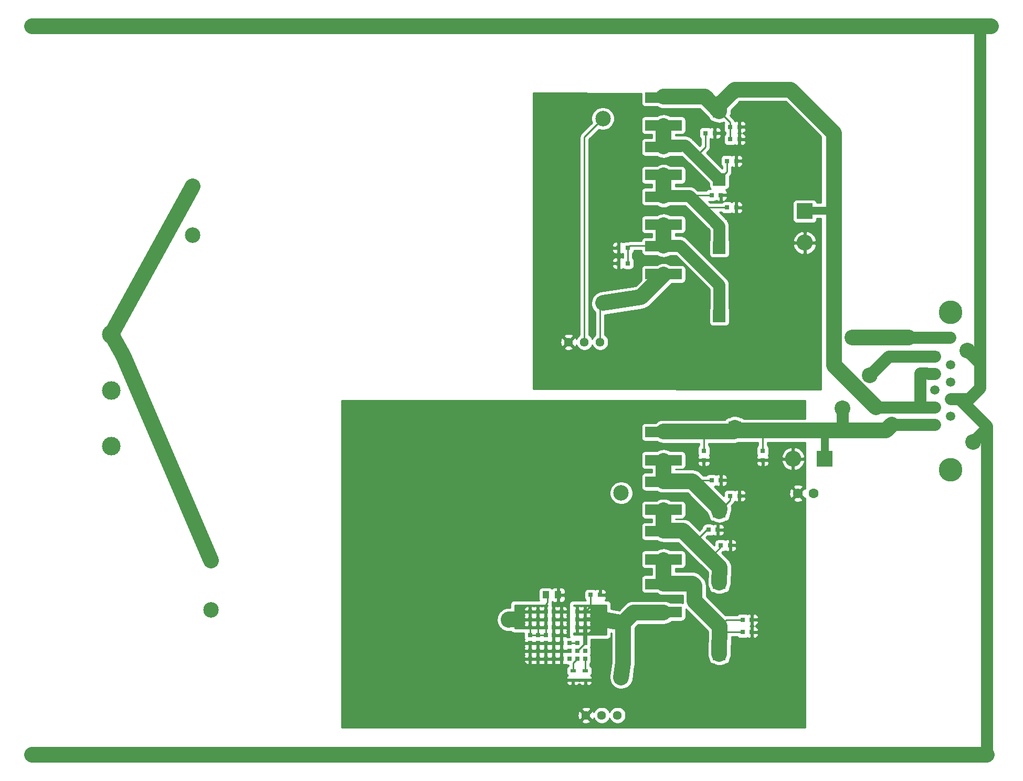
<source format=gbr>
G04 #@! TF.GenerationSoftware,KiCad,Pcbnew,(5.1.0)-1*
G04 #@! TF.CreationDate,2021-01-22T15:31:34-07:00*
G04 #@! TF.ProjectId,pwr supply rev 5,70777220-7375-4707-906c-792072657620,rev?*
G04 #@! TF.SameCoordinates,Original*
G04 #@! TF.FileFunction,Copper,L2,Bot*
G04 #@! TF.FilePolarity,Positive*
%FSLAX46Y46*%
G04 Gerber Fmt 4.6, Leading zero omitted, Abs format (unit mm)*
G04 Created by KiCad (PCBNEW (5.1.0)-1) date 2021-01-22 15:31:34*
%MOMM*%
%LPD*%
G04 APERTURE LIST*
%ADD10R,2.600000X2.600000*%
%ADD11O,2.600000X2.600000*%
%ADD12C,1.440000*%
%ADD13C,1.520000*%
%ADD14R,1.520000X1.520000*%
%ADD15C,3.810000*%
%ADD16C,1.600000*%
%ADD17R,0.800000X0.750000*%
%ADD18R,2.000000X2.000000*%
%ADD19C,2.000000*%
%ADD20R,0.750000X0.800000*%
%ADD21R,0.900000X0.500000*%
%ADD22C,3.000000*%
%ADD23R,5.900000X1.700000*%
%ADD24R,1.000000X1.250000*%
%ADD25C,2.500000*%
%ADD26R,0.640000X0.640000*%
%ADD27C,1.905000*%
%ADD28C,2.540000*%
%ADD29C,0.600000*%
%ADD30C,2.540000*%
%ADD31C,0.254000*%
%ADD32C,0.635000*%
%ADD33C,1.905000*%
%ADD34C,1.270000*%
G04 APERTURE END LIST*
D10*
X134470000Y-71040000D03*
D11*
X129390000Y-71040000D03*
X131280000Y-36190000D03*
D10*
X131280000Y-31110000D03*
D12*
X101080000Y-112400000D03*
X98540000Y-112400000D03*
X96000000Y-112400000D03*
X98280000Y-52200000D03*
X95740000Y-52200000D03*
X93200000Y-52200000D03*
D13*
X154840000Y-64150000D03*
X154840000Y-61360000D03*
X154840000Y-58690000D03*
X154840000Y-55900000D03*
X152300000Y-65550000D03*
X152300000Y-62760000D03*
X152300000Y-59960000D03*
X152300000Y-57290000D03*
D14*
X152300000Y-54500000D03*
D15*
X154840000Y-47390000D03*
X154840000Y-72790000D03*
D16*
X130200000Y-76600000D03*
X132700000Y-76600000D03*
D17*
X98250000Y-93000000D03*
X96750000Y-93000000D03*
X122750000Y-99000000D03*
X121250000Y-99000000D03*
X101250000Y-37000000D03*
X102750000Y-37000000D03*
D18*
X117500000Y-102500000D03*
D19*
X122500000Y-102500000D03*
D18*
X117500000Y-48000000D03*
D19*
X122500000Y-48000000D03*
D17*
X117250000Y-82500000D03*
X115750000Y-82500000D03*
X117750000Y-28500000D03*
X116250000Y-28500000D03*
D18*
X117500000Y-91000000D03*
D19*
X122500000Y-91000000D03*
D18*
X117500000Y-37000000D03*
D19*
X122500000Y-37000000D03*
D17*
X117750000Y-74500000D03*
X116250000Y-74500000D03*
X120250000Y-23000000D03*
X118750000Y-23000000D03*
D18*
X117500000Y-79500000D03*
D19*
X122500000Y-79500000D03*
D18*
X117500000Y-26000000D03*
D19*
X122500000Y-26000000D03*
D20*
X124500000Y-71250000D03*
X124500000Y-69750000D03*
D17*
X120750000Y-17500000D03*
X119250000Y-17500000D03*
D18*
X120000000Y-66000000D03*
D19*
X120000000Y-71000000D03*
D18*
X117500000Y-15000000D03*
D19*
X122500000Y-15000000D03*
D21*
X93900000Y-105250000D03*
X93900000Y-106750000D03*
X95900000Y-105250000D03*
X95900000Y-106750000D03*
D22*
X19400000Y-60000000D03*
X19400000Y-51000000D03*
X19400000Y-69000000D03*
D17*
X122750000Y-97000000D03*
X121250000Y-97000000D03*
X101250000Y-39500000D03*
X102750000Y-39500000D03*
X119250000Y-85000000D03*
X117750000Y-85000000D03*
X120250000Y-30500000D03*
X118750000Y-30500000D03*
X120750000Y-77000000D03*
X119250000Y-77000000D03*
X116750000Y-18500000D03*
X115250000Y-18500000D03*
D20*
X115000000Y-71250000D03*
X115000000Y-69750000D03*
D17*
X120750000Y-19500000D03*
X119250000Y-19500000D03*
D23*
X108500000Y-91250000D03*
X108500000Y-95750000D03*
X108500000Y-36750000D03*
X108500000Y-41250000D03*
X108500000Y-82750000D03*
X108500000Y-87250000D03*
X108500000Y-28750000D03*
X108500000Y-33250000D03*
X108500000Y-74750000D03*
X108500000Y-79250000D03*
X108500000Y-20750000D03*
X108500000Y-25250000D03*
X108500000Y-66750000D03*
X108500000Y-71250000D03*
X108500000Y-12750000D03*
X108500000Y-17250000D03*
D24*
X89500000Y-93000000D03*
X91500000Y-93000000D03*
D25*
X101670000Y-76535000D03*
X101670000Y-91415000D03*
X35530000Y-87455000D03*
X35530000Y-95375000D03*
X101670000Y-106295000D03*
X98720000Y-45920000D03*
X32580000Y-35000000D03*
X32580000Y-27080000D03*
X98720000Y-31040000D03*
X98720000Y-16160000D03*
D26*
X95845000Y-103310000D03*
X94575000Y-103310000D03*
X93305000Y-103310000D03*
X92035000Y-103310000D03*
X90765000Y-103310000D03*
X89495000Y-103310000D03*
X88225000Y-103310000D03*
X86955000Y-103310000D03*
X95845000Y-102040000D03*
X94575000Y-102040000D03*
X93305000Y-102040000D03*
X92035000Y-102040000D03*
X90765000Y-102040000D03*
X89495000Y-102040000D03*
X88225000Y-102040000D03*
X86955000Y-102040000D03*
X95845000Y-100770000D03*
X94575000Y-100770000D03*
X93305000Y-100770000D03*
X92035000Y-100770000D03*
X90765000Y-100770000D03*
X89495000Y-100770000D03*
X88225000Y-100770000D03*
X86955000Y-100770000D03*
X92035000Y-99500000D03*
X90765000Y-99500000D03*
X89495000Y-99500000D03*
X88225000Y-99500000D03*
X86955000Y-99500000D03*
X95845000Y-98230000D03*
X94575000Y-98230000D03*
X92035000Y-98230000D03*
X90765000Y-98230000D03*
X89495000Y-98230000D03*
X88225000Y-98230000D03*
X86955000Y-98230000D03*
X94575000Y-96960000D03*
X90765000Y-96960000D03*
X92035000Y-96960000D03*
X95845000Y-95690000D03*
X95845000Y-96960000D03*
X94575000Y-95690000D03*
X92035000Y-95690000D03*
X86955000Y-95690000D03*
X88225000Y-95690000D03*
X89495000Y-95690000D03*
X90765000Y-95690000D03*
X89495000Y-96960000D03*
X88225000Y-96960000D03*
X86955000Y-96960000D03*
X86955000Y-95690000D03*
D27*
X154680000Y-51500000D03*
D28*
X83500000Y-97000000D03*
X139000000Y-51500000D03*
X137380000Y-62880000D03*
X141770000Y-57530000D03*
X157540000Y-53570000D03*
X158460000Y-68330000D03*
D29*
X153670000Y-118745000D03*
X140970000Y-118745000D03*
X128270000Y-118745000D03*
X115570000Y-118745000D03*
X102870000Y-118745000D03*
X90170000Y-118745000D03*
X77470000Y-118745000D03*
X64770000Y-118745000D03*
X52070000Y-118745000D03*
X39370000Y-118745000D03*
X26670000Y-118745000D03*
X13970000Y-118745000D03*
X6670000Y-118745000D03*
X153670000Y-1270000D03*
X140970000Y-1270000D03*
X128270000Y-1270000D03*
X115570000Y-1270000D03*
X102870000Y-1270000D03*
X90170000Y-1270000D03*
X77470000Y-1270000D03*
X64770000Y-1270000D03*
X52070000Y-1270000D03*
X39370000Y-1270000D03*
X26670000Y-1270000D03*
X13970000Y-1270000D03*
X6670000Y-1270000D03*
D30*
X102000000Y-104000000D02*
X102000000Y-97500000D01*
X102000000Y-97500000D02*
X103650000Y-95850000D01*
D31*
X96750000Y-93000000D02*
X96750000Y-94785000D01*
X96750000Y-94785000D02*
X95845000Y-95690000D01*
X95845000Y-100770000D02*
X94575000Y-102040000D01*
D32*
X95845000Y-98230000D02*
X95845000Y-100770000D01*
D30*
X103650000Y-95850000D02*
X108500000Y-95850000D01*
X102000000Y-104000000D02*
X101670000Y-106295000D01*
X98700000Y-96960000D02*
X102000000Y-97500000D01*
D32*
X95845000Y-96960000D02*
X98700000Y-96960000D01*
D31*
X119250000Y-77000000D02*
X119250000Y-77750000D01*
X119250000Y-77750000D02*
X117500000Y-79500000D01*
X116250000Y-74500000D02*
X113300000Y-74500000D01*
X113300000Y-74500000D02*
X113150000Y-74650000D01*
D30*
X117500000Y-79500000D02*
X117580000Y-79080000D01*
X113150000Y-74650000D02*
X108500000Y-74650000D01*
X117580000Y-79080000D02*
X113150000Y-74650000D01*
X108500000Y-74650000D02*
X108500000Y-71350000D01*
D31*
X118750000Y-23000000D02*
X118750000Y-24750000D01*
X118750000Y-24750000D02*
X117500000Y-26000000D01*
X115250000Y-18500000D02*
X115250000Y-20500000D01*
X115250000Y-20500000D02*
X115250000Y-20750000D01*
X115250000Y-20750000D02*
X113750000Y-22250000D01*
D33*
X117500000Y-26000000D02*
X113750000Y-22250000D01*
X113750000Y-22250000D02*
X112000000Y-20500000D01*
X112000000Y-20500000D02*
X108650000Y-20500000D01*
X108650000Y-20500000D02*
X108500000Y-20650000D01*
D30*
X108500000Y-20650000D02*
X108500000Y-17350000D01*
D33*
X148000000Y-51500000D02*
X154680000Y-51500000D01*
D30*
X83540000Y-96960000D02*
X83500000Y-97000000D01*
X139000000Y-51500000D02*
X148000000Y-51500000D01*
X83540000Y-96960000D02*
X84540000Y-96960000D01*
D32*
X154840000Y-51660000D02*
X154680000Y-51500000D01*
D31*
X88225000Y-99500000D02*
X88225000Y-98230000D01*
X86955000Y-98230000D02*
X86955000Y-99500000D01*
X86955000Y-99500000D02*
X88225000Y-99500000D01*
X88225000Y-99500000D02*
X89495000Y-99500000D01*
X89495000Y-99500000D02*
X89495000Y-98230000D01*
X89750000Y-93000000D02*
X89750000Y-94250000D01*
X89495000Y-94505000D02*
X89495000Y-95690000D01*
X89750000Y-94250000D02*
X89495000Y-94505000D01*
X86955000Y-96960000D02*
X84540000Y-96960000D01*
X84540000Y-96960000D02*
X84500000Y-97000000D01*
D30*
X144350000Y-66500000D02*
X137180000Y-66500000D01*
X137180000Y-66500000D02*
X134500000Y-66500000D01*
D33*
X137380000Y-62880000D02*
X137380000Y-66300000D01*
X137380000Y-66300000D02*
X137180000Y-66500000D01*
X152300000Y-54500000D02*
X144800000Y-54500000D01*
X144800000Y-54500000D02*
X141770000Y-57530000D01*
X152300000Y-65550000D02*
X145300000Y-65550000D01*
D30*
X144350000Y-66500000D02*
X145300000Y-65550000D01*
D34*
X134500000Y-71000000D02*
X134500000Y-66500000D01*
X134500000Y-66500000D02*
X134500000Y-67000000D01*
X134500000Y-67000000D02*
X134500000Y-66500000D01*
D31*
X124500000Y-69750000D02*
X124500000Y-66500000D01*
X115000000Y-69750000D02*
X115000000Y-66650000D01*
X115000000Y-66650000D02*
X115000000Y-67000000D01*
X115000000Y-67000000D02*
X115000000Y-66650000D01*
X117000000Y-66650000D02*
X117000000Y-67000000D01*
X117000000Y-67000000D02*
X117000000Y-66650000D01*
D30*
X120000000Y-66000000D02*
X120000000Y-66500000D01*
X120000000Y-66500000D02*
X119850000Y-66650000D01*
X119850000Y-66650000D02*
X120000000Y-66000000D01*
X108500000Y-66650000D02*
X115000000Y-66650000D01*
X115000000Y-66650000D02*
X117000000Y-66650000D01*
X117000000Y-66650000D02*
X119850000Y-66650000D01*
X119850000Y-66650000D02*
X120000000Y-66500000D01*
X120000000Y-66500000D02*
X124500000Y-66500000D01*
X124500000Y-66500000D02*
X134500000Y-66500000D01*
D33*
X152300000Y-62760000D02*
X149930000Y-62760000D01*
X149930000Y-62760000D02*
X145300000Y-62760000D01*
X149870000Y-57260000D02*
X149930000Y-62760000D01*
X152300000Y-57290000D02*
X149870000Y-57260000D01*
D30*
X136000000Y-56000000D02*
X136000000Y-31000000D01*
X136000000Y-56000000D02*
X142760000Y-62760000D01*
D33*
X142760000Y-62760000D02*
X145300000Y-62760000D01*
D34*
X131500000Y-31000000D02*
X136000000Y-31000000D01*
D31*
X119250000Y-19500000D02*
X119250000Y-17500000D01*
X119250000Y-17500000D02*
X119250000Y-16750000D01*
X119250000Y-16750000D02*
X117500000Y-15000000D01*
D30*
X136000000Y-18500000D02*
X136000000Y-31000000D01*
X129000000Y-11500000D02*
X136000000Y-18500000D01*
X120000000Y-11500000D02*
X129000000Y-11500000D01*
X117500000Y-14000000D02*
X120000000Y-11500000D01*
X117500000Y-15000000D02*
X117500000Y-14000000D01*
X108500000Y-12650000D02*
X115150000Y-12650000D01*
X115150000Y-12650000D02*
X117500000Y-15000000D01*
D33*
X159580000Y-58430000D02*
X159580000Y-1270000D01*
X159580000Y-59580000D02*
X159580000Y-58430000D01*
X159580000Y-58430000D02*
X159580000Y-55610000D01*
X159580000Y-55610000D02*
X157540000Y-53570000D01*
X160655000Y-65745000D02*
X160655000Y-66135000D01*
X160655000Y-66135000D02*
X158460000Y-68330000D01*
D30*
X153670000Y-1270000D02*
X159580000Y-1270000D01*
X159580000Y-1270000D02*
X161290000Y-1270000D01*
D33*
X157800000Y-61360000D02*
X159580000Y-59580000D01*
X156270000Y-61360000D02*
X157800000Y-61360000D01*
X156270000Y-61360000D02*
X160655000Y-65745000D01*
X160655000Y-65745000D02*
X160655000Y-118745000D01*
X154840000Y-61360000D02*
X156270000Y-61360000D01*
D30*
X153670000Y-118745000D02*
X160655000Y-118745000D01*
X153670000Y-118745000D02*
X6670000Y-118745000D01*
X153670000Y-1270000D02*
X6670000Y-1270000D01*
X98720000Y-45920000D02*
X104875000Y-44975000D01*
X104875000Y-44975000D02*
X108500000Y-41350000D01*
D31*
X98280000Y-46360000D02*
X98720000Y-45920000D01*
X98280000Y-52200000D02*
X98280000Y-46360000D01*
D30*
X21350000Y-54450000D02*
X35530000Y-87455000D01*
X32580000Y-27080000D02*
X19400000Y-51000000D01*
X19400000Y-51000000D02*
X21350000Y-54450000D01*
D31*
X93900000Y-105250000D02*
X93900000Y-104000000D01*
X93900000Y-104000000D02*
X94575000Y-103325000D01*
X94575000Y-103325000D02*
X94575000Y-103310000D01*
X95900000Y-105250000D02*
X95900000Y-104000000D01*
X95845000Y-103945000D02*
X95845000Y-103310000D01*
X95900000Y-104000000D02*
X95845000Y-103945000D01*
X93305000Y-100770000D02*
X94575000Y-100770000D01*
X121250000Y-97000000D02*
X118660000Y-97000000D01*
X118660000Y-97000000D02*
X117580000Y-98080000D01*
X121250000Y-99000000D02*
X117563348Y-99000000D01*
X117500000Y-99000000D02*
X117500000Y-102500000D01*
X117563348Y-99000000D02*
X117500000Y-99000000D01*
D30*
X117500000Y-102500000D02*
X117500000Y-102500000D01*
X117500000Y-102500000D02*
X117580000Y-98080000D01*
X113150000Y-91150000D02*
X108500000Y-91150000D01*
X113500000Y-91500000D02*
X113150000Y-91150000D01*
X113500000Y-94000000D02*
X113500000Y-91500000D01*
X117580000Y-98080000D02*
X113500000Y-94000000D01*
X108500000Y-91150000D02*
X108500000Y-87350000D01*
D31*
X102750000Y-39500000D02*
X102750000Y-37000000D01*
X102750000Y-37000000D02*
X103100000Y-36650000D01*
X103100000Y-36650000D02*
X108500000Y-36650000D01*
X108150000Y-37000000D02*
X108500000Y-36650000D01*
D33*
X117500000Y-48000000D02*
X117500000Y-43000000D01*
X117500000Y-43000000D02*
X111150000Y-36650000D01*
X111150000Y-36650000D02*
X108500000Y-36650000D01*
D30*
X108500000Y-36650000D02*
X108500000Y-33350000D01*
D31*
X117750000Y-85000000D02*
X117750000Y-85250000D01*
X117750000Y-85250000D02*
X116000000Y-87000000D01*
X115750000Y-82500000D02*
X115500000Y-82500000D01*
X115500000Y-82500000D02*
X113500000Y-84500000D01*
D30*
X117500000Y-91000000D02*
X117580000Y-88580000D01*
X111650000Y-82650000D02*
X108500000Y-82650000D01*
X117580000Y-88580000D02*
X116000000Y-87000000D01*
X116000000Y-87000000D02*
X113500000Y-84500000D01*
X113500000Y-84500000D02*
X111650000Y-82650000D01*
X108500000Y-82650000D02*
X108500000Y-79350000D01*
D31*
X118750000Y-30500000D02*
X114500000Y-30500000D01*
X116250000Y-28500000D02*
X112800000Y-28500000D01*
X112800000Y-28500000D02*
X112650000Y-28650000D01*
D33*
X117500000Y-37000000D02*
X117500000Y-33500000D01*
X112650000Y-28650000D02*
X108500000Y-28650000D01*
X117500000Y-33500000D02*
X114500000Y-30500000D01*
X114500000Y-30500000D02*
X112650000Y-28650000D01*
D30*
X108500000Y-28650000D02*
X108500000Y-25350000D01*
D31*
X95740000Y-19140000D02*
X97680000Y-17200000D01*
X95740000Y-52200000D02*
X95740000Y-19140000D01*
X97680000Y-17200000D02*
X98720000Y-16160000D01*
G36*
X131373000Y-64595000D02*
G01*
X121489088Y-64595000D01*
X121451185Y-64548815D01*
X121354494Y-64469463D01*
X121244180Y-64410498D01*
X121124482Y-64374188D01*
X121000000Y-64361928D01*
X120976563Y-64361928D01*
X120923579Y-64333608D01*
X120786040Y-64254616D01*
X120758330Y-64245280D01*
X120732538Y-64231494D01*
X120580722Y-64185441D01*
X120430429Y-64134805D01*
X120401435Y-64131055D01*
X120373444Y-64122564D01*
X120215556Y-64107013D01*
X120058277Y-64086671D01*
X120029106Y-64088650D01*
X120000000Y-64085783D01*
X119842114Y-64101333D01*
X119683886Y-64112066D01*
X119655663Y-64119697D01*
X119626555Y-64122564D01*
X119474731Y-64168619D01*
X119321642Y-64210013D01*
X119295450Y-64223004D01*
X119267461Y-64231494D01*
X119127549Y-64306278D01*
X119015347Y-64361928D01*
X119000000Y-64361928D01*
X118875518Y-64374188D01*
X118755820Y-64410498D01*
X118645506Y-64469463D01*
X118548815Y-64548815D01*
X118469463Y-64645506D01*
X118416282Y-64745000D01*
X108406418Y-64745000D01*
X108126555Y-64772564D01*
X107767461Y-64881494D01*
X107436518Y-65058387D01*
X107188502Y-65261928D01*
X105550000Y-65261928D01*
X105425518Y-65274188D01*
X105305820Y-65310498D01*
X105195506Y-65369463D01*
X105098815Y-65448815D01*
X105019463Y-65545506D01*
X104960498Y-65655820D01*
X104924188Y-65775518D01*
X104911928Y-65900000D01*
X104911928Y-67600000D01*
X104924188Y-67724482D01*
X104960498Y-67844180D01*
X105019463Y-67954494D01*
X105098815Y-68051185D01*
X105195506Y-68130537D01*
X105305820Y-68189502D01*
X105425518Y-68225812D01*
X105550000Y-68238072D01*
X107432203Y-68238072D01*
X107436518Y-68241613D01*
X107767461Y-68418506D01*
X108126555Y-68527436D01*
X108406418Y-68555000D01*
X114238000Y-68555000D01*
X114238000Y-68846140D01*
X114173815Y-68898815D01*
X114094463Y-68995506D01*
X114035498Y-69105820D01*
X113999188Y-69225518D01*
X113986928Y-69350000D01*
X113986928Y-70150000D01*
X113999188Y-70274482D01*
X114035498Y-70394180D01*
X114092061Y-70500000D01*
X114035498Y-70605820D01*
X113999188Y-70725518D01*
X113986928Y-70850000D01*
X113990000Y-70964250D01*
X114148750Y-71123000D01*
X114873000Y-71123000D01*
X114873000Y-71103000D01*
X115127000Y-71103000D01*
X115127000Y-71123000D01*
X115851250Y-71123000D01*
X116010000Y-70964250D01*
X116013072Y-70850000D01*
X116000812Y-70725518D01*
X115964502Y-70605820D01*
X115907939Y-70500000D01*
X115964502Y-70394180D01*
X116000812Y-70274482D01*
X116013072Y-70150000D01*
X116013072Y-69350000D01*
X116000812Y-69225518D01*
X115964502Y-69105820D01*
X115905537Y-68995506D01*
X115826185Y-68898815D01*
X115762000Y-68846140D01*
X115762000Y-68555000D01*
X119727325Y-68555000D01*
X119791723Y-68563329D01*
X119820895Y-68561350D01*
X119850000Y-68564217D01*
X119943580Y-68555000D01*
X119943582Y-68555000D01*
X120007867Y-68548668D01*
X120166114Y-68537935D01*
X120194342Y-68530302D01*
X120223445Y-68527436D01*
X120375257Y-68481384D01*
X120528358Y-68439987D01*
X120554550Y-68426996D01*
X120582539Y-68418506D01*
X120607807Y-68405000D01*
X123738000Y-68405000D01*
X123738000Y-68846140D01*
X123673815Y-68898815D01*
X123594463Y-68995506D01*
X123535498Y-69105820D01*
X123499188Y-69225518D01*
X123486928Y-69350000D01*
X123486928Y-70150000D01*
X123499188Y-70274482D01*
X123535498Y-70394180D01*
X123592061Y-70500000D01*
X123535498Y-70605820D01*
X123499188Y-70725518D01*
X123486928Y-70850000D01*
X123490000Y-70964250D01*
X123648750Y-71123000D01*
X124373000Y-71123000D01*
X124373000Y-71103000D01*
X124627000Y-71103000D01*
X124627000Y-71123000D01*
X125351250Y-71123000D01*
X125510000Y-70964250D01*
X125513072Y-70850000D01*
X125500812Y-70725518D01*
X125466534Y-70612516D01*
X127502811Y-70612516D01*
X127618296Y-70913000D01*
X129263000Y-70913000D01*
X129263000Y-69267918D01*
X129517000Y-69267918D01*
X129517000Y-70913000D01*
X131161704Y-70913000D01*
X131277189Y-70612516D01*
X131196642Y-70346972D01*
X131026725Y-70007830D01*
X130793909Y-69708354D01*
X130507142Y-69460052D01*
X130177444Y-69272467D01*
X129817485Y-69152807D01*
X129517000Y-69267918D01*
X129263000Y-69267918D01*
X128962515Y-69152807D01*
X128602556Y-69272467D01*
X128272858Y-69460052D01*
X127986091Y-69708354D01*
X127753275Y-70007830D01*
X127583358Y-70346972D01*
X127502811Y-70612516D01*
X125466534Y-70612516D01*
X125464502Y-70605820D01*
X125407939Y-70500000D01*
X125464502Y-70394180D01*
X125500812Y-70274482D01*
X125513072Y-70150000D01*
X125513072Y-69350000D01*
X125500812Y-69225518D01*
X125464502Y-69105820D01*
X125405537Y-68995506D01*
X125326185Y-68898815D01*
X125262000Y-68846140D01*
X125262000Y-68405000D01*
X131373000Y-68405000D01*
X131373000Y-75839804D01*
X131192702Y-75786903D01*
X130379605Y-76600000D01*
X131192702Y-77413097D01*
X131373000Y-77360196D01*
X131373000Y-114373000D01*
X56627000Y-114373000D01*
X56627000Y-113335560D01*
X95244045Y-113335560D01*
X95305932Y-113571368D01*
X95547790Y-113684266D01*
X95807027Y-113747811D01*
X96073680Y-113759561D01*
X96337501Y-113719063D01*
X96588353Y-113627875D01*
X96694068Y-113571368D01*
X96755955Y-113335560D01*
X96000000Y-112579605D01*
X95244045Y-113335560D01*
X56627000Y-113335560D01*
X56627000Y-112473680D01*
X94640439Y-112473680D01*
X94680937Y-112737501D01*
X94772125Y-112988353D01*
X94828632Y-113094068D01*
X95064440Y-113155955D01*
X95820395Y-112400000D01*
X96179605Y-112400000D01*
X96935560Y-113155955D01*
X97171368Y-113094068D01*
X97271764Y-112878993D01*
X97339215Y-113041833D01*
X97487503Y-113263762D01*
X97676238Y-113452497D01*
X97898167Y-113600785D01*
X98144761Y-113702928D01*
X98406544Y-113755000D01*
X98673456Y-113755000D01*
X98935239Y-113702928D01*
X99181833Y-113600785D01*
X99403762Y-113452497D01*
X99592497Y-113263762D01*
X99740785Y-113041833D01*
X99810000Y-112874734D01*
X99879215Y-113041833D01*
X100027503Y-113263762D01*
X100216238Y-113452497D01*
X100438167Y-113600785D01*
X100684761Y-113702928D01*
X100946544Y-113755000D01*
X101213456Y-113755000D01*
X101475239Y-113702928D01*
X101721833Y-113600785D01*
X101943762Y-113452497D01*
X102132497Y-113263762D01*
X102280785Y-113041833D01*
X102382928Y-112795239D01*
X102435000Y-112533456D01*
X102435000Y-112266544D01*
X102382928Y-112004761D01*
X102280785Y-111758167D01*
X102132497Y-111536238D01*
X101943762Y-111347503D01*
X101721833Y-111199215D01*
X101475239Y-111097072D01*
X101213456Y-111045000D01*
X100946544Y-111045000D01*
X100684761Y-111097072D01*
X100438167Y-111199215D01*
X100216238Y-111347503D01*
X100027503Y-111536238D01*
X99879215Y-111758167D01*
X99810000Y-111925266D01*
X99740785Y-111758167D01*
X99592497Y-111536238D01*
X99403762Y-111347503D01*
X99181833Y-111199215D01*
X98935239Y-111097072D01*
X98673456Y-111045000D01*
X98406544Y-111045000D01*
X98144761Y-111097072D01*
X97898167Y-111199215D01*
X97676238Y-111347503D01*
X97487503Y-111536238D01*
X97339215Y-111758167D01*
X97269562Y-111926324D01*
X97227875Y-111811647D01*
X97171368Y-111705932D01*
X96935560Y-111644045D01*
X96179605Y-112400000D01*
X95820395Y-112400000D01*
X95064440Y-111644045D01*
X94828632Y-111705932D01*
X94715734Y-111947790D01*
X94652189Y-112207027D01*
X94640439Y-112473680D01*
X56627000Y-112473680D01*
X56627000Y-111464440D01*
X95244045Y-111464440D01*
X96000000Y-112220395D01*
X96755955Y-111464440D01*
X96694068Y-111228632D01*
X96452210Y-111115734D01*
X96192973Y-111052189D01*
X95926320Y-111040439D01*
X95662499Y-111080937D01*
X95411647Y-111172125D01*
X95305932Y-111228632D01*
X95244045Y-111464440D01*
X56627000Y-111464440D01*
X56627000Y-107031750D01*
X92815000Y-107031750D01*
X92826896Y-107137397D01*
X92865674Y-107256318D01*
X92926907Y-107365389D01*
X93008242Y-107460419D01*
X93106553Y-107537755D01*
X93218063Y-107594425D01*
X93338486Y-107628252D01*
X93463195Y-107637936D01*
X93614250Y-107635000D01*
X93773000Y-107476250D01*
X93773000Y-106873000D01*
X94027000Y-106873000D01*
X94027000Y-107476250D01*
X94185750Y-107635000D01*
X94336805Y-107637936D01*
X94461514Y-107628252D01*
X94581937Y-107594425D01*
X94693447Y-107537755D01*
X94791758Y-107460419D01*
X94873093Y-107365389D01*
X94900000Y-107317461D01*
X94926907Y-107365389D01*
X95008242Y-107460419D01*
X95106553Y-107537755D01*
X95218063Y-107594425D01*
X95338486Y-107628252D01*
X95463195Y-107637936D01*
X95614250Y-107635000D01*
X95773000Y-107476250D01*
X95773000Y-106873000D01*
X96027000Y-106873000D01*
X96027000Y-107476250D01*
X96185750Y-107635000D01*
X96336805Y-107637936D01*
X96461514Y-107628252D01*
X96581937Y-107594425D01*
X96693447Y-107537755D01*
X96791758Y-107460419D01*
X96873093Y-107365389D01*
X96934326Y-107256318D01*
X96973104Y-107137397D01*
X96985000Y-107031750D01*
X96826250Y-106873000D01*
X96027000Y-106873000D01*
X95773000Y-106873000D01*
X94973750Y-106873000D01*
X94900000Y-106946750D01*
X94826250Y-106873000D01*
X94027000Y-106873000D01*
X93773000Y-106873000D01*
X92973750Y-106873000D01*
X92815000Y-107031750D01*
X56627000Y-107031750D01*
X56627000Y-103630000D01*
X85996928Y-103630000D01*
X86009188Y-103754482D01*
X86045498Y-103874180D01*
X86104463Y-103984494D01*
X86183815Y-104081185D01*
X86280506Y-104160537D01*
X86390820Y-104219502D01*
X86510518Y-104255812D01*
X86635000Y-104268072D01*
X86669250Y-104265000D01*
X86828000Y-104106250D01*
X86828000Y-103437000D01*
X87082000Y-103437000D01*
X87082000Y-104106250D01*
X87240750Y-104265000D01*
X87275000Y-104268072D01*
X87399482Y-104255812D01*
X87519180Y-104219502D01*
X87590000Y-104181647D01*
X87660820Y-104219502D01*
X87780518Y-104255812D01*
X87905000Y-104268072D01*
X87939250Y-104265000D01*
X88098000Y-104106250D01*
X88098000Y-103437000D01*
X88352000Y-103437000D01*
X88352000Y-104106250D01*
X88510750Y-104265000D01*
X88545000Y-104268072D01*
X88669482Y-104255812D01*
X88789180Y-104219502D01*
X88860000Y-104181647D01*
X88930820Y-104219502D01*
X89050518Y-104255812D01*
X89175000Y-104268072D01*
X89209250Y-104265000D01*
X89368000Y-104106250D01*
X89368000Y-103437000D01*
X89622000Y-103437000D01*
X89622000Y-104106250D01*
X89780750Y-104265000D01*
X89815000Y-104268072D01*
X89939482Y-104255812D01*
X90059180Y-104219502D01*
X90130000Y-104181647D01*
X90200820Y-104219502D01*
X90320518Y-104255812D01*
X90445000Y-104268072D01*
X90479250Y-104265000D01*
X90638000Y-104106250D01*
X90638000Y-103437000D01*
X90892000Y-103437000D01*
X90892000Y-104106250D01*
X91050750Y-104265000D01*
X91085000Y-104268072D01*
X91209482Y-104255812D01*
X91329180Y-104219502D01*
X91400000Y-104181647D01*
X91470820Y-104219502D01*
X91590518Y-104255812D01*
X91715000Y-104268072D01*
X91749250Y-104265000D01*
X91908000Y-104106250D01*
X91908000Y-103437000D01*
X90892000Y-103437000D01*
X90638000Y-103437000D01*
X89622000Y-103437000D01*
X89368000Y-103437000D01*
X88352000Y-103437000D01*
X88098000Y-103437000D01*
X87082000Y-103437000D01*
X86828000Y-103437000D01*
X86158750Y-103437000D01*
X86000000Y-103595750D01*
X85996928Y-103630000D01*
X56627000Y-103630000D01*
X56627000Y-102360000D01*
X85996928Y-102360000D01*
X86009188Y-102484482D01*
X86045498Y-102604180D01*
X86083353Y-102675000D01*
X86045498Y-102745820D01*
X86009188Y-102865518D01*
X85996928Y-102990000D01*
X86000000Y-103024250D01*
X86158750Y-103183000D01*
X86828000Y-103183000D01*
X86828000Y-102167000D01*
X87082000Y-102167000D01*
X87082000Y-103183000D01*
X88098000Y-103183000D01*
X88098000Y-102167000D01*
X88352000Y-102167000D01*
X88352000Y-103183000D01*
X89368000Y-103183000D01*
X89368000Y-102167000D01*
X89622000Y-102167000D01*
X89622000Y-103183000D01*
X90638000Y-103183000D01*
X90638000Y-102167000D01*
X90892000Y-102167000D01*
X90892000Y-103183000D01*
X91908000Y-103183000D01*
X91908000Y-102167000D01*
X90892000Y-102167000D01*
X90638000Y-102167000D01*
X89622000Y-102167000D01*
X89368000Y-102167000D01*
X88352000Y-102167000D01*
X88098000Y-102167000D01*
X87082000Y-102167000D01*
X86828000Y-102167000D01*
X86158750Y-102167000D01*
X86000000Y-102325750D01*
X85996928Y-102360000D01*
X56627000Y-102360000D01*
X56627000Y-101090000D01*
X85996928Y-101090000D01*
X86009188Y-101214482D01*
X86045498Y-101334180D01*
X86083353Y-101405000D01*
X86045498Y-101475820D01*
X86009188Y-101595518D01*
X85996928Y-101720000D01*
X86000000Y-101754250D01*
X86158750Y-101913000D01*
X86828000Y-101913000D01*
X86828000Y-100897000D01*
X87082000Y-100897000D01*
X87082000Y-101913000D01*
X88098000Y-101913000D01*
X88098000Y-100897000D01*
X88352000Y-100897000D01*
X88352000Y-101913000D01*
X89368000Y-101913000D01*
X89368000Y-100897000D01*
X89622000Y-100897000D01*
X89622000Y-101913000D01*
X90638000Y-101913000D01*
X90638000Y-100897000D01*
X90892000Y-100897000D01*
X90892000Y-101913000D01*
X91908000Y-101913000D01*
X91908000Y-100897000D01*
X90892000Y-100897000D01*
X90638000Y-100897000D01*
X89622000Y-100897000D01*
X89368000Y-100897000D01*
X88352000Y-100897000D01*
X88098000Y-100897000D01*
X87082000Y-100897000D01*
X86828000Y-100897000D01*
X86158750Y-100897000D01*
X86000000Y-101055750D01*
X85996928Y-101090000D01*
X56627000Y-101090000D01*
X56627000Y-97000000D01*
X81585783Y-97000000D01*
X81595000Y-97093580D01*
X81595000Y-97187626D01*
X81613348Y-97279868D01*
X81622565Y-97373445D01*
X81649861Y-97463428D01*
X81668209Y-97555668D01*
X81704199Y-97642556D01*
X81731495Y-97732539D01*
X81775820Y-97815466D01*
X81811811Y-97902356D01*
X81864061Y-97980553D01*
X81908387Y-98063482D01*
X81968042Y-98136171D01*
X82020290Y-98214366D01*
X82086792Y-98280868D01*
X82146445Y-98353555D01*
X82219132Y-98413208D01*
X82285634Y-98479710D01*
X82363829Y-98531958D01*
X82436518Y-98591613D01*
X82519447Y-98635939D01*
X82597644Y-98688189D01*
X82684534Y-98724180D01*
X82767461Y-98768505D01*
X82857444Y-98795801D01*
X82944332Y-98831791D01*
X83036572Y-98850139D01*
X83126555Y-98877435D01*
X83220132Y-98886652D01*
X83312374Y-98905000D01*
X83406420Y-98905000D01*
X83500000Y-98914217D01*
X83593580Y-98905000D01*
X83687626Y-98905000D01*
X83779868Y-98886652D01*
X83873445Y-98877435D01*
X83888498Y-98872869D01*
X83950987Y-98949013D01*
X84047213Y-99027983D01*
X84156996Y-99086664D01*
X84276118Y-99122799D01*
X84400000Y-99135000D01*
X86001360Y-99135000D01*
X85996928Y-99180000D01*
X85996928Y-99820000D01*
X86009188Y-99944482D01*
X86045498Y-100064180D01*
X86083353Y-100135000D01*
X86045498Y-100205820D01*
X86009188Y-100325518D01*
X85996928Y-100450000D01*
X86000000Y-100484250D01*
X86158750Y-100643000D01*
X86828000Y-100643000D01*
X86828000Y-100623000D01*
X87082000Y-100623000D01*
X87082000Y-100643000D01*
X88098000Y-100643000D01*
X88098000Y-100623000D01*
X88352000Y-100623000D01*
X88352000Y-100643000D01*
X89368000Y-100643000D01*
X89368000Y-100623000D01*
X89622000Y-100623000D01*
X89622000Y-100643000D01*
X90638000Y-100643000D01*
X90638000Y-99627000D01*
X90892000Y-99627000D01*
X90892000Y-100643000D01*
X91908000Y-100643000D01*
X91908000Y-99627000D01*
X92162000Y-99627000D01*
X92162000Y-100643000D01*
X92182000Y-100643000D01*
X92182000Y-100897000D01*
X92162000Y-100897000D01*
X92162000Y-101913000D01*
X93178000Y-101913000D01*
X93178000Y-101893000D01*
X93432000Y-101893000D01*
X93432000Y-101913000D01*
X93452000Y-101913000D01*
X93452000Y-102167000D01*
X93432000Y-102167000D01*
X93432000Y-102187000D01*
X93178000Y-102187000D01*
X93178000Y-102167000D01*
X92162000Y-102167000D01*
X92162000Y-103183000D01*
X92182000Y-103183000D01*
X92182000Y-103437000D01*
X92162000Y-103437000D01*
X92162000Y-104106250D01*
X92320750Y-104265000D01*
X92355000Y-104268072D01*
X92479482Y-104255812D01*
X92599180Y-104219502D01*
X92670000Y-104181647D01*
X92740820Y-104219502D01*
X92860518Y-104255812D01*
X92985000Y-104268072D01*
X93138001Y-104268072D01*
X93138001Y-104446749D01*
X93095506Y-104469463D01*
X92998815Y-104548815D01*
X92919463Y-104645506D01*
X92860498Y-104755820D01*
X92824188Y-104875518D01*
X92811928Y-105000000D01*
X92811928Y-105500000D01*
X92824188Y-105624482D01*
X92860498Y-105744180D01*
X92919463Y-105854494D01*
X92998815Y-105951185D01*
X93058425Y-106000105D01*
X93008242Y-106039581D01*
X92926907Y-106134611D01*
X92865674Y-106243682D01*
X92826896Y-106362603D01*
X92815000Y-106468250D01*
X92973750Y-106627000D01*
X93773000Y-106627000D01*
X93773000Y-106603000D01*
X94027000Y-106603000D01*
X94027000Y-106627000D01*
X94826250Y-106627000D01*
X94900000Y-106553250D01*
X94973750Y-106627000D01*
X95773000Y-106627000D01*
X95773000Y-106603000D01*
X96027000Y-106603000D01*
X96027000Y-106627000D01*
X96826250Y-106627000D01*
X96985000Y-106468250D01*
X96973104Y-106362603D01*
X96934326Y-106243682D01*
X96873093Y-106134611D01*
X96791758Y-106039581D01*
X96741575Y-106000105D01*
X96801185Y-105951185D01*
X96880537Y-105854494D01*
X96939502Y-105744180D01*
X96975812Y-105624482D01*
X96988072Y-105500000D01*
X96988072Y-105000000D01*
X96975812Y-104875518D01*
X96939502Y-104755820D01*
X96880537Y-104645506D01*
X96801185Y-104548815D01*
X96704494Y-104469463D01*
X96662000Y-104446749D01*
X96662000Y-104037423D01*
X96663350Y-104023714D01*
X96695537Y-103984494D01*
X96754502Y-103874180D01*
X96790812Y-103754482D01*
X96803072Y-103630000D01*
X96803072Y-102990000D01*
X96790812Y-102865518D01*
X96754502Y-102745820D01*
X96716647Y-102675000D01*
X96754502Y-102604180D01*
X96790812Y-102484482D01*
X96803072Y-102360000D01*
X96803072Y-101720000D01*
X96790812Y-101595518D01*
X96754502Y-101475820D01*
X96716647Y-101405000D01*
X96754502Y-101334180D01*
X96790812Y-101214482D01*
X96803072Y-101090000D01*
X96803072Y-100450000D01*
X96797500Y-100393425D01*
X96797500Y-100135000D01*
X99400000Y-100135000D01*
X99523882Y-100122799D01*
X99643004Y-100086664D01*
X99752787Y-100027983D01*
X99849013Y-99949013D01*
X99927983Y-99852787D01*
X99986664Y-99743004D01*
X100022799Y-99623882D01*
X100035000Y-99500000D01*
X100035000Y-99108790D01*
X100095001Y-99118609D01*
X100095000Y-103863742D01*
X99771075Y-106116497D01*
X99758526Y-106397433D01*
X99815238Y-106768375D01*
X99943228Y-107121125D01*
X100137577Y-107442128D01*
X100390816Y-107719047D01*
X100693213Y-107941241D01*
X101033147Y-108100171D01*
X101397556Y-108189729D01*
X101772433Y-108206474D01*
X102143375Y-108149762D01*
X102496125Y-108021772D01*
X102817128Y-107827423D01*
X103094047Y-107574184D01*
X103316241Y-107271787D01*
X103475171Y-106931853D01*
X103542287Y-106658762D01*
X103864999Y-104414444D01*
X103877436Y-104373445D01*
X103891659Y-104229035D01*
X103898925Y-104178504D01*
X103900825Y-104135974D01*
X103905000Y-104093582D01*
X103905000Y-104042502D01*
X103911474Y-103897567D01*
X103905000Y-103855222D01*
X103905000Y-98289076D01*
X104439076Y-97755000D01*
X108593582Y-97755000D01*
X108873445Y-97727436D01*
X109232539Y-97618506D01*
X109563482Y-97441613D01*
X109811498Y-97238072D01*
X111450000Y-97238072D01*
X111574482Y-97225812D01*
X111694180Y-97189502D01*
X111804494Y-97130537D01*
X111901185Y-97051185D01*
X111980537Y-96954494D01*
X112039502Y-96844180D01*
X112075812Y-96724482D01*
X112088072Y-96600000D01*
X112088072Y-95282429D01*
X112146444Y-95353556D01*
X112219145Y-95413220D01*
X115660666Y-98854743D01*
X115596694Y-102389223D01*
X115585783Y-102500000D01*
X115602487Y-102669602D01*
X115616114Y-102839408D01*
X115620859Y-102856134D01*
X115622564Y-102873445D01*
X115672038Y-103036540D01*
X115718528Y-103200415D01*
X115726445Y-103215893D01*
X115731494Y-103232539D01*
X115811835Y-103382846D01*
X115861928Y-103480787D01*
X115861928Y-103500000D01*
X115874188Y-103624482D01*
X115910498Y-103744180D01*
X115969463Y-103854494D01*
X116048815Y-103951185D01*
X116145506Y-104030537D01*
X116255820Y-104089502D01*
X116375518Y-104125812D01*
X116500000Y-104138072D01*
X116523437Y-104138072D01*
X116586845Y-104171965D01*
X116735578Y-104254959D01*
X116752119Y-104260305D01*
X116767461Y-104268506D01*
X116930554Y-104317980D01*
X117092641Y-104370370D01*
X117109911Y-104372387D01*
X117126555Y-104377436D01*
X117296153Y-104394140D01*
X117465360Y-104413903D01*
X117576302Y-104405000D01*
X117593582Y-104405000D01*
X117669599Y-104397513D01*
X117839408Y-104383886D01*
X117856134Y-104379141D01*
X117873445Y-104377436D01*
X118036540Y-104327962D01*
X118200415Y-104281472D01*
X118215893Y-104273555D01*
X118232539Y-104268506D01*
X118382846Y-104188165D01*
X118480787Y-104138072D01*
X118500000Y-104138072D01*
X118624482Y-104125812D01*
X118744180Y-104089502D01*
X118854494Y-104030537D01*
X118951185Y-103951185D01*
X119030537Y-103854494D01*
X119089502Y-103744180D01*
X119125812Y-103624482D01*
X119138072Y-103500000D01*
X119138072Y-103476563D01*
X119171965Y-103413155D01*
X119254959Y-103264422D01*
X119260305Y-103247881D01*
X119268506Y-103232539D01*
X119317980Y-103069446D01*
X119370370Y-102907359D01*
X119372387Y-102890089D01*
X119377436Y-102873445D01*
X119394140Y-102703846D01*
X119402994Y-102628040D01*
X119403306Y-102610777D01*
X119414217Y-102500000D01*
X119406694Y-102423617D01*
X119454868Y-99762000D01*
X120346140Y-99762000D01*
X120398815Y-99826185D01*
X120495506Y-99905537D01*
X120605820Y-99964502D01*
X120725518Y-100000812D01*
X120850000Y-100013072D01*
X121650000Y-100013072D01*
X121774482Y-100000812D01*
X121894180Y-99964502D01*
X122000000Y-99907939D01*
X122105820Y-99964502D01*
X122225518Y-100000812D01*
X122350000Y-100013072D01*
X122464250Y-100010000D01*
X122623000Y-99851250D01*
X122623000Y-99127000D01*
X122877000Y-99127000D01*
X122877000Y-99851250D01*
X123035750Y-100010000D01*
X123150000Y-100013072D01*
X123274482Y-100000812D01*
X123394180Y-99964502D01*
X123504494Y-99905537D01*
X123601185Y-99826185D01*
X123680537Y-99729494D01*
X123739502Y-99619180D01*
X123775812Y-99499482D01*
X123788072Y-99375000D01*
X123785000Y-99285750D01*
X123626250Y-99127000D01*
X122877000Y-99127000D01*
X122623000Y-99127000D01*
X122603000Y-99127000D01*
X122603000Y-98873000D01*
X122623000Y-98873000D01*
X122623000Y-98148750D01*
X122474250Y-98000000D01*
X122623000Y-97851250D01*
X122623000Y-97127000D01*
X122877000Y-97127000D01*
X122877000Y-97851250D01*
X123025750Y-98000000D01*
X122877000Y-98148750D01*
X122877000Y-98873000D01*
X123626250Y-98873000D01*
X123785000Y-98714250D01*
X123788072Y-98625000D01*
X123775812Y-98500518D01*
X123739502Y-98380820D01*
X123680537Y-98270506D01*
X123601185Y-98173815D01*
X123504494Y-98094463D01*
X123394180Y-98035498D01*
X123277159Y-98000000D01*
X123394180Y-97964502D01*
X123504494Y-97905537D01*
X123601185Y-97826185D01*
X123680537Y-97729494D01*
X123739502Y-97619180D01*
X123775812Y-97499482D01*
X123788072Y-97375000D01*
X123785000Y-97285750D01*
X123626250Y-97127000D01*
X122877000Y-97127000D01*
X122623000Y-97127000D01*
X122603000Y-97127000D01*
X122603000Y-96873000D01*
X122623000Y-96873000D01*
X122623000Y-96148750D01*
X122877000Y-96148750D01*
X122877000Y-96873000D01*
X123626250Y-96873000D01*
X123785000Y-96714250D01*
X123788072Y-96625000D01*
X123775812Y-96500518D01*
X123739502Y-96380820D01*
X123680537Y-96270506D01*
X123601185Y-96173815D01*
X123504494Y-96094463D01*
X123394180Y-96035498D01*
X123274482Y-95999188D01*
X123150000Y-95986928D01*
X123035750Y-95990000D01*
X122877000Y-96148750D01*
X122623000Y-96148750D01*
X122464250Y-95990000D01*
X122350000Y-95986928D01*
X122225518Y-95999188D01*
X122105820Y-96035498D01*
X122000000Y-96092061D01*
X121894180Y-96035498D01*
X121774482Y-95999188D01*
X121650000Y-95986928D01*
X120850000Y-95986928D01*
X120725518Y-95999188D01*
X120605820Y-96035498D01*
X120495506Y-96094463D01*
X120398815Y-96173815D01*
X120346140Y-96238000D01*
X118697423Y-96238000D01*
X118660000Y-96234314D01*
X118622577Y-96238000D01*
X118622574Y-96238000D01*
X118510622Y-96249026D01*
X118458818Y-96264741D01*
X115405000Y-93210925D01*
X115405000Y-91593580D01*
X115414217Y-91500000D01*
X115405000Y-91406418D01*
X115377436Y-91126555D01*
X115268506Y-90767461D01*
X115091613Y-90436518D01*
X114853556Y-90146444D01*
X114780859Y-90086783D01*
X114563219Y-89869144D01*
X114503556Y-89796444D01*
X114213482Y-89558387D01*
X113882539Y-89381494D01*
X113523445Y-89272564D01*
X113243582Y-89245000D01*
X113243580Y-89245000D01*
X113150000Y-89235783D01*
X113056420Y-89245000D01*
X110405000Y-89245000D01*
X110405000Y-88738072D01*
X111450000Y-88738072D01*
X111574482Y-88725812D01*
X111694180Y-88689502D01*
X111804494Y-88630537D01*
X111901185Y-88551185D01*
X111980537Y-88454494D01*
X112039502Y-88344180D01*
X112075812Y-88224482D01*
X112088072Y-88100000D01*
X112088072Y-86400000D01*
X112075812Y-86275518D01*
X112039502Y-86155820D01*
X111980537Y-86045506D01*
X111901185Y-85948815D01*
X111804494Y-85869463D01*
X111694180Y-85810498D01*
X111574482Y-85774188D01*
X111450000Y-85761928D01*
X109567797Y-85761928D01*
X109563482Y-85758387D01*
X109232539Y-85581494D01*
X108873445Y-85472564D01*
X108500000Y-85435783D01*
X108126556Y-85472564D01*
X107767462Y-85581494D01*
X107436519Y-85758387D01*
X107432204Y-85761928D01*
X105550000Y-85761928D01*
X105425518Y-85774188D01*
X105305820Y-85810498D01*
X105195506Y-85869463D01*
X105098815Y-85948815D01*
X105019463Y-86045506D01*
X104960498Y-86155820D01*
X104924188Y-86275518D01*
X104911928Y-86400000D01*
X104911928Y-88100000D01*
X104924188Y-88224482D01*
X104960498Y-88344180D01*
X105019463Y-88454494D01*
X105098815Y-88551185D01*
X105195506Y-88630537D01*
X105305820Y-88689502D01*
X105425518Y-88725812D01*
X105550000Y-88738072D01*
X106595001Y-88738072D01*
X106595000Y-89761928D01*
X105550000Y-89761928D01*
X105425518Y-89774188D01*
X105305820Y-89810498D01*
X105195506Y-89869463D01*
X105098815Y-89948815D01*
X105019463Y-90045506D01*
X104960498Y-90155820D01*
X104924188Y-90275518D01*
X104911928Y-90400000D01*
X104911928Y-92100000D01*
X104924188Y-92224482D01*
X104960498Y-92344180D01*
X105019463Y-92454494D01*
X105098815Y-92551185D01*
X105195506Y-92630537D01*
X105305820Y-92689502D01*
X105425518Y-92725812D01*
X105550000Y-92738072D01*
X107432203Y-92738072D01*
X107436518Y-92741613D01*
X107767461Y-92918506D01*
X108126555Y-93027436D01*
X108500000Y-93064217D01*
X108593582Y-93055000D01*
X111595000Y-93055000D01*
X111595000Y-93906420D01*
X111585783Y-94000000D01*
X111595000Y-94093580D01*
X111595000Y-94093581D01*
X111613968Y-94286166D01*
X111574482Y-94274188D01*
X111450000Y-94261928D01*
X109567797Y-94261928D01*
X109563482Y-94258387D01*
X109232539Y-94081494D01*
X108873445Y-93972564D01*
X108593582Y-93945000D01*
X103743571Y-93945000D01*
X103649999Y-93935784D01*
X103556427Y-93945000D01*
X103556418Y-93945000D01*
X103276555Y-93972564D01*
X102917461Y-94081494D01*
X102586518Y-94258387D01*
X102296444Y-94496444D01*
X102236788Y-94569135D01*
X101343661Y-95462263D01*
X100035000Y-95248119D01*
X100035000Y-94500000D01*
X100022799Y-94376118D01*
X99986664Y-94256996D01*
X99927983Y-94147213D01*
X99849013Y-94050987D01*
X99752787Y-93972017D01*
X99643004Y-93913336D01*
X99523882Y-93877201D01*
X99400000Y-93865000D01*
X99053889Y-93865000D01*
X99101185Y-93826185D01*
X99180537Y-93729494D01*
X99239502Y-93619180D01*
X99275812Y-93499482D01*
X99288072Y-93375000D01*
X99285000Y-93285750D01*
X99126250Y-93127000D01*
X98377000Y-93127000D01*
X98377000Y-93147000D01*
X98123000Y-93147000D01*
X98123000Y-93127000D01*
X98103000Y-93127000D01*
X98103000Y-92873000D01*
X98123000Y-92873000D01*
X98123000Y-92148750D01*
X98377000Y-92148750D01*
X98377000Y-92873000D01*
X99126250Y-92873000D01*
X99285000Y-92714250D01*
X99288072Y-92625000D01*
X99275812Y-92500518D01*
X99239502Y-92380820D01*
X99180537Y-92270506D01*
X99101185Y-92173815D01*
X99004494Y-92094463D01*
X98894180Y-92035498D01*
X98774482Y-91999188D01*
X98650000Y-91986928D01*
X98535750Y-91990000D01*
X98377000Y-92148750D01*
X98123000Y-92148750D01*
X97964250Y-91990000D01*
X97850000Y-91986928D01*
X97725518Y-91999188D01*
X97605820Y-92035498D01*
X97500000Y-92092061D01*
X97394180Y-92035498D01*
X97274482Y-91999188D01*
X97150000Y-91986928D01*
X96350000Y-91986928D01*
X96225518Y-91999188D01*
X96105820Y-92035498D01*
X95995506Y-92094463D01*
X95898815Y-92173815D01*
X95819463Y-92270506D01*
X95760498Y-92380820D01*
X95724188Y-92500518D01*
X95711928Y-92625000D01*
X95711928Y-93375000D01*
X95724188Y-93499482D01*
X95760498Y-93619180D01*
X95819463Y-93729494D01*
X95898815Y-93826185D01*
X95946111Y-93865000D01*
X93900000Y-93865000D01*
X93776118Y-93877201D01*
X93656996Y-93913336D01*
X93547213Y-93972017D01*
X93450987Y-94050987D01*
X93372017Y-94147213D01*
X93313336Y-94256996D01*
X93277201Y-94376118D01*
X93265000Y-94500000D01*
X93265000Y-99500000D01*
X93277201Y-99623882D01*
X93313336Y-99743004D01*
X93350177Y-99811928D01*
X92992348Y-99811928D01*
X92990000Y-99785750D01*
X92831250Y-99627000D01*
X92162000Y-99627000D01*
X91908000Y-99627000D01*
X90892000Y-99627000D01*
X90638000Y-99627000D01*
X90618000Y-99627000D01*
X90618000Y-99373000D01*
X90638000Y-99373000D01*
X90638000Y-98357000D01*
X90892000Y-98357000D01*
X90892000Y-99373000D01*
X91908000Y-99373000D01*
X91908000Y-98357000D01*
X92162000Y-98357000D01*
X92162000Y-99373000D01*
X92831250Y-99373000D01*
X92990000Y-99214250D01*
X92993072Y-99180000D01*
X92980812Y-99055518D01*
X92944502Y-98935820D01*
X92906647Y-98865000D01*
X92944502Y-98794180D01*
X92980812Y-98674482D01*
X92993072Y-98550000D01*
X92990000Y-98515750D01*
X92831250Y-98357000D01*
X92162000Y-98357000D01*
X91908000Y-98357000D01*
X90892000Y-98357000D01*
X90638000Y-98357000D01*
X90618000Y-98357000D01*
X90618000Y-98103000D01*
X90638000Y-98103000D01*
X90638000Y-97087000D01*
X90892000Y-97087000D01*
X90892000Y-98103000D01*
X91908000Y-98103000D01*
X91908000Y-97087000D01*
X92162000Y-97087000D01*
X92162000Y-98103000D01*
X92831250Y-98103000D01*
X92990000Y-97944250D01*
X92993072Y-97910000D01*
X92980812Y-97785518D01*
X92944502Y-97665820D01*
X92906647Y-97595000D01*
X92944502Y-97524180D01*
X92980812Y-97404482D01*
X92993072Y-97280000D01*
X92990000Y-97245750D01*
X92831250Y-97087000D01*
X92162000Y-97087000D01*
X91908000Y-97087000D01*
X90892000Y-97087000D01*
X90638000Y-97087000D01*
X90618000Y-97087000D01*
X90618000Y-96833000D01*
X90638000Y-96833000D01*
X90638000Y-95817000D01*
X90892000Y-95817000D01*
X90892000Y-96833000D01*
X91908000Y-96833000D01*
X91908000Y-95817000D01*
X92162000Y-95817000D01*
X92162000Y-96833000D01*
X92831250Y-96833000D01*
X92990000Y-96674250D01*
X92993072Y-96640000D01*
X92980812Y-96515518D01*
X92944502Y-96395820D01*
X92906647Y-96325000D01*
X92944502Y-96254180D01*
X92980812Y-96134482D01*
X92993072Y-96010000D01*
X92990000Y-95975750D01*
X92831250Y-95817000D01*
X92162000Y-95817000D01*
X91908000Y-95817000D01*
X90892000Y-95817000D01*
X90638000Y-95817000D01*
X90618000Y-95817000D01*
X90618000Y-95563000D01*
X90638000Y-95563000D01*
X90638000Y-94893750D01*
X90892000Y-94893750D01*
X90892000Y-95563000D01*
X91908000Y-95563000D01*
X91908000Y-94893750D01*
X92162000Y-94893750D01*
X92162000Y-95563000D01*
X92831250Y-95563000D01*
X92990000Y-95404250D01*
X92993072Y-95370000D01*
X92980812Y-95245518D01*
X92944502Y-95125820D01*
X92885537Y-95015506D01*
X92806185Y-94918815D01*
X92709494Y-94839463D01*
X92599180Y-94780498D01*
X92479482Y-94744188D01*
X92355000Y-94731928D01*
X92320750Y-94735000D01*
X92162000Y-94893750D01*
X91908000Y-94893750D01*
X91749250Y-94735000D01*
X91715000Y-94731928D01*
X91590518Y-94744188D01*
X91470820Y-94780498D01*
X91400000Y-94818353D01*
X91329180Y-94780498D01*
X91209482Y-94744188D01*
X91085000Y-94731928D01*
X91050750Y-94735000D01*
X90892000Y-94893750D01*
X90638000Y-94893750D01*
X90535000Y-94790750D01*
X90535000Y-94500000D01*
X90522799Y-94376118D01*
X90508053Y-94327505D01*
X90512000Y-94287426D01*
X90512000Y-94287424D01*
X90515686Y-94250001D01*
X90512000Y-94212578D01*
X90512000Y-94031326D01*
X90548815Y-94076185D01*
X90645506Y-94155537D01*
X90755820Y-94214502D01*
X90875518Y-94250812D01*
X91000000Y-94263072D01*
X91214250Y-94260000D01*
X91373000Y-94101250D01*
X91373000Y-93127000D01*
X91627000Y-93127000D01*
X91627000Y-94101250D01*
X91785750Y-94260000D01*
X92000000Y-94263072D01*
X92124482Y-94250812D01*
X92244180Y-94214502D01*
X92354494Y-94155537D01*
X92451185Y-94076185D01*
X92530537Y-93979494D01*
X92589502Y-93869180D01*
X92625812Y-93749482D01*
X92638072Y-93625000D01*
X92635000Y-93285750D01*
X92476250Y-93127000D01*
X91627000Y-93127000D01*
X91373000Y-93127000D01*
X91353000Y-93127000D01*
X91353000Y-92873000D01*
X91373000Y-92873000D01*
X91373000Y-91898750D01*
X91627000Y-91898750D01*
X91627000Y-92873000D01*
X92476250Y-92873000D01*
X92635000Y-92714250D01*
X92638072Y-92375000D01*
X92625812Y-92250518D01*
X92589502Y-92130820D01*
X92530537Y-92020506D01*
X92451185Y-91923815D01*
X92354494Y-91844463D01*
X92244180Y-91785498D01*
X92124482Y-91749188D01*
X92000000Y-91736928D01*
X91785750Y-91740000D01*
X91627000Y-91898750D01*
X91373000Y-91898750D01*
X91214250Y-91740000D01*
X91000000Y-91736928D01*
X90875518Y-91749188D01*
X90755820Y-91785498D01*
X90645506Y-91844463D01*
X90548815Y-91923815D01*
X90500000Y-91983296D01*
X90451185Y-91923815D01*
X90354494Y-91844463D01*
X90244180Y-91785498D01*
X90124482Y-91749188D01*
X90000000Y-91736928D01*
X89000000Y-91736928D01*
X88875518Y-91749188D01*
X88755820Y-91785498D01*
X88645506Y-91844463D01*
X88548815Y-91923815D01*
X88469463Y-92020506D01*
X88410498Y-92130820D01*
X88374188Y-92250518D01*
X88361928Y-92375000D01*
X88361928Y-93625000D01*
X88374188Y-93749482D01*
X88409230Y-93865000D01*
X84400000Y-93865000D01*
X84276118Y-93877201D01*
X84156996Y-93913336D01*
X84047213Y-93972017D01*
X83950987Y-94050987D01*
X83872017Y-94147213D01*
X83813336Y-94256996D01*
X83777201Y-94376118D01*
X83765000Y-94500000D01*
X83765000Y-95055000D01*
X83633582Y-95055000D01*
X83540000Y-95045783D01*
X83446418Y-95055000D01*
X83166555Y-95082564D01*
X82807461Y-95191494D01*
X82476518Y-95368387D01*
X82316789Y-95499473D01*
X82285634Y-95520290D01*
X82259140Y-95546784D01*
X82186444Y-95606444D01*
X82126784Y-95679140D01*
X82020290Y-95785634D01*
X81968041Y-95863830D01*
X81908387Y-95936518D01*
X81864061Y-96019447D01*
X81811811Y-96097644D01*
X81775820Y-96184534D01*
X81731495Y-96267461D01*
X81704199Y-96357444D01*
X81668209Y-96444332D01*
X81649861Y-96536572D01*
X81622565Y-96626555D01*
X81613348Y-96720132D01*
X81595000Y-96812374D01*
X81595000Y-96906420D01*
X81585783Y-97000000D01*
X56627000Y-97000000D01*
X56627000Y-76349344D01*
X99785000Y-76349344D01*
X99785000Y-76720656D01*
X99857439Y-77084834D01*
X99999534Y-77427882D01*
X100205825Y-77736618D01*
X100468382Y-77999175D01*
X100777118Y-78205466D01*
X101120166Y-78347561D01*
X101484344Y-78420000D01*
X101855656Y-78420000D01*
X101956203Y-78400000D01*
X104911928Y-78400000D01*
X104911928Y-80100000D01*
X104924188Y-80224482D01*
X104960498Y-80344180D01*
X105019463Y-80454494D01*
X105098815Y-80551185D01*
X105195506Y-80630537D01*
X105305820Y-80689502D01*
X105425518Y-80725812D01*
X105550000Y-80738072D01*
X106595001Y-80738072D01*
X106595000Y-81261928D01*
X105550000Y-81261928D01*
X105425518Y-81274188D01*
X105305820Y-81310498D01*
X105195506Y-81369463D01*
X105098815Y-81448815D01*
X105019463Y-81545506D01*
X104960498Y-81655820D01*
X104924188Y-81775518D01*
X104911928Y-81900000D01*
X104911928Y-83600000D01*
X104924188Y-83724482D01*
X104960498Y-83844180D01*
X105019463Y-83954494D01*
X105098815Y-84051185D01*
X105195506Y-84130537D01*
X105305820Y-84189502D01*
X105425518Y-84225812D01*
X105550000Y-84238072D01*
X107432203Y-84238072D01*
X107436518Y-84241613D01*
X107767461Y-84418506D01*
X108126555Y-84527436D01*
X108500000Y-84564217D01*
X108593582Y-84555000D01*
X110860924Y-84555000D01*
X112219133Y-85913210D01*
X112219144Y-85913219D01*
X114719134Y-88413210D01*
X114719139Y-88413214D01*
X115648743Y-89342819D01*
X115592949Y-91030590D01*
X115611251Y-91311210D01*
X115708257Y-91673707D01*
X115861928Y-91985573D01*
X115861928Y-92000000D01*
X115874188Y-92124482D01*
X115910498Y-92244180D01*
X115969463Y-92354494D01*
X116048815Y-92451185D01*
X116145506Y-92530537D01*
X116255820Y-92589502D01*
X116375518Y-92625812D01*
X116500000Y-92638072D01*
X116527242Y-92638072D01*
X116709430Y-92743337D01*
X117064729Y-92864072D01*
X117436755Y-92913171D01*
X117811210Y-92888749D01*
X118173707Y-92791743D01*
X118485573Y-92638072D01*
X118500000Y-92638072D01*
X118624482Y-92625812D01*
X118744180Y-92589502D01*
X118854494Y-92530537D01*
X118951185Y-92451185D01*
X119030537Y-92354494D01*
X119089502Y-92244180D01*
X119125812Y-92124482D01*
X119138072Y-92000000D01*
X119138072Y-91972758D01*
X119243337Y-91790570D01*
X119364072Y-91435271D01*
X119400868Y-91156471D01*
X119481909Y-88704953D01*
X119494216Y-88579999D01*
X119478912Y-88424611D01*
X119468749Y-88268789D01*
X119460545Y-88238133D01*
X119457435Y-88206554D01*
X119412110Y-88057138D01*
X119371743Y-87906292D01*
X119357716Y-87877826D01*
X119348505Y-87847460D01*
X119274896Y-87709748D01*
X119205881Y-87569686D01*
X119186572Y-87544505D01*
X119171612Y-87516517D01*
X119072546Y-87395804D01*
X118977538Y-87271905D01*
X118883172Y-87189095D01*
X117885853Y-86191778D01*
X118064559Y-86013072D01*
X118150000Y-86013072D01*
X118274482Y-86000812D01*
X118394180Y-85964502D01*
X118500000Y-85907939D01*
X118605820Y-85964502D01*
X118725518Y-86000812D01*
X118850000Y-86013072D01*
X118964250Y-86010000D01*
X119123000Y-85851250D01*
X119123000Y-85127000D01*
X119377000Y-85127000D01*
X119377000Y-85851250D01*
X119535750Y-86010000D01*
X119650000Y-86013072D01*
X119774482Y-86000812D01*
X119894180Y-85964502D01*
X120004494Y-85905537D01*
X120101185Y-85826185D01*
X120180537Y-85729494D01*
X120239502Y-85619180D01*
X120275812Y-85499482D01*
X120288072Y-85375000D01*
X120285000Y-85285750D01*
X120126250Y-85127000D01*
X119377000Y-85127000D01*
X119123000Y-85127000D01*
X119103000Y-85127000D01*
X119103000Y-84873000D01*
X119123000Y-84873000D01*
X119123000Y-84148750D01*
X119377000Y-84148750D01*
X119377000Y-84873000D01*
X120126250Y-84873000D01*
X120285000Y-84714250D01*
X120288072Y-84625000D01*
X120275812Y-84500518D01*
X120239502Y-84380820D01*
X120180537Y-84270506D01*
X120101185Y-84173815D01*
X120004494Y-84094463D01*
X119894180Y-84035498D01*
X119774482Y-83999188D01*
X119650000Y-83986928D01*
X119535750Y-83990000D01*
X119377000Y-84148750D01*
X119123000Y-84148750D01*
X118964250Y-83990000D01*
X118850000Y-83986928D01*
X118725518Y-83999188D01*
X118605820Y-84035498D01*
X118500000Y-84092061D01*
X118394180Y-84035498D01*
X118274482Y-83999188D01*
X118150000Y-83986928D01*
X117350000Y-83986928D01*
X117225518Y-83999188D01*
X117105820Y-84035498D01*
X116995506Y-84094463D01*
X116898815Y-84173815D01*
X116819463Y-84270506D01*
X116760498Y-84380820D01*
X116724188Y-84500518D01*
X116711928Y-84625000D01*
X116711928Y-85017852D01*
X115385853Y-83691778D01*
X115564559Y-83513072D01*
X116150000Y-83513072D01*
X116274482Y-83500812D01*
X116394180Y-83464502D01*
X116500000Y-83407939D01*
X116605820Y-83464502D01*
X116725518Y-83500812D01*
X116850000Y-83513072D01*
X116964250Y-83510000D01*
X117123000Y-83351250D01*
X117123000Y-82627000D01*
X117377000Y-82627000D01*
X117377000Y-83351250D01*
X117535750Y-83510000D01*
X117650000Y-83513072D01*
X117774482Y-83500812D01*
X117894180Y-83464502D01*
X118004494Y-83405537D01*
X118101185Y-83326185D01*
X118180537Y-83229494D01*
X118239502Y-83119180D01*
X118275812Y-82999482D01*
X118288072Y-82875000D01*
X118285000Y-82785750D01*
X118126250Y-82627000D01*
X117377000Y-82627000D01*
X117123000Y-82627000D01*
X117103000Y-82627000D01*
X117103000Y-82373000D01*
X117123000Y-82373000D01*
X117123000Y-81648750D01*
X117377000Y-81648750D01*
X117377000Y-82373000D01*
X118126250Y-82373000D01*
X118285000Y-82214250D01*
X118288072Y-82125000D01*
X118275812Y-82000518D01*
X118239502Y-81880820D01*
X118180537Y-81770506D01*
X118101185Y-81673815D01*
X118004494Y-81594463D01*
X117894180Y-81535498D01*
X117774482Y-81499188D01*
X117650000Y-81486928D01*
X117535750Y-81490000D01*
X117377000Y-81648750D01*
X117123000Y-81648750D01*
X116964250Y-81490000D01*
X116850000Y-81486928D01*
X116725518Y-81499188D01*
X116605820Y-81535498D01*
X116500000Y-81592061D01*
X116394180Y-81535498D01*
X116274482Y-81499188D01*
X116150000Y-81486928D01*
X115350000Y-81486928D01*
X115225518Y-81499188D01*
X115105820Y-81535498D01*
X114995506Y-81594463D01*
X114898815Y-81673815D01*
X114819463Y-81770506D01*
X114760498Y-81880820D01*
X114724188Y-82000518D01*
X114711928Y-82125000D01*
X114711928Y-82210441D01*
X114308223Y-82614146D01*
X113063220Y-81369144D01*
X113003556Y-81296444D01*
X112713482Y-81058387D01*
X112382539Y-80881494D01*
X112023445Y-80772564D01*
X111743582Y-80745000D01*
X111743580Y-80745000D01*
X111650000Y-80735783D01*
X111556420Y-80745000D01*
X110405000Y-80745000D01*
X110405000Y-80738072D01*
X111450000Y-80738072D01*
X111574482Y-80725812D01*
X111694180Y-80689502D01*
X111804494Y-80630537D01*
X111901185Y-80551185D01*
X111980537Y-80454494D01*
X112039502Y-80344180D01*
X112075812Y-80224482D01*
X112088072Y-80100000D01*
X112088072Y-78400000D01*
X112075812Y-78275518D01*
X112039502Y-78155820D01*
X111980537Y-78045506D01*
X111901185Y-77948815D01*
X111804494Y-77869463D01*
X111694180Y-77810498D01*
X111574482Y-77774188D01*
X111450000Y-77761928D01*
X109567797Y-77761928D01*
X109563482Y-77758387D01*
X109232539Y-77581494D01*
X108873445Y-77472564D01*
X108500000Y-77435783D01*
X108126556Y-77472564D01*
X107767462Y-77581494D01*
X107436519Y-77758387D01*
X107432204Y-77761928D01*
X105550000Y-77761928D01*
X105425518Y-77774188D01*
X105305820Y-77810498D01*
X105195506Y-77869463D01*
X105098815Y-77948815D01*
X105019463Y-78045506D01*
X104960498Y-78155820D01*
X104924188Y-78275518D01*
X104911928Y-78400000D01*
X101956203Y-78400000D01*
X102219834Y-78347561D01*
X102562882Y-78205466D01*
X102871618Y-77999175D01*
X103134175Y-77736618D01*
X103340466Y-77427882D01*
X103482561Y-77084834D01*
X103555000Y-76720656D01*
X103555000Y-76349344D01*
X103482561Y-75985166D01*
X103340466Y-75642118D01*
X103134175Y-75333382D01*
X102871618Y-75070825D01*
X102562882Y-74864534D01*
X102219834Y-74722439D01*
X101855656Y-74650000D01*
X101484344Y-74650000D01*
X101120166Y-74722439D01*
X100777118Y-74864534D01*
X100468382Y-75070825D01*
X100205825Y-75333382D01*
X99999534Y-75642118D01*
X99857439Y-75985166D01*
X99785000Y-76349344D01*
X56627000Y-76349344D01*
X56627000Y-70400000D01*
X104911928Y-70400000D01*
X104911928Y-72100000D01*
X104924188Y-72224482D01*
X104960498Y-72344180D01*
X105019463Y-72454494D01*
X105098815Y-72551185D01*
X105195506Y-72630537D01*
X105305820Y-72689502D01*
X105425518Y-72725812D01*
X105550000Y-72738072D01*
X106595001Y-72738072D01*
X106595000Y-73261928D01*
X105550000Y-73261928D01*
X105425518Y-73274188D01*
X105305820Y-73310498D01*
X105195506Y-73369463D01*
X105098815Y-73448815D01*
X105019463Y-73545506D01*
X104960498Y-73655820D01*
X104924188Y-73775518D01*
X104911928Y-73900000D01*
X104911928Y-75600000D01*
X104924188Y-75724482D01*
X104960498Y-75844180D01*
X105019463Y-75954494D01*
X105098815Y-76051185D01*
X105195506Y-76130537D01*
X105305820Y-76189502D01*
X105425518Y-76225812D01*
X105550000Y-76238072D01*
X107432203Y-76238072D01*
X107436518Y-76241613D01*
X107767461Y-76418506D01*
X108126555Y-76527436D01*
X108500000Y-76564217D01*
X108593582Y-76555000D01*
X112360925Y-76555000D01*
X115617426Y-79811502D01*
X115625662Y-79888692D01*
X115737507Y-80246889D01*
X115861928Y-80475181D01*
X115861928Y-80500000D01*
X115874188Y-80624482D01*
X115910498Y-80744180D01*
X115969463Y-80854494D01*
X116048815Y-80951185D01*
X116145506Y-81030537D01*
X116255820Y-81089502D01*
X116375518Y-81125812D01*
X116500000Y-81138072D01*
X116521743Y-81138072D01*
X116781860Y-81274401D01*
X117141827Y-81380409D01*
X117515558Y-81414153D01*
X117888692Y-81374338D01*
X118246889Y-81262493D01*
X118475181Y-81138072D01*
X118500000Y-81138072D01*
X118624482Y-81125812D01*
X118744180Y-81089502D01*
X118854494Y-81030537D01*
X118951185Y-80951185D01*
X119030537Y-80854494D01*
X119089502Y-80744180D01*
X119125812Y-80624482D01*
X119138072Y-80500000D01*
X119138072Y-80478257D01*
X119274401Y-80218140D01*
X119353844Y-79948377D01*
X119432393Y-79535996D01*
X119457435Y-79453444D01*
X119467412Y-79352148D01*
X119468865Y-79344520D01*
X119476587Y-79258999D01*
X119494217Y-79079999D01*
X119493451Y-79072220D01*
X119494153Y-79064442D01*
X119475071Y-78885615D01*
X119457435Y-78706554D01*
X119455167Y-78699078D01*
X119454338Y-78691308D01*
X119438154Y-78639477D01*
X119762352Y-78315279D01*
X119791422Y-78291422D01*
X119820640Y-78255820D01*
X119886645Y-78175393D01*
X119924465Y-78104636D01*
X119957402Y-78043015D01*
X119998063Y-77908975D01*
X120000000Y-77907939D01*
X120105820Y-77964502D01*
X120225518Y-78000812D01*
X120350000Y-78013072D01*
X120464250Y-78010000D01*
X120623000Y-77851250D01*
X120623000Y-77127000D01*
X120877000Y-77127000D01*
X120877000Y-77851250D01*
X121035750Y-78010000D01*
X121150000Y-78013072D01*
X121274482Y-78000812D01*
X121394180Y-77964502D01*
X121504494Y-77905537D01*
X121601185Y-77826185D01*
X121680537Y-77729494D01*
X121739502Y-77619180D01*
X121747534Y-77592702D01*
X129386903Y-77592702D01*
X129458486Y-77836671D01*
X129713996Y-77957571D01*
X129988184Y-78026300D01*
X130270512Y-78040217D01*
X130550130Y-77998787D01*
X130816292Y-77903603D01*
X130941514Y-77836671D01*
X131013097Y-77592702D01*
X130200000Y-76779605D01*
X129386903Y-77592702D01*
X121747534Y-77592702D01*
X121775812Y-77499482D01*
X121788072Y-77375000D01*
X121785000Y-77285750D01*
X121626250Y-77127000D01*
X120877000Y-77127000D01*
X120623000Y-77127000D01*
X120603000Y-77127000D01*
X120603000Y-76873000D01*
X120623000Y-76873000D01*
X120623000Y-76148750D01*
X120877000Y-76148750D01*
X120877000Y-76873000D01*
X121626250Y-76873000D01*
X121785000Y-76714250D01*
X121786505Y-76670512D01*
X128759783Y-76670512D01*
X128801213Y-76950130D01*
X128896397Y-77216292D01*
X128963329Y-77341514D01*
X129207298Y-77413097D01*
X130020395Y-76600000D01*
X129207298Y-75786903D01*
X128963329Y-75858486D01*
X128842429Y-76113996D01*
X128773700Y-76388184D01*
X128759783Y-76670512D01*
X121786505Y-76670512D01*
X121788072Y-76625000D01*
X121775812Y-76500518D01*
X121739502Y-76380820D01*
X121680537Y-76270506D01*
X121601185Y-76173815D01*
X121504494Y-76094463D01*
X121394180Y-76035498D01*
X121274482Y-75999188D01*
X121150000Y-75986928D01*
X121035750Y-75990000D01*
X120877000Y-76148750D01*
X120623000Y-76148750D01*
X120464250Y-75990000D01*
X120350000Y-75986928D01*
X120225518Y-75999188D01*
X120105820Y-76035498D01*
X120000000Y-76092061D01*
X119894180Y-76035498D01*
X119774482Y-75999188D01*
X119650000Y-75986928D01*
X118850000Y-75986928D01*
X118725518Y-75999188D01*
X118605820Y-76035498D01*
X118495506Y-76094463D01*
X118398815Y-76173815D01*
X118319463Y-76270506D01*
X118260498Y-76380820D01*
X118224188Y-76500518D01*
X118211928Y-76625000D01*
X118211928Y-77017851D01*
X116801375Y-75607298D01*
X129386903Y-75607298D01*
X130200000Y-76420395D01*
X131013097Y-75607298D01*
X130941514Y-75363329D01*
X130686004Y-75242429D01*
X130411816Y-75173700D01*
X130129488Y-75159783D01*
X129849870Y-75201213D01*
X129583708Y-75296397D01*
X129458486Y-75363329D01*
X129386903Y-75607298D01*
X116801375Y-75607298D01*
X116702024Y-75507948D01*
X116774482Y-75500812D01*
X116894180Y-75464502D01*
X117000000Y-75407939D01*
X117105820Y-75464502D01*
X117225518Y-75500812D01*
X117350000Y-75513072D01*
X117464250Y-75510000D01*
X117623000Y-75351250D01*
X117623000Y-74627000D01*
X117877000Y-74627000D01*
X117877000Y-75351250D01*
X118035750Y-75510000D01*
X118150000Y-75513072D01*
X118274482Y-75500812D01*
X118394180Y-75464502D01*
X118504494Y-75405537D01*
X118601185Y-75326185D01*
X118680537Y-75229494D01*
X118739502Y-75119180D01*
X118775812Y-74999482D01*
X118788072Y-74875000D01*
X118785000Y-74785750D01*
X118626250Y-74627000D01*
X117877000Y-74627000D01*
X117623000Y-74627000D01*
X117603000Y-74627000D01*
X117603000Y-74373000D01*
X117623000Y-74373000D01*
X117623000Y-73648750D01*
X117877000Y-73648750D01*
X117877000Y-74373000D01*
X118626250Y-74373000D01*
X118785000Y-74214250D01*
X118788072Y-74125000D01*
X118775812Y-74000518D01*
X118739502Y-73880820D01*
X118680537Y-73770506D01*
X118601185Y-73673815D01*
X118504494Y-73594463D01*
X118394180Y-73535498D01*
X118274482Y-73499188D01*
X118150000Y-73486928D01*
X118035750Y-73490000D01*
X117877000Y-73648750D01*
X117623000Y-73648750D01*
X117464250Y-73490000D01*
X117350000Y-73486928D01*
X117225518Y-73499188D01*
X117105820Y-73535498D01*
X117000000Y-73592061D01*
X116894180Y-73535498D01*
X116774482Y-73499188D01*
X116650000Y-73486928D01*
X115850000Y-73486928D01*
X115725518Y-73499188D01*
X115605820Y-73535498D01*
X115495506Y-73594463D01*
X115398815Y-73673815D01*
X115346140Y-73738000D01*
X114932075Y-73738000D01*
X114563220Y-73369145D01*
X114503556Y-73296444D01*
X114213482Y-73058387D01*
X113882539Y-72881494D01*
X113523445Y-72772564D01*
X113243582Y-72745000D01*
X113243580Y-72745000D01*
X113150000Y-72735783D01*
X113056420Y-72745000D01*
X110405000Y-72745000D01*
X110405000Y-72738072D01*
X111450000Y-72738072D01*
X111574482Y-72725812D01*
X111694180Y-72689502D01*
X111804494Y-72630537D01*
X111901185Y-72551185D01*
X111980537Y-72454494D01*
X112039502Y-72344180D01*
X112075812Y-72224482D01*
X112088072Y-72100000D01*
X112088072Y-71650000D01*
X113986928Y-71650000D01*
X113999188Y-71774482D01*
X114035498Y-71894180D01*
X114094463Y-72004494D01*
X114173815Y-72101185D01*
X114270506Y-72180537D01*
X114380820Y-72239502D01*
X114500518Y-72275812D01*
X114625000Y-72288072D01*
X114714250Y-72285000D01*
X114873000Y-72126250D01*
X114873000Y-71377000D01*
X115127000Y-71377000D01*
X115127000Y-72126250D01*
X115285750Y-72285000D01*
X115375000Y-72288072D01*
X115499482Y-72275812D01*
X115619180Y-72239502D01*
X115729494Y-72180537D01*
X115826185Y-72101185D01*
X115905537Y-72004494D01*
X115964502Y-71894180D01*
X116000812Y-71774482D01*
X116013072Y-71650000D01*
X123486928Y-71650000D01*
X123499188Y-71774482D01*
X123535498Y-71894180D01*
X123594463Y-72004494D01*
X123673815Y-72101185D01*
X123770506Y-72180537D01*
X123880820Y-72239502D01*
X124000518Y-72275812D01*
X124125000Y-72288072D01*
X124214250Y-72285000D01*
X124373000Y-72126250D01*
X124373000Y-71377000D01*
X124627000Y-71377000D01*
X124627000Y-72126250D01*
X124785750Y-72285000D01*
X124875000Y-72288072D01*
X124999482Y-72275812D01*
X125119180Y-72239502D01*
X125229494Y-72180537D01*
X125326185Y-72101185D01*
X125405537Y-72004494D01*
X125464502Y-71894180D01*
X125500812Y-71774482D01*
X125513072Y-71650000D01*
X125510000Y-71535750D01*
X125441734Y-71467484D01*
X127502811Y-71467484D01*
X127583358Y-71733028D01*
X127753275Y-72072170D01*
X127986091Y-72371646D01*
X128272858Y-72619948D01*
X128602556Y-72807533D01*
X128962515Y-72927193D01*
X129263000Y-72812082D01*
X129263000Y-71167000D01*
X129517000Y-71167000D01*
X129517000Y-72812082D01*
X129817485Y-72927193D01*
X130177444Y-72807533D01*
X130507142Y-72619948D01*
X130793909Y-72371646D01*
X131026725Y-72072170D01*
X131196642Y-71733028D01*
X131277189Y-71467484D01*
X131161704Y-71167000D01*
X129517000Y-71167000D01*
X129263000Y-71167000D01*
X127618296Y-71167000D01*
X127502811Y-71467484D01*
X125441734Y-71467484D01*
X125351250Y-71377000D01*
X124627000Y-71377000D01*
X124373000Y-71377000D01*
X123648750Y-71377000D01*
X123490000Y-71535750D01*
X123486928Y-71650000D01*
X116013072Y-71650000D01*
X116010000Y-71535750D01*
X115851250Y-71377000D01*
X115127000Y-71377000D01*
X114873000Y-71377000D01*
X114148750Y-71377000D01*
X113990000Y-71535750D01*
X113986928Y-71650000D01*
X112088072Y-71650000D01*
X112088072Y-70400000D01*
X112075812Y-70275518D01*
X112039502Y-70155820D01*
X111980537Y-70045506D01*
X111901185Y-69948815D01*
X111804494Y-69869463D01*
X111694180Y-69810498D01*
X111574482Y-69774188D01*
X111450000Y-69761928D01*
X109567797Y-69761928D01*
X109563482Y-69758387D01*
X109232539Y-69581494D01*
X108873445Y-69472564D01*
X108500000Y-69435783D01*
X108126556Y-69472564D01*
X107767462Y-69581494D01*
X107436519Y-69758387D01*
X107432204Y-69761928D01*
X105550000Y-69761928D01*
X105425518Y-69774188D01*
X105305820Y-69810498D01*
X105195506Y-69869463D01*
X105098815Y-69948815D01*
X105019463Y-70045506D01*
X104960498Y-70155820D01*
X104924188Y-70275518D01*
X104911928Y-70400000D01*
X56627000Y-70400000D01*
X56627000Y-61627000D01*
X131373000Y-61627000D01*
X131373000Y-64595000D01*
X131373000Y-64595000D01*
G37*
X131373000Y-64595000D02*
X121489088Y-64595000D01*
X121451185Y-64548815D01*
X121354494Y-64469463D01*
X121244180Y-64410498D01*
X121124482Y-64374188D01*
X121000000Y-64361928D01*
X120976563Y-64361928D01*
X120923579Y-64333608D01*
X120786040Y-64254616D01*
X120758330Y-64245280D01*
X120732538Y-64231494D01*
X120580722Y-64185441D01*
X120430429Y-64134805D01*
X120401435Y-64131055D01*
X120373444Y-64122564D01*
X120215556Y-64107013D01*
X120058277Y-64086671D01*
X120029106Y-64088650D01*
X120000000Y-64085783D01*
X119842114Y-64101333D01*
X119683886Y-64112066D01*
X119655663Y-64119697D01*
X119626555Y-64122564D01*
X119474731Y-64168619D01*
X119321642Y-64210013D01*
X119295450Y-64223004D01*
X119267461Y-64231494D01*
X119127549Y-64306278D01*
X119015347Y-64361928D01*
X119000000Y-64361928D01*
X118875518Y-64374188D01*
X118755820Y-64410498D01*
X118645506Y-64469463D01*
X118548815Y-64548815D01*
X118469463Y-64645506D01*
X118416282Y-64745000D01*
X108406418Y-64745000D01*
X108126555Y-64772564D01*
X107767461Y-64881494D01*
X107436518Y-65058387D01*
X107188502Y-65261928D01*
X105550000Y-65261928D01*
X105425518Y-65274188D01*
X105305820Y-65310498D01*
X105195506Y-65369463D01*
X105098815Y-65448815D01*
X105019463Y-65545506D01*
X104960498Y-65655820D01*
X104924188Y-65775518D01*
X104911928Y-65900000D01*
X104911928Y-67600000D01*
X104924188Y-67724482D01*
X104960498Y-67844180D01*
X105019463Y-67954494D01*
X105098815Y-68051185D01*
X105195506Y-68130537D01*
X105305820Y-68189502D01*
X105425518Y-68225812D01*
X105550000Y-68238072D01*
X107432203Y-68238072D01*
X107436518Y-68241613D01*
X107767461Y-68418506D01*
X108126555Y-68527436D01*
X108406418Y-68555000D01*
X114238000Y-68555000D01*
X114238000Y-68846140D01*
X114173815Y-68898815D01*
X114094463Y-68995506D01*
X114035498Y-69105820D01*
X113999188Y-69225518D01*
X113986928Y-69350000D01*
X113986928Y-70150000D01*
X113999188Y-70274482D01*
X114035498Y-70394180D01*
X114092061Y-70500000D01*
X114035498Y-70605820D01*
X113999188Y-70725518D01*
X113986928Y-70850000D01*
X113990000Y-70964250D01*
X114148750Y-71123000D01*
X114873000Y-71123000D01*
X114873000Y-71103000D01*
X115127000Y-71103000D01*
X115127000Y-71123000D01*
X115851250Y-71123000D01*
X116010000Y-70964250D01*
X116013072Y-70850000D01*
X116000812Y-70725518D01*
X115964502Y-70605820D01*
X115907939Y-70500000D01*
X115964502Y-70394180D01*
X116000812Y-70274482D01*
X116013072Y-70150000D01*
X116013072Y-69350000D01*
X116000812Y-69225518D01*
X115964502Y-69105820D01*
X115905537Y-68995506D01*
X115826185Y-68898815D01*
X115762000Y-68846140D01*
X115762000Y-68555000D01*
X119727325Y-68555000D01*
X119791723Y-68563329D01*
X119820895Y-68561350D01*
X119850000Y-68564217D01*
X119943580Y-68555000D01*
X119943582Y-68555000D01*
X120007867Y-68548668D01*
X120166114Y-68537935D01*
X120194342Y-68530302D01*
X120223445Y-68527436D01*
X120375257Y-68481384D01*
X120528358Y-68439987D01*
X120554550Y-68426996D01*
X120582539Y-68418506D01*
X120607807Y-68405000D01*
X123738000Y-68405000D01*
X123738000Y-68846140D01*
X123673815Y-68898815D01*
X123594463Y-68995506D01*
X123535498Y-69105820D01*
X123499188Y-69225518D01*
X123486928Y-69350000D01*
X123486928Y-70150000D01*
X123499188Y-70274482D01*
X123535498Y-70394180D01*
X123592061Y-70500000D01*
X123535498Y-70605820D01*
X123499188Y-70725518D01*
X123486928Y-70850000D01*
X123490000Y-70964250D01*
X123648750Y-71123000D01*
X124373000Y-71123000D01*
X124373000Y-71103000D01*
X124627000Y-71103000D01*
X124627000Y-71123000D01*
X125351250Y-71123000D01*
X125510000Y-70964250D01*
X125513072Y-70850000D01*
X125500812Y-70725518D01*
X125466534Y-70612516D01*
X127502811Y-70612516D01*
X127618296Y-70913000D01*
X129263000Y-70913000D01*
X129263000Y-69267918D01*
X129517000Y-69267918D01*
X129517000Y-70913000D01*
X131161704Y-70913000D01*
X131277189Y-70612516D01*
X131196642Y-70346972D01*
X131026725Y-70007830D01*
X130793909Y-69708354D01*
X130507142Y-69460052D01*
X130177444Y-69272467D01*
X129817485Y-69152807D01*
X129517000Y-69267918D01*
X129263000Y-69267918D01*
X128962515Y-69152807D01*
X128602556Y-69272467D01*
X128272858Y-69460052D01*
X127986091Y-69708354D01*
X127753275Y-70007830D01*
X127583358Y-70346972D01*
X127502811Y-70612516D01*
X125466534Y-70612516D01*
X125464502Y-70605820D01*
X125407939Y-70500000D01*
X125464502Y-70394180D01*
X125500812Y-70274482D01*
X125513072Y-70150000D01*
X125513072Y-69350000D01*
X125500812Y-69225518D01*
X125464502Y-69105820D01*
X125405537Y-68995506D01*
X125326185Y-68898815D01*
X125262000Y-68846140D01*
X125262000Y-68405000D01*
X131373000Y-68405000D01*
X131373000Y-75839804D01*
X131192702Y-75786903D01*
X130379605Y-76600000D01*
X131192702Y-77413097D01*
X131373000Y-77360196D01*
X131373000Y-114373000D01*
X56627000Y-114373000D01*
X56627000Y-113335560D01*
X95244045Y-113335560D01*
X95305932Y-113571368D01*
X95547790Y-113684266D01*
X95807027Y-113747811D01*
X96073680Y-113759561D01*
X96337501Y-113719063D01*
X96588353Y-113627875D01*
X96694068Y-113571368D01*
X96755955Y-113335560D01*
X96000000Y-112579605D01*
X95244045Y-113335560D01*
X56627000Y-113335560D01*
X56627000Y-112473680D01*
X94640439Y-112473680D01*
X94680937Y-112737501D01*
X94772125Y-112988353D01*
X94828632Y-113094068D01*
X95064440Y-113155955D01*
X95820395Y-112400000D01*
X96179605Y-112400000D01*
X96935560Y-113155955D01*
X97171368Y-113094068D01*
X97271764Y-112878993D01*
X97339215Y-113041833D01*
X97487503Y-113263762D01*
X97676238Y-113452497D01*
X97898167Y-113600785D01*
X98144761Y-113702928D01*
X98406544Y-113755000D01*
X98673456Y-113755000D01*
X98935239Y-113702928D01*
X99181833Y-113600785D01*
X99403762Y-113452497D01*
X99592497Y-113263762D01*
X99740785Y-113041833D01*
X99810000Y-112874734D01*
X99879215Y-113041833D01*
X100027503Y-113263762D01*
X100216238Y-113452497D01*
X100438167Y-113600785D01*
X100684761Y-113702928D01*
X100946544Y-113755000D01*
X101213456Y-113755000D01*
X101475239Y-113702928D01*
X101721833Y-113600785D01*
X101943762Y-113452497D01*
X102132497Y-113263762D01*
X102280785Y-113041833D01*
X102382928Y-112795239D01*
X102435000Y-112533456D01*
X102435000Y-112266544D01*
X102382928Y-112004761D01*
X102280785Y-111758167D01*
X102132497Y-111536238D01*
X101943762Y-111347503D01*
X101721833Y-111199215D01*
X101475239Y-111097072D01*
X101213456Y-111045000D01*
X100946544Y-111045000D01*
X100684761Y-111097072D01*
X100438167Y-111199215D01*
X100216238Y-111347503D01*
X100027503Y-111536238D01*
X99879215Y-111758167D01*
X99810000Y-111925266D01*
X99740785Y-111758167D01*
X99592497Y-111536238D01*
X99403762Y-111347503D01*
X99181833Y-111199215D01*
X98935239Y-111097072D01*
X98673456Y-111045000D01*
X98406544Y-111045000D01*
X98144761Y-111097072D01*
X97898167Y-111199215D01*
X97676238Y-111347503D01*
X97487503Y-111536238D01*
X97339215Y-111758167D01*
X97269562Y-111926324D01*
X97227875Y-111811647D01*
X97171368Y-111705932D01*
X96935560Y-111644045D01*
X96179605Y-112400000D01*
X95820395Y-112400000D01*
X95064440Y-111644045D01*
X94828632Y-111705932D01*
X94715734Y-111947790D01*
X94652189Y-112207027D01*
X94640439Y-112473680D01*
X56627000Y-112473680D01*
X56627000Y-111464440D01*
X95244045Y-111464440D01*
X96000000Y-112220395D01*
X96755955Y-111464440D01*
X96694068Y-111228632D01*
X96452210Y-111115734D01*
X96192973Y-111052189D01*
X95926320Y-111040439D01*
X95662499Y-111080937D01*
X95411647Y-111172125D01*
X95305932Y-111228632D01*
X95244045Y-111464440D01*
X56627000Y-111464440D01*
X56627000Y-107031750D01*
X92815000Y-107031750D01*
X92826896Y-107137397D01*
X92865674Y-107256318D01*
X92926907Y-107365389D01*
X93008242Y-107460419D01*
X93106553Y-107537755D01*
X93218063Y-107594425D01*
X93338486Y-107628252D01*
X93463195Y-107637936D01*
X93614250Y-107635000D01*
X93773000Y-107476250D01*
X93773000Y-106873000D01*
X94027000Y-106873000D01*
X94027000Y-107476250D01*
X94185750Y-107635000D01*
X94336805Y-107637936D01*
X94461514Y-107628252D01*
X94581937Y-107594425D01*
X94693447Y-107537755D01*
X94791758Y-107460419D01*
X94873093Y-107365389D01*
X94900000Y-107317461D01*
X94926907Y-107365389D01*
X95008242Y-107460419D01*
X95106553Y-107537755D01*
X95218063Y-107594425D01*
X95338486Y-107628252D01*
X95463195Y-107637936D01*
X95614250Y-107635000D01*
X95773000Y-107476250D01*
X95773000Y-106873000D01*
X96027000Y-106873000D01*
X96027000Y-107476250D01*
X96185750Y-107635000D01*
X96336805Y-107637936D01*
X96461514Y-107628252D01*
X96581937Y-107594425D01*
X96693447Y-107537755D01*
X96791758Y-107460419D01*
X96873093Y-107365389D01*
X96934326Y-107256318D01*
X96973104Y-107137397D01*
X96985000Y-107031750D01*
X96826250Y-106873000D01*
X96027000Y-106873000D01*
X95773000Y-106873000D01*
X94973750Y-106873000D01*
X94900000Y-106946750D01*
X94826250Y-106873000D01*
X94027000Y-106873000D01*
X93773000Y-106873000D01*
X92973750Y-106873000D01*
X92815000Y-107031750D01*
X56627000Y-107031750D01*
X56627000Y-103630000D01*
X85996928Y-103630000D01*
X86009188Y-103754482D01*
X86045498Y-103874180D01*
X86104463Y-103984494D01*
X86183815Y-104081185D01*
X86280506Y-104160537D01*
X86390820Y-104219502D01*
X86510518Y-104255812D01*
X86635000Y-104268072D01*
X86669250Y-104265000D01*
X86828000Y-104106250D01*
X86828000Y-103437000D01*
X87082000Y-103437000D01*
X87082000Y-104106250D01*
X87240750Y-104265000D01*
X87275000Y-104268072D01*
X87399482Y-104255812D01*
X87519180Y-104219502D01*
X87590000Y-104181647D01*
X87660820Y-104219502D01*
X87780518Y-104255812D01*
X87905000Y-104268072D01*
X87939250Y-104265000D01*
X88098000Y-104106250D01*
X88098000Y-103437000D01*
X88352000Y-103437000D01*
X88352000Y-104106250D01*
X88510750Y-104265000D01*
X88545000Y-104268072D01*
X88669482Y-104255812D01*
X88789180Y-104219502D01*
X88860000Y-104181647D01*
X88930820Y-104219502D01*
X89050518Y-104255812D01*
X89175000Y-104268072D01*
X89209250Y-104265000D01*
X89368000Y-104106250D01*
X89368000Y-103437000D01*
X89622000Y-103437000D01*
X89622000Y-104106250D01*
X89780750Y-104265000D01*
X89815000Y-104268072D01*
X89939482Y-104255812D01*
X90059180Y-104219502D01*
X90130000Y-104181647D01*
X90200820Y-104219502D01*
X90320518Y-104255812D01*
X90445000Y-104268072D01*
X90479250Y-104265000D01*
X90638000Y-104106250D01*
X90638000Y-103437000D01*
X90892000Y-103437000D01*
X90892000Y-104106250D01*
X91050750Y-104265000D01*
X91085000Y-104268072D01*
X91209482Y-104255812D01*
X91329180Y-104219502D01*
X91400000Y-104181647D01*
X91470820Y-104219502D01*
X91590518Y-104255812D01*
X91715000Y-104268072D01*
X91749250Y-104265000D01*
X91908000Y-104106250D01*
X91908000Y-103437000D01*
X90892000Y-103437000D01*
X90638000Y-103437000D01*
X89622000Y-103437000D01*
X89368000Y-103437000D01*
X88352000Y-103437000D01*
X88098000Y-103437000D01*
X87082000Y-103437000D01*
X86828000Y-103437000D01*
X86158750Y-103437000D01*
X86000000Y-103595750D01*
X85996928Y-103630000D01*
X56627000Y-103630000D01*
X56627000Y-102360000D01*
X85996928Y-102360000D01*
X86009188Y-102484482D01*
X86045498Y-102604180D01*
X86083353Y-102675000D01*
X86045498Y-102745820D01*
X86009188Y-102865518D01*
X85996928Y-102990000D01*
X86000000Y-103024250D01*
X86158750Y-103183000D01*
X86828000Y-103183000D01*
X86828000Y-102167000D01*
X87082000Y-102167000D01*
X87082000Y-103183000D01*
X88098000Y-103183000D01*
X88098000Y-102167000D01*
X88352000Y-102167000D01*
X88352000Y-103183000D01*
X89368000Y-103183000D01*
X89368000Y-102167000D01*
X89622000Y-102167000D01*
X89622000Y-103183000D01*
X90638000Y-103183000D01*
X90638000Y-102167000D01*
X90892000Y-102167000D01*
X90892000Y-103183000D01*
X91908000Y-103183000D01*
X91908000Y-102167000D01*
X90892000Y-102167000D01*
X90638000Y-102167000D01*
X89622000Y-102167000D01*
X89368000Y-102167000D01*
X88352000Y-102167000D01*
X88098000Y-102167000D01*
X87082000Y-102167000D01*
X86828000Y-102167000D01*
X86158750Y-102167000D01*
X86000000Y-102325750D01*
X85996928Y-102360000D01*
X56627000Y-102360000D01*
X56627000Y-101090000D01*
X85996928Y-101090000D01*
X86009188Y-101214482D01*
X86045498Y-101334180D01*
X86083353Y-101405000D01*
X86045498Y-101475820D01*
X86009188Y-101595518D01*
X85996928Y-101720000D01*
X86000000Y-101754250D01*
X86158750Y-101913000D01*
X86828000Y-101913000D01*
X86828000Y-100897000D01*
X87082000Y-100897000D01*
X87082000Y-101913000D01*
X88098000Y-101913000D01*
X88098000Y-100897000D01*
X88352000Y-100897000D01*
X88352000Y-101913000D01*
X89368000Y-101913000D01*
X89368000Y-100897000D01*
X89622000Y-100897000D01*
X89622000Y-101913000D01*
X90638000Y-101913000D01*
X90638000Y-100897000D01*
X90892000Y-100897000D01*
X90892000Y-101913000D01*
X91908000Y-101913000D01*
X91908000Y-100897000D01*
X90892000Y-100897000D01*
X90638000Y-100897000D01*
X89622000Y-100897000D01*
X89368000Y-100897000D01*
X88352000Y-100897000D01*
X88098000Y-100897000D01*
X87082000Y-100897000D01*
X86828000Y-100897000D01*
X86158750Y-100897000D01*
X86000000Y-101055750D01*
X85996928Y-101090000D01*
X56627000Y-101090000D01*
X56627000Y-97000000D01*
X81585783Y-97000000D01*
X81595000Y-97093580D01*
X81595000Y-97187626D01*
X81613348Y-97279868D01*
X81622565Y-97373445D01*
X81649861Y-97463428D01*
X81668209Y-97555668D01*
X81704199Y-97642556D01*
X81731495Y-97732539D01*
X81775820Y-97815466D01*
X81811811Y-97902356D01*
X81864061Y-97980553D01*
X81908387Y-98063482D01*
X81968042Y-98136171D01*
X82020290Y-98214366D01*
X82086792Y-98280868D01*
X82146445Y-98353555D01*
X82219132Y-98413208D01*
X82285634Y-98479710D01*
X82363829Y-98531958D01*
X82436518Y-98591613D01*
X82519447Y-98635939D01*
X82597644Y-98688189D01*
X82684534Y-98724180D01*
X82767461Y-98768505D01*
X82857444Y-98795801D01*
X82944332Y-98831791D01*
X83036572Y-98850139D01*
X83126555Y-98877435D01*
X83220132Y-98886652D01*
X83312374Y-98905000D01*
X83406420Y-98905000D01*
X83500000Y-98914217D01*
X83593580Y-98905000D01*
X83687626Y-98905000D01*
X83779868Y-98886652D01*
X83873445Y-98877435D01*
X83888498Y-98872869D01*
X83950987Y-98949013D01*
X84047213Y-99027983D01*
X84156996Y-99086664D01*
X84276118Y-99122799D01*
X84400000Y-99135000D01*
X86001360Y-99135000D01*
X85996928Y-99180000D01*
X85996928Y-99820000D01*
X86009188Y-99944482D01*
X86045498Y-100064180D01*
X86083353Y-100135000D01*
X86045498Y-100205820D01*
X86009188Y-100325518D01*
X85996928Y-100450000D01*
X86000000Y-100484250D01*
X86158750Y-100643000D01*
X86828000Y-100643000D01*
X86828000Y-100623000D01*
X87082000Y-100623000D01*
X87082000Y-100643000D01*
X88098000Y-100643000D01*
X88098000Y-100623000D01*
X88352000Y-100623000D01*
X88352000Y-100643000D01*
X89368000Y-100643000D01*
X89368000Y-100623000D01*
X89622000Y-100623000D01*
X89622000Y-100643000D01*
X90638000Y-100643000D01*
X90638000Y-99627000D01*
X90892000Y-99627000D01*
X90892000Y-100643000D01*
X91908000Y-100643000D01*
X91908000Y-99627000D01*
X92162000Y-99627000D01*
X92162000Y-100643000D01*
X92182000Y-100643000D01*
X92182000Y-100897000D01*
X92162000Y-100897000D01*
X92162000Y-101913000D01*
X93178000Y-101913000D01*
X93178000Y-101893000D01*
X93432000Y-101893000D01*
X93432000Y-101913000D01*
X93452000Y-101913000D01*
X93452000Y-102167000D01*
X93432000Y-102167000D01*
X93432000Y-102187000D01*
X93178000Y-102187000D01*
X93178000Y-102167000D01*
X92162000Y-102167000D01*
X92162000Y-103183000D01*
X92182000Y-103183000D01*
X92182000Y-103437000D01*
X92162000Y-103437000D01*
X92162000Y-104106250D01*
X92320750Y-104265000D01*
X92355000Y-104268072D01*
X92479482Y-104255812D01*
X92599180Y-104219502D01*
X92670000Y-104181647D01*
X92740820Y-104219502D01*
X92860518Y-104255812D01*
X92985000Y-104268072D01*
X93138001Y-104268072D01*
X93138001Y-104446749D01*
X93095506Y-104469463D01*
X92998815Y-104548815D01*
X92919463Y-104645506D01*
X92860498Y-104755820D01*
X92824188Y-104875518D01*
X92811928Y-105000000D01*
X92811928Y-105500000D01*
X92824188Y-105624482D01*
X92860498Y-105744180D01*
X92919463Y-105854494D01*
X92998815Y-105951185D01*
X93058425Y-106000105D01*
X93008242Y-106039581D01*
X92926907Y-106134611D01*
X92865674Y-106243682D01*
X92826896Y-106362603D01*
X92815000Y-106468250D01*
X92973750Y-106627000D01*
X93773000Y-106627000D01*
X93773000Y-106603000D01*
X94027000Y-106603000D01*
X94027000Y-106627000D01*
X94826250Y-106627000D01*
X94900000Y-106553250D01*
X94973750Y-106627000D01*
X95773000Y-106627000D01*
X95773000Y-106603000D01*
X96027000Y-106603000D01*
X96027000Y-106627000D01*
X96826250Y-106627000D01*
X96985000Y-106468250D01*
X96973104Y-106362603D01*
X96934326Y-106243682D01*
X96873093Y-106134611D01*
X96791758Y-106039581D01*
X96741575Y-106000105D01*
X96801185Y-105951185D01*
X96880537Y-105854494D01*
X96939502Y-105744180D01*
X96975812Y-105624482D01*
X96988072Y-105500000D01*
X96988072Y-105000000D01*
X96975812Y-104875518D01*
X96939502Y-104755820D01*
X96880537Y-104645506D01*
X96801185Y-104548815D01*
X96704494Y-104469463D01*
X96662000Y-104446749D01*
X96662000Y-104037423D01*
X96663350Y-104023714D01*
X96695537Y-103984494D01*
X96754502Y-103874180D01*
X96790812Y-103754482D01*
X96803072Y-103630000D01*
X96803072Y-102990000D01*
X96790812Y-102865518D01*
X96754502Y-102745820D01*
X96716647Y-102675000D01*
X96754502Y-102604180D01*
X96790812Y-102484482D01*
X96803072Y-102360000D01*
X96803072Y-101720000D01*
X96790812Y-101595518D01*
X96754502Y-101475820D01*
X96716647Y-101405000D01*
X96754502Y-101334180D01*
X96790812Y-101214482D01*
X96803072Y-101090000D01*
X96803072Y-100450000D01*
X96797500Y-100393425D01*
X96797500Y-100135000D01*
X99400000Y-100135000D01*
X99523882Y-100122799D01*
X99643004Y-100086664D01*
X99752787Y-100027983D01*
X99849013Y-99949013D01*
X99927983Y-99852787D01*
X99986664Y-99743004D01*
X100022799Y-99623882D01*
X100035000Y-99500000D01*
X100035000Y-99108790D01*
X100095001Y-99118609D01*
X100095000Y-103863742D01*
X99771075Y-106116497D01*
X99758526Y-106397433D01*
X99815238Y-106768375D01*
X99943228Y-107121125D01*
X100137577Y-107442128D01*
X100390816Y-107719047D01*
X100693213Y-107941241D01*
X101033147Y-108100171D01*
X101397556Y-108189729D01*
X101772433Y-108206474D01*
X102143375Y-108149762D01*
X102496125Y-108021772D01*
X102817128Y-107827423D01*
X103094047Y-107574184D01*
X103316241Y-107271787D01*
X103475171Y-106931853D01*
X103542287Y-106658762D01*
X103864999Y-104414444D01*
X103877436Y-104373445D01*
X103891659Y-104229035D01*
X103898925Y-104178504D01*
X103900825Y-104135974D01*
X103905000Y-104093582D01*
X103905000Y-104042502D01*
X103911474Y-103897567D01*
X103905000Y-103855222D01*
X103905000Y-98289076D01*
X104439076Y-97755000D01*
X108593582Y-97755000D01*
X108873445Y-97727436D01*
X109232539Y-97618506D01*
X109563482Y-97441613D01*
X109811498Y-97238072D01*
X111450000Y-97238072D01*
X111574482Y-97225812D01*
X111694180Y-97189502D01*
X111804494Y-97130537D01*
X111901185Y-97051185D01*
X111980537Y-96954494D01*
X112039502Y-96844180D01*
X112075812Y-96724482D01*
X112088072Y-96600000D01*
X112088072Y-95282429D01*
X112146444Y-95353556D01*
X112219145Y-95413220D01*
X115660666Y-98854743D01*
X115596694Y-102389223D01*
X115585783Y-102500000D01*
X115602487Y-102669602D01*
X115616114Y-102839408D01*
X115620859Y-102856134D01*
X115622564Y-102873445D01*
X115672038Y-103036540D01*
X115718528Y-103200415D01*
X115726445Y-103215893D01*
X115731494Y-103232539D01*
X115811835Y-103382846D01*
X115861928Y-103480787D01*
X115861928Y-103500000D01*
X115874188Y-103624482D01*
X115910498Y-103744180D01*
X115969463Y-103854494D01*
X116048815Y-103951185D01*
X116145506Y-104030537D01*
X116255820Y-104089502D01*
X116375518Y-104125812D01*
X116500000Y-104138072D01*
X116523437Y-104138072D01*
X116586845Y-104171965D01*
X116735578Y-104254959D01*
X116752119Y-104260305D01*
X116767461Y-104268506D01*
X116930554Y-104317980D01*
X117092641Y-104370370D01*
X117109911Y-104372387D01*
X117126555Y-104377436D01*
X117296153Y-104394140D01*
X117465360Y-104413903D01*
X117576302Y-104405000D01*
X117593582Y-104405000D01*
X117669599Y-104397513D01*
X117839408Y-104383886D01*
X117856134Y-104379141D01*
X117873445Y-104377436D01*
X118036540Y-104327962D01*
X118200415Y-104281472D01*
X118215893Y-104273555D01*
X118232539Y-104268506D01*
X118382846Y-104188165D01*
X118480787Y-104138072D01*
X118500000Y-104138072D01*
X118624482Y-104125812D01*
X118744180Y-104089502D01*
X118854494Y-104030537D01*
X118951185Y-103951185D01*
X119030537Y-103854494D01*
X119089502Y-103744180D01*
X119125812Y-103624482D01*
X119138072Y-103500000D01*
X119138072Y-103476563D01*
X119171965Y-103413155D01*
X119254959Y-103264422D01*
X119260305Y-103247881D01*
X119268506Y-103232539D01*
X119317980Y-103069446D01*
X119370370Y-102907359D01*
X119372387Y-102890089D01*
X119377436Y-102873445D01*
X119394140Y-102703846D01*
X119402994Y-102628040D01*
X119403306Y-102610777D01*
X119414217Y-102500000D01*
X119406694Y-102423617D01*
X119454868Y-99762000D01*
X120346140Y-99762000D01*
X120398815Y-99826185D01*
X120495506Y-99905537D01*
X120605820Y-99964502D01*
X120725518Y-100000812D01*
X120850000Y-100013072D01*
X121650000Y-100013072D01*
X121774482Y-100000812D01*
X121894180Y-99964502D01*
X122000000Y-99907939D01*
X122105820Y-99964502D01*
X122225518Y-100000812D01*
X122350000Y-100013072D01*
X122464250Y-100010000D01*
X122623000Y-99851250D01*
X122623000Y-99127000D01*
X122877000Y-99127000D01*
X122877000Y-99851250D01*
X123035750Y-100010000D01*
X123150000Y-100013072D01*
X123274482Y-100000812D01*
X123394180Y-99964502D01*
X123504494Y-99905537D01*
X123601185Y-99826185D01*
X123680537Y-99729494D01*
X123739502Y-99619180D01*
X123775812Y-99499482D01*
X123788072Y-99375000D01*
X123785000Y-99285750D01*
X123626250Y-99127000D01*
X122877000Y-99127000D01*
X122623000Y-99127000D01*
X122603000Y-99127000D01*
X122603000Y-98873000D01*
X122623000Y-98873000D01*
X122623000Y-98148750D01*
X122474250Y-98000000D01*
X122623000Y-97851250D01*
X122623000Y-97127000D01*
X122877000Y-97127000D01*
X122877000Y-97851250D01*
X123025750Y-98000000D01*
X122877000Y-98148750D01*
X122877000Y-98873000D01*
X123626250Y-98873000D01*
X123785000Y-98714250D01*
X123788072Y-98625000D01*
X123775812Y-98500518D01*
X123739502Y-98380820D01*
X123680537Y-98270506D01*
X123601185Y-98173815D01*
X123504494Y-98094463D01*
X123394180Y-98035498D01*
X123277159Y-98000000D01*
X123394180Y-97964502D01*
X123504494Y-97905537D01*
X123601185Y-97826185D01*
X123680537Y-97729494D01*
X123739502Y-97619180D01*
X123775812Y-97499482D01*
X123788072Y-97375000D01*
X123785000Y-97285750D01*
X123626250Y-97127000D01*
X122877000Y-97127000D01*
X122623000Y-97127000D01*
X122603000Y-97127000D01*
X122603000Y-96873000D01*
X122623000Y-96873000D01*
X122623000Y-96148750D01*
X122877000Y-96148750D01*
X122877000Y-96873000D01*
X123626250Y-96873000D01*
X123785000Y-96714250D01*
X123788072Y-96625000D01*
X123775812Y-96500518D01*
X123739502Y-96380820D01*
X123680537Y-96270506D01*
X123601185Y-96173815D01*
X123504494Y-96094463D01*
X123394180Y-96035498D01*
X123274482Y-95999188D01*
X123150000Y-95986928D01*
X123035750Y-95990000D01*
X122877000Y-96148750D01*
X122623000Y-96148750D01*
X122464250Y-95990000D01*
X122350000Y-95986928D01*
X122225518Y-95999188D01*
X122105820Y-96035498D01*
X122000000Y-96092061D01*
X121894180Y-96035498D01*
X121774482Y-95999188D01*
X121650000Y-95986928D01*
X120850000Y-95986928D01*
X120725518Y-95999188D01*
X120605820Y-96035498D01*
X120495506Y-96094463D01*
X120398815Y-96173815D01*
X120346140Y-96238000D01*
X118697423Y-96238000D01*
X118660000Y-96234314D01*
X118622577Y-96238000D01*
X118622574Y-96238000D01*
X118510622Y-96249026D01*
X118458818Y-96264741D01*
X115405000Y-93210925D01*
X115405000Y-91593580D01*
X115414217Y-91500000D01*
X115405000Y-91406418D01*
X115377436Y-91126555D01*
X115268506Y-90767461D01*
X115091613Y-90436518D01*
X114853556Y-90146444D01*
X114780859Y-90086783D01*
X114563219Y-89869144D01*
X114503556Y-89796444D01*
X114213482Y-89558387D01*
X113882539Y-89381494D01*
X113523445Y-89272564D01*
X113243582Y-89245000D01*
X113243580Y-89245000D01*
X113150000Y-89235783D01*
X113056420Y-89245000D01*
X110405000Y-89245000D01*
X110405000Y-88738072D01*
X111450000Y-88738072D01*
X111574482Y-88725812D01*
X111694180Y-88689502D01*
X111804494Y-88630537D01*
X111901185Y-88551185D01*
X111980537Y-88454494D01*
X112039502Y-88344180D01*
X112075812Y-88224482D01*
X112088072Y-88100000D01*
X112088072Y-86400000D01*
X112075812Y-86275518D01*
X112039502Y-86155820D01*
X111980537Y-86045506D01*
X111901185Y-85948815D01*
X111804494Y-85869463D01*
X111694180Y-85810498D01*
X111574482Y-85774188D01*
X111450000Y-85761928D01*
X109567797Y-85761928D01*
X109563482Y-85758387D01*
X109232539Y-85581494D01*
X108873445Y-85472564D01*
X108500000Y-85435783D01*
X108126556Y-85472564D01*
X107767462Y-85581494D01*
X107436519Y-85758387D01*
X107432204Y-85761928D01*
X105550000Y-85761928D01*
X105425518Y-85774188D01*
X105305820Y-85810498D01*
X105195506Y-85869463D01*
X105098815Y-85948815D01*
X105019463Y-86045506D01*
X104960498Y-86155820D01*
X104924188Y-86275518D01*
X104911928Y-86400000D01*
X104911928Y-88100000D01*
X104924188Y-88224482D01*
X104960498Y-88344180D01*
X105019463Y-88454494D01*
X105098815Y-88551185D01*
X105195506Y-88630537D01*
X105305820Y-88689502D01*
X105425518Y-88725812D01*
X105550000Y-88738072D01*
X106595001Y-88738072D01*
X106595000Y-89761928D01*
X105550000Y-89761928D01*
X105425518Y-89774188D01*
X105305820Y-89810498D01*
X105195506Y-89869463D01*
X105098815Y-89948815D01*
X105019463Y-90045506D01*
X104960498Y-90155820D01*
X104924188Y-90275518D01*
X104911928Y-90400000D01*
X104911928Y-92100000D01*
X104924188Y-92224482D01*
X104960498Y-92344180D01*
X105019463Y-92454494D01*
X105098815Y-92551185D01*
X105195506Y-92630537D01*
X105305820Y-92689502D01*
X105425518Y-92725812D01*
X105550000Y-92738072D01*
X107432203Y-92738072D01*
X107436518Y-92741613D01*
X107767461Y-92918506D01*
X108126555Y-93027436D01*
X108500000Y-93064217D01*
X108593582Y-93055000D01*
X111595000Y-93055000D01*
X111595000Y-93906420D01*
X111585783Y-94000000D01*
X111595000Y-94093580D01*
X111595000Y-94093581D01*
X111613968Y-94286166D01*
X111574482Y-94274188D01*
X111450000Y-94261928D01*
X109567797Y-94261928D01*
X109563482Y-94258387D01*
X109232539Y-94081494D01*
X108873445Y-93972564D01*
X108593582Y-93945000D01*
X103743571Y-93945000D01*
X103649999Y-93935784D01*
X103556427Y-93945000D01*
X103556418Y-93945000D01*
X103276555Y-93972564D01*
X102917461Y-94081494D01*
X102586518Y-94258387D01*
X102296444Y-94496444D01*
X102236788Y-94569135D01*
X101343661Y-95462263D01*
X100035000Y-95248119D01*
X100035000Y-94500000D01*
X100022799Y-94376118D01*
X99986664Y-94256996D01*
X99927983Y-94147213D01*
X99849013Y-94050987D01*
X99752787Y-93972017D01*
X99643004Y-93913336D01*
X99523882Y-93877201D01*
X99400000Y-93865000D01*
X99053889Y-93865000D01*
X99101185Y-93826185D01*
X99180537Y-93729494D01*
X99239502Y-93619180D01*
X99275812Y-93499482D01*
X99288072Y-93375000D01*
X99285000Y-93285750D01*
X99126250Y-93127000D01*
X98377000Y-93127000D01*
X98377000Y-93147000D01*
X98123000Y-93147000D01*
X98123000Y-93127000D01*
X98103000Y-93127000D01*
X98103000Y-92873000D01*
X98123000Y-92873000D01*
X98123000Y-92148750D01*
X98377000Y-92148750D01*
X98377000Y-92873000D01*
X99126250Y-92873000D01*
X99285000Y-92714250D01*
X99288072Y-92625000D01*
X99275812Y-92500518D01*
X99239502Y-92380820D01*
X99180537Y-92270506D01*
X99101185Y-92173815D01*
X99004494Y-92094463D01*
X98894180Y-92035498D01*
X98774482Y-91999188D01*
X98650000Y-91986928D01*
X98535750Y-91990000D01*
X98377000Y-92148750D01*
X98123000Y-92148750D01*
X97964250Y-91990000D01*
X97850000Y-91986928D01*
X97725518Y-91999188D01*
X97605820Y-92035498D01*
X97500000Y-92092061D01*
X97394180Y-92035498D01*
X97274482Y-91999188D01*
X97150000Y-91986928D01*
X96350000Y-91986928D01*
X96225518Y-91999188D01*
X96105820Y-92035498D01*
X95995506Y-92094463D01*
X95898815Y-92173815D01*
X95819463Y-92270506D01*
X95760498Y-92380820D01*
X95724188Y-92500518D01*
X95711928Y-92625000D01*
X95711928Y-93375000D01*
X95724188Y-93499482D01*
X95760498Y-93619180D01*
X95819463Y-93729494D01*
X95898815Y-93826185D01*
X95946111Y-93865000D01*
X93900000Y-93865000D01*
X93776118Y-93877201D01*
X93656996Y-93913336D01*
X93547213Y-93972017D01*
X93450987Y-94050987D01*
X93372017Y-94147213D01*
X93313336Y-94256996D01*
X93277201Y-94376118D01*
X93265000Y-94500000D01*
X93265000Y-99500000D01*
X93277201Y-99623882D01*
X93313336Y-99743004D01*
X93350177Y-99811928D01*
X92992348Y-99811928D01*
X92990000Y-99785750D01*
X92831250Y-99627000D01*
X92162000Y-99627000D01*
X91908000Y-99627000D01*
X90892000Y-99627000D01*
X90638000Y-99627000D01*
X90618000Y-99627000D01*
X90618000Y-99373000D01*
X90638000Y-99373000D01*
X90638000Y-98357000D01*
X90892000Y-98357000D01*
X90892000Y-99373000D01*
X91908000Y-99373000D01*
X91908000Y-98357000D01*
X92162000Y-98357000D01*
X92162000Y-99373000D01*
X92831250Y-99373000D01*
X92990000Y-99214250D01*
X92993072Y-99180000D01*
X92980812Y-99055518D01*
X92944502Y-98935820D01*
X92906647Y-98865000D01*
X92944502Y-98794180D01*
X92980812Y-98674482D01*
X92993072Y-98550000D01*
X92990000Y-98515750D01*
X92831250Y-98357000D01*
X92162000Y-98357000D01*
X91908000Y-98357000D01*
X90892000Y-98357000D01*
X90638000Y-98357000D01*
X90618000Y-98357000D01*
X90618000Y-98103000D01*
X90638000Y-98103000D01*
X90638000Y-97087000D01*
X90892000Y-97087000D01*
X90892000Y-98103000D01*
X91908000Y-98103000D01*
X91908000Y-97087000D01*
X92162000Y-97087000D01*
X92162000Y-98103000D01*
X92831250Y-98103000D01*
X92990000Y-97944250D01*
X92993072Y-97910000D01*
X92980812Y-97785518D01*
X92944502Y-97665820D01*
X92906647Y-97595000D01*
X92944502Y-97524180D01*
X92980812Y-97404482D01*
X92993072Y-97280000D01*
X92990000Y-97245750D01*
X92831250Y-97087000D01*
X92162000Y-97087000D01*
X91908000Y-97087000D01*
X90892000Y-97087000D01*
X90638000Y-97087000D01*
X90618000Y-97087000D01*
X90618000Y-96833000D01*
X90638000Y-96833000D01*
X90638000Y-95817000D01*
X90892000Y-95817000D01*
X90892000Y-96833000D01*
X91908000Y-96833000D01*
X91908000Y-95817000D01*
X92162000Y-95817000D01*
X92162000Y-96833000D01*
X92831250Y-96833000D01*
X92990000Y-96674250D01*
X92993072Y-96640000D01*
X92980812Y-96515518D01*
X92944502Y-96395820D01*
X92906647Y-96325000D01*
X92944502Y-96254180D01*
X92980812Y-96134482D01*
X92993072Y-96010000D01*
X92990000Y-95975750D01*
X92831250Y-95817000D01*
X92162000Y-95817000D01*
X91908000Y-95817000D01*
X90892000Y-95817000D01*
X90638000Y-95817000D01*
X90618000Y-95817000D01*
X90618000Y-95563000D01*
X90638000Y-95563000D01*
X90638000Y-94893750D01*
X90892000Y-94893750D01*
X90892000Y-95563000D01*
X91908000Y-95563000D01*
X91908000Y-94893750D01*
X92162000Y-94893750D01*
X92162000Y-95563000D01*
X92831250Y-95563000D01*
X92990000Y-95404250D01*
X92993072Y-95370000D01*
X92980812Y-95245518D01*
X92944502Y-95125820D01*
X92885537Y-95015506D01*
X92806185Y-94918815D01*
X92709494Y-94839463D01*
X92599180Y-94780498D01*
X92479482Y-94744188D01*
X92355000Y-94731928D01*
X92320750Y-94735000D01*
X92162000Y-94893750D01*
X91908000Y-94893750D01*
X91749250Y-94735000D01*
X91715000Y-94731928D01*
X91590518Y-94744188D01*
X91470820Y-94780498D01*
X91400000Y-94818353D01*
X91329180Y-94780498D01*
X91209482Y-94744188D01*
X91085000Y-94731928D01*
X91050750Y-94735000D01*
X90892000Y-94893750D01*
X90638000Y-94893750D01*
X90535000Y-94790750D01*
X90535000Y-94500000D01*
X90522799Y-94376118D01*
X90508053Y-94327505D01*
X90512000Y-94287426D01*
X90512000Y-94287424D01*
X90515686Y-94250001D01*
X90512000Y-94212578D01*
X90512000Y-94031326D01*
X90548815Y-94076185D01*
X90645506Y-94155537D01*
X90755820Y-94214502D01*
X90875518Y-94250812D01*
X91000000Y-94263072D01*
X91214250Y-94260000D01*
X91373000Y-94101250D01*
X91373000Y-93127000D01*
X91627000Y-93127000D01*
X91627000Y-94101250D01*
X91785750Y-94260000D01*
X92000000Y-94263072D01*
X92124482Y-94250812D01*
X92244180Y-94214502D01*
X92354494Y-94155537D01*
X92451185Y-94076185D01*
X92530537Y-93979494D01*
X92589502Y-93869180D01*
X92625812Y-93749482D01*
X92638072Y-93625000D01*
X92635000Y-93285750D01*
X92476250Y-93127000D01*
X91627000Y-93127000D01*
X91373000Y-93127000D01*
X91353000Y-93127000D01*
X91353000Y-92873000D01*
X91373000Y-92873000D01*
X91373000Y-91898750D01*
X91627000Y-91898750D01*
X91627000Y-92873000D01*
X92476250Y-92873000D01*
X92635000Y-92714250D01*
X92638072Y-92375000D01*
X92625812Y-92250518D01*
X92589502Y-92130820D01*
X92530537Y-92020506D01*
X92451185Y-91923815D01*
X92354494Y-91844463D01*
X92244180Y-91785498D01*
X92124482Y-91749188D01*
X92000000Y-91736928D01*
X91785750Y-91740000D01*
X91627000Y-91898750D01*
X91373000Y-91898750D01*
X91214250Y-91740000D01*
X91000000Y-91736928D01*
X90875518Y-91749188D01*
X90755820Y-91785498D01*
X90645506Y-91844463D01*
X90548815Y-91923815D01*
X90500000Y-91983296D01*
X90451185Y-91923815D01*
X90354494Y-91844463D01*
X90244180Y-91785498D01*
X90124482Y-91749188D01*
X90000000Y-91736928D01*
X89000000Y-91736928D01*
X88875518Y-91749188D01*
X88755820Y-91785498D01*
X88645506Y-91844463D01*
X88548815Y-91923815D01*
X88469463Y-92020506D01*
X88410498Y-92130820D01*
X88374188Y-92250518D01*
X88361928Y-92375000D01*
X88361928Y-93625000D01*
X88374188Y-93749482D01*
X88409230Y-93865000D01*
X84400000Y-93865000D01*
X84276118Y-93877201D01*
X84156996Y-93913336D01*
X84047213Y-93972017D01*
X83950987Y-94050987D01*
X83872017Y-94147213D01*
X83813336Y-94256996D01*
X83777201Y-94376118D01*
X83765000Y-94500000D01*
X83765000Y-95055000D01*
X83633582Y-95055000D01*
X83540000Y-95045783D01*
X83446418Y-95055000D01*
X83166555Y-95082564D01*
X82807461Y-95191494D01*
X82476518Y-95368387D01*
X82316789Y-95499473D01*
X82285634Y-95520290D01*
X82259140Y-95546784D01*
X82186444Y-95606444D01*
X82126784Y-95679140D01*
X82020290Y-95785634D01*
X81968041Y-95863830D01*
X81908387Y-95936518D01*
X81864061Y-96019447D01*
X81811811Y-96097644D01*
X81775820Y-96184534D01*
X81731495Y-96267461D01*
X81704199Y-96357444D01*
X81668209Y-96444332D01*
X81649861Y-96536572D01*
X81622565Y-96626555D01*
X81613348Y-96720132D01*
X81595000Y-96812374D01*
X81595000Y-96906420D01*
X81585783Y-97000000D01*
X56627000Y-97000000D01*
X56627000Y-76349344D01*
X99785000Y-76349344D01*
X99785000Y-76720656D01*
X99857439Y-77084834D01*
X99999534Y-77427882D01*
X100205825Y-77736618D01*
X100468382Y-77999175D01*
X100777118Y-78205466D01*
X101120166Y-78347561D01*
X101484344Y-78420000D01*
X101855656Y-78420000D01*
X101956203Y-78400000D01*
X104911928Y-78400000D01*
X104911928Y-80100000D01*
X104924188Y-80224482D01*
X104960498Y-80344180D01*
X105019463Y-80454494D01*
X105098815Y-80551185D01*
X105195506Y-80630537D01*
X105305820Y-80689502D01*
X105425518Y-80725812D01*
X105550000Y-80738072D01*
X106595001Y-80738072D01*
X106595000Y-81261928D01*
X105550000Y-81261928D01*
X105425518Y-81274188D01*
X105305820Y-81310498D01*
X105195506Y-81369463D01*
X105098815Y-81448815D01*
X105019463Y-81545506D01*
X104960498Y-81655820D01*
X104924188Y-81775518D01*
X104911928Y-81900000D01*
X104911928Y-83600000D01*
X104924188Y-83724482D01*
X104960498Y-83844180D01*
X105019463Y-83954494D01*
X105098815Y-84051185D01*
X105195506Y-84130537D01*
X105305820Y-84189502D01*
X105425518Y-84225812D01*
X105550000Y-84238072D01*
X107432203Y-84238072D01*
X107436518Y-84241613D01*
X107767461Y-84418506D01*
X108126555Y-84527436D01*
X108500000Y-84564217D01*
X108593582Y-84555000D01*
X110860924Y-84555000D01*
X112219133Y-85913210D01*
X112219144Y-85913219D01*
X114719134Y-88413210D01*
X114719139Y-88413214D01*
X115648743Y-89342819D01*
X115592949Y-91030590D01*
X115611251Y-91311210D01*
X115708257Y-91673707D01*
X115861928Y-91985573D01*
X115861928Y-92000000D01*
X115874188Y-92124482D01*
X115910498Y-92244180D01*
X115969463Y-92354494D01*
X116048815Y-92451185D01*
X116145506Y-92530537D01*
X116255820Y-92589502D01*
X116375518Y-92625812D01*
X116500000Y-92638072D01*
X116527242Y-92638072D01*
X116709430Y-92743337D01*
X117064729Y-92864072D01*
X117436755Y-92913171D01*
X117811210Y-92888749D01*
X118173707Y-92791743D01*
X118485573Y-92638072D01*
X118500000Y-92638072D01*
X118624482Y-92625812D01*
X118744180Y-92589502D01*
X118854494Y-92530537D01*
X118951185Y-92451185D01*
X119030537Y-92354494D01*
X119089502Y-92244180D01*
X119125812Y-92124482D01*
X119138072Y-92000000D01*
X119138072Y-91972758D01*
X119243337Y-91790570D01*
X119364072Y-91435271D01*
X119400868Y-91156471D01*
X119481909Y-88704953D01*
X119494216Y-88579999D01*
X119478912Y-88424611D01*
X119468749Y-88268789D01*
X119460545Y-88238133D01*
X119457435Y-88206554D01*
X119412110Y-88057138D01*
X119371743Y-87906292D01*
X119357716Y-87877826D01*
X119348505Y-87847460D01*
X119274896Y-87709748D01*
X119205881Y-87569686D01*
X119186572Y-87544505D01*
X119171612Y-87516517D01*
X119072546Y-87395804D01*
X118977538Y-87271905D01*
X118883172Y-87189095D01*
X117885853Y-86191778D01*
X118064559Y-86013072D01*
X118150000Y-86013072D01*
X118274482Y-86000812D01*
X118394180Y-85964502D01*
X118500000Y-85907939D01*
X118605820Y-85964502D01*
X118725518Y-86000812D01*
X118850000Y-86013072D01*
X118964250Y-86010000D01*
X119123000Y-85851250D01*
X119123000Y-85127000D01*
X119377000Y-85127000D01*
X119377000Y-85851250D01*
X119535750Y-86010000D01*
X119650000Y-86013072D01*
X119774482Y-86000812D01*
X119894180Y-85964502D01*
X120004494Y-85905537D01*
X120101185Y-85826185D01*
X120180537Y-85729494D01*
X120239502Y-85619180D01*
X120275812Y-85499482D01*
X120288072Y-85375000D01*
X120285000Y-85285750D01*
X120126250Y-85127000D01*
X119377000Y-85127000D01*
X119123000Y-85127000D01*
X119103000Y-85127000D01*
X119103000Y-84873000D01*
X119123000Y-84873000D01*
X119123000Y-84148750D01*
X119377000Y-84148750D01*
X119377000Y-84873000D01*
X120126250Y-84873000D01*
X120285000Y-84714250D01*
X120288072Y-84625000D01*
X120275812Y-84500518D01*
X120239502Y-84380820D01*
X120180537Y-84270506D01*
X120101185Y-84173815D01*
X120004494Y-84094463D01*
X119894180Y-84035498D01*
X119774482Y-83999188D01*
X119650000Y-83986928D01*
X119535750Y-83990000D01*
X119377000Y-84148750D01*
X119123000Y-84148750D01*
X118964250Y-83990000D01*
X118850000Y-83986928D01*
X118725518Y-83999188D01*
X118605820Y-84035498D01*
X118500000Y-84092061D01*
X118394180Y-84035498D01*
X118274482Y-83999188D01*
X118150000Y-83986928D01*
X117350000Y-83986928D01*
X117225518Y-83999188D01*
X117105820Y-84035498D01*
X116995506Y-84094463D01*
X116898815Y-84173815D01*
X116819463Y-84270506D01*
X116760498Y-84380820D01*
X116724188Y-84500518D01*
X116711928Y-84625000D01*
X116711928Y-85017852D01*
X115385853Y-83691778D01*
X115564559Y-83513072D01*
X116150000Y-83513072D01*
X116274482Y-83500812D01*
X116394180Y-83464502D01*
X116500000Y-83407939D01*
X116605820Y-83464502D01*
X116725518Y-83500812D01*
X116850000Y-83513072D01*
X116964250Y-83510000D01*
X117123000Y-83351250D01*
X117123000Y-82627000D01*
X117377000Y-82627000D01*
X117377000Y-83351250D01*
X117535750Y-83510000D01*
X117650000Y-83513072D01*
X117774482Y-83500812D01*
X117894180Y-83464502D01*
X118004494Y-83405537D01*
X118101185Y-83326185D01*
X118180537Y-83229494D01*
X118239502Y-83119180D01*
X118275812Y-82999482D01*
X118288072Y-82875000D01*
X118285000Y-82785750D01*
X118126250Y-82627000D01*
X117377000Y-82627000D01*
X117123000Y-82627000D01*
X117103000Y-82627000D01*
X117103000Y-82373000D01*
X117123000Y-82373000D01*
X117123000Y-81648750D01*
X117377000Y-81648750D01*
X117377000Y-82373000D01*
X118126250Y-82373000D01*
X118285000Y-82214250D01*
X118288072Y-82125000D01*
X118275812Y-82000518D01*
X118239502Y-81880820D01*
X118180537Y-81770506D01*
X118101185Y-81673815D01*
X118004494Y-81594463D01*
X117894180Y-81535498D01*
X117774482Y-81499188D01*
X117650000Y-81486928D01*
X117535750Y-81490000D01*
X117377000Y-81648750D01*
X117123000Y-81648750D01*
X116964250Y-81490000D01*
X116850000Y-81486928D01*
X116725518Y-81499188D01*
X116605820Y-81535498D01*
X116500000Y-81592061D01*
X116394180Y-81535498D01*
X116274482Y-81499188D01*
X116150000Y-81486928D01*
X115350000Y-81486928D01*
X115225518Y-81499188D01*
X115105820Y-81535498D01*
X114995506Y-81594463D01*
X114898815Y-81673815D01*
X114819463Y-81770506D01*
X114760498Y-81880820D01*
X114724188Y-82000518D01*
X114711928Y-82125000D01*
X114711928Y-82210441D01*
X114308223Y-82614146D01*
X113063220Y-81369144D01*
X113003556Y-81296444D01*
X112713482Y-81058387D01*
X112382539Y-80881494D01*
X112023445Y-80772564D01*
X111743582Y-80745000D01*
X111743580Y-80745000D01*
X111650000Y-80735783D01*
X111556420Y-80745000D01*
X110405000Y-80745000D01*
X110405000Y-80738072D01*
X111450000Y-80738072D01*
X111574482Y-80725812D01*
X111694180Y-80689502D01*
X111804494Y-80630537D01*
X111901185Y-80551185D01*
X111980537Y-80454494D01*
X112039502Y-80344180D01*
X112075812Y-80224482D01*
X112088072Y-80100000D01*
X112088072Y-78400000D01*
X112075812Y-78275518D01*
X112039502Y-78155820D01*
X111980537Y-78045506D01*
X111901185Y-77948815D01*
X111804494Y-77869463D01*
X111694180Y-77810498D01*
X111574482Y-77774188D01*
X111450000Y-77761928D01*
X109567797Y-77761928D01*
X109563482Y-77758387D01*
X109232539Y-77581494D01*
X108873445Y-77472564D01*
X108500000Y-77435783D01*
X108126556Y-77472564D01*
X107767462Y-77581494D01*
X107436519Y-77758387D01*
X107432204Y-77761928D01*
X105550000Y-77761928D01*
X105425518Y-77774188D01*
X105305820Y-77810498D01*
X105195506Y-77869463D01*
X105098815Y-77948815D01*
X105019463Y-78045506D01*
X104960498Y-78155820D01*
X104924188Y-78275518D01*
X104911928Y-78400000D01*
X101956203Y-78400000D01*
X102219834Y-78347561D01*
X102562882Y-78205466D01*
X102871618Y-77999175D01*
X103134175Y-77736618D01*
X103340466Y-77427882D01*
X103482561Y-77084834D01*
X103555000Y-76720656D01*
X103555000Y-76349344D01*
X103482561Y-75985166D01*
X103340466Y-75642118D01*
X103134175Y-75333382D01*
X102871618Y-75070825D01*
X102562882Y-74864534D01*
X102219834Y-74722439D01*
X101855656Y-74650000D01*
X101484344Y-74650000D01*
X101120166Y-74722439D01*
X100777118Y-74864534D01*
X100468382Y-75070825D01*
X100205825Y-75333382D01*
X99999534Y-75642118D01*
X99857439Y-75985166D01*
X99785000Y-76349344D01*
X56627000Y-76349344D01*
X56627000Y-70400000D01*
X104911928Y-70400000D01*
X104911928Y-72100000D01*
X104924188Y-72224482D01*
X104960498Y-72344180D01*
X105019463Y-72454494D01*
X105098815Y-72551185D01*
X105195506Y-72630537D01*
X105305820Y-72689502D01*
X105425518Y-72725812D01*
X105550000Y-72738072D01*
X106595001Y-72738072D01*
X106595000Y-73261928D01*
X105550000Y-73261928D01*
X105425518Y-73274188D01*
X105305820Y-73310498D01*
X105195506Y-73369463D01*
X105098815Y-73448815D01*
X105019463Y-73545506D01*
X104960498Y-73655820D01*
X104924188Y-73775518D01*
X104911928Y-73900000D01*
X104911928Y-75600000D01*
X104924188Y-75724482D01*
X104960498Y-75844180D01*
X105019463Y-75954494D01*
X105098815Y-76051185D01*
X105195506Y-76130537D01*
X105305820Y-76189502D01*
X105425518Y-76225812D01*
X105550000Y-76238072D01*
X107432203Y-76238072D01*
X107436518Y-76241613D01*
X107767461Y-76418506D01*
X108126555Y-76527436D01*
X108500000Y-76564217D01*
X108593582Y-76555000D01*
X112360925Y-76555000D01*
X115617426Y-79811502D01*
X115625662Y-79888692D01*
X115737507Y-80246889D01*
X115861928Y-80475181D01*
X115861928Y-80500000D01*
X115874188Y-80624482D01*
X115910498Y-80744180D01*
X115969463Y-80854494D01*
X116048815Y-80951185D01*
X116145506Y-81030537D01*
X116255820Y-81089502D01*
X116375518Y-81125812D01*
X116500000Y-81138072D01*
X116521743Y-81138072D01*
X116781860Y-81274401D01*
X117141827Y-81380409D01*
X117515558Y-81414153D01*
X117888692Y-81374338D01*
X118246889Y-81262493D01*
X118475181Y-81138072D01*
X118500000Y-81138072D01*
X118624482Y-81125812D01*
X118744180Y-81089502D01*
X118854494Y-81030537D01*
X118951185Y-80951185D01*
X119030537Y-80854494D01*
X119089502Y-80744180D01*
X119125812Y-80624482D01*
X119138072Y-80500000D01*
X119138072Y-80478257D01*
X119274401Y-80218140D01*
X119353844Y-79948377D01*
X119432393Y-79535996D01*
X119457435Y-79453444D01*
X119467412Y-79352148D01*
X119468865Y-79344520D01*
X119476587Y-79258999D01*
X119494217Y-79079999D01*
X119493451Y-79072220D01*
X119494153Y-79064442D01*
X119475071Y-78885615D01*
X119457435Y-78706554D01*
X119455167Y-78699078D01*
X119454338Y-78691308D01*
X119438154Y-78639477D01*
X119762352Y-78315279D01*
X119791422Y-78291422D01*
X119820640Y-78255820D01*
X119886645Y-78175393D01*
X119924465Y-78104636D01*
X119957402Y-78043015D01*
X119998063Y-77908975D01*
X120000000Y-77907939D01*
X120105820Y-77964502D01*
X120225518Y-78000812D01*
X120350000Y-78013072D01*
X120464250Y-78010000D01*
X120623000Y-77851250D01*
X120623000Y-77127000D01*
X120877000Y-77127000D01*
X120877000Y-77851250D01*
X121035750Y-78010000D01*
X121150000Y-78013072D01*
X121274482Y-78000812D01*
X121394180Y-77964502D01*
X121504494Y-77905537D01*
X121601185Y-77826185D01*
X121680537Y-77729494D01*
X121739502Y-77619180D01*
X121747534Y-77592702D01*
X129386903Y-77592702D01*
X129458486Y-77836671D01*
X129713996Y-77957571D01*
X129988184Y-78026300D01*
X130270512Y-78040217D01*
X130550130Y-77998787D01*
X130816292Y-77903603D01*
X130941514Y-77836671D01*
X131013097Y-77592702D01*
X130200000Y-76779605D01*
X129386903Y-77592702D01*
X121747534Y-77592702D01*
X121775812Y-77499482D01*
X121788072Y-77375000D01*
X121785000Y-77285750D01*
X121626250Y-77127000D01*
X120877000Y-77127000D01*
X120623000Y-77127000D01*
X120603000Y-77127000D01*
X120603000Y-76873000D01*
X120623000Y-76873000D01*
X120623000Y-76148750D01*
X120877000Y-76148750D01*
X120877000Y-76873000D01*
X121626250Y-76873000D01*
X121785000Y-76714250D01*
X121786505Y-76670512D01*
X128759783Y-76670512D01*
X128801213Y-76950130D01*
X128896397Y-77216292D01*
X128963329Y-77341514D01*
X129207298Y-77413097D01*
X130020395Y-76600000D01*
X129207298Y-75786903D01*
X128963329Y-75858486D01*
X128842429Y-76113996D01*
X128773700Y-76388184D01*
X128759783Y-76670512D01*
X121786505Y-76670512D01*
X121788072Y-76625000D01*
X121775812Y-76500518D01*
X121739502Y-76380820D01*
X121680537Y-76270506D01*
X121601185Y-76173815D01*
X121504494Y-76094463D01*
X121394180Y-76035498D01*
X121274482Y-75999188D01*
X121150000Y-75986928D01*
X121035750Y-75990000D01*
X120877000Y-76148750D01*
X120623000Y-76148750D01*
X120464250Y-75990000D01*
X120350000Y-75986928D01*
X120225518Y-75999188D01*
X120105820Y-76035498D01*
X120000000Y-76092061D01*
X119894180Y-76035498D01*
X119774482Y-75999188D01*
X119650000Y-75986928D01*
X118850000Y-75986928D01*
X118725518Y-75999188D01*
X118605820Y-76035498D01*
X118495506Y-76094463D01*
X118398815Y-76173815D01*
X118319463Y-76270506D01*
X118260498Y-76380820D01*
X118224188Y-76500518D01*
X118211928Y-76625000D01*
X118211928Y-77017851D01*
X116801375Y-75607298D01*
X129386903Y-75607298D01*
X130200000Y-76420395D01*
X131013097Y-75607298D01*
X130941514Y-75363329D01*
X130686004Y-75242429D01*
X130411816Y-75173700D01*
X130129488Y-75159783D01*
X129849870Y-75201213D01*
X129583708Y-75296397D01*
X129458486Y-75363329D01*
X129386903Y-75607298D01*
X116801375Y-75607298D01*
X116702024Y-75507948D01*
X116774482Y-75500812D01*
X116894180Y-75464502D01*
X117000000Y-75407939D01*
X117105820Y-75464502D01*
X117225518Y-75500812D01*
X117350000Y-75513072D01*
X117464250Y-75510000D01*
X117623000Y-75351250D01*
X117623000Y-74627000D01*
X117877000Y-74627000D01*
X117877000Y-75351250D01*
X118035750Y-75510000D01*
X118150000Y-75513072D01*
X118274482Y-75500812D01*
X118394180Y-75464502D01*
X118504494Y-75405537D01*
X118601185Y-75326185D01*
X118680537Y-75229494D01*
X118739502Y-75119180D01*
X118775812Y-74999482D01*
X118788072Y-74875000D01*
X118785000Y-74785750D01*
X118626250Y-74627000D01*
X117877000Y-74627000D01*
X117623000Y-74627000D01*
X117603000Y-74627000D01*
X117603000Y-74373000D01*
X117623000Y-74373000D01*
X117623000Y-73648750D01*
X117877000Y-73648750D01*
X117877000Y-74373000D01*
X118626250Y-74373000D01*
X118785000Y-74214250D01*
X118788072Y-74125000D01*
X118775812Y-74000518D01*
X118739502Y-73880820D01*
X118680537Y-73770506D01*
X118601185Y-73673815D01*
X118504494Y-73594463D01*
X118394180Y-73535498D01*
X118274482Y-73499188D01*
X118150000Y-73486928D01*
X118035750Y-73490000D01*
X117877000Y-73648750D01*
X117623000Y-73648750D01*
X117464250Y-73490000D01*
X117350000Y-73486928D01*
X117225518Y-73499188D01*
X117105820Y-73535498D01*
X117000000Y-73592061D01*
X116894180Y-73535498D01*
X116774482Y-73499188D01*
X116650000Y-73486928D01*
X115850000Y-73486928D01*
X115725518Y-73499188D01*
X115605820Y-73535498D01*
X115495506Y-73594463D01*
X115398815Y-73673815D01*
X115346140Y-73738000D01*
X114932075Y-73738000D01*
X114563220Y-73369145D01*
X114503556Y-73296444D01*
X114213482Y-73058387D01*
X113882539Y-72881494D01*
X113523445Y-72772564D01*
X113243582Y-72745000D01*
X113243580Y-72745000D01*
X113150000Y-72735783D01*
X113056420Y-72745000D01*
X110405000Y-72745000D01*
X110405000Y-72738072D01*
X111450000Y-72738072D01*
X111574482Y-72725812D01*
X111694180Y-72689502D01*
X111804494Y-72630537D01*
X111901185Y-72551185D01*
X111980537Y-72454494D01*
X112039502Y-72344180D01*
X112075812Y-72224482D01*
X112088072Y-72100000D01*
X112088072Y-71650000D01*
X113986928Y-71650000D01*
X113999188Y-71774482D01*
X114035498Y-71894180D01*
X114094463Y-72004494D01*
X114173815Y-72101185D01*
X114270506Y-72180537D01*
X114380820Y-72239502D01*
X114500518Y-72275812D01*
X114625000Y-72288072D01*
X114714250Y-72285000D01*
X114873000Y-72126250D01*
X114873000Y-71377000D01*
X115127000Y-71377000D01*
X115127000Y-72126250D01*
X115285750Y-72285000D01*
X115375000Y-72288072D01*
X115499482Y-72275812D01*
X115619180Y-72239502D01*
X115729494Y-72180537D01*
X115826185Y-72101185D01*
X115905537Y-72004494D01*
X115964502Y-71894180D01*
X116000812Y-71774482D01*
X116013072Y-71650000D01*
X123486928Y-71650000D01*
X123499188Y-71774482D01*
X123535498Y-71894180D01*
X123594463Y-72004494D01*
X123673815Y-72101185D01*
X123770506Y-72180537D01*
X123880820Y-72239502D01*
X124000518Y-72275812D01*
X124125000Y-72288072D01*
X124214250Y-72285000D01*
X124373000Y-72126250D01*
X124373000Y-71377000D01*
X124627000Y-71377000D01*
X124627000Y-72126250D01*
X124785750Y-72285000D01*
X124875000Y-72288072D01*
X124999482Y-72275812D01*
X125119180Y-72239502D01*
X125229494Y-72180537D01*
X125326185Y-72101185D01*
X125405537Y-72004494D01*
X125464502Y-71894180D01*
X125500812Y-71774482D01*
X125513072Y-71650000D01*
X125510000Y-71535750D01*
X125441734Y-71467484D01*
X127502811Y-71467484D01*
X127583358Y-71733028D01*
X127753275Y-72072170D01*
X127986091Y-72371646D01*
X128272858Y-72619948D01*
X128602556Y-72807533D01*
X128962515Y-72927193D01*
X129263000Y-72812082D01*
X129263000Y-71167000D01*
X129517000Y-71167000D01*
X129517000Y-72812082D01*
X129817485Y-72927193D01*
X130177444Y-72807533D01*
X130507142Y-72619948D01*
X130793909Y-72371646D01*
X131026725Y-72072170D01*
X131196642Y-71733028D01*
X131277189Y-71467484D01*
X131161704Y-71167000D01*
X129517000Y-71167000D01*
X129263000Y-71167000D01*
X127618296Y-71167000D01*
X127502811Y-71467484D01*
X125441734Y-71467484D01*
X125351250Y-71377000D01*
X124627000Y-71377000D01*
X124373000Y-71377000D01*
X123648750Y-71377000D01*
X123490000Y-71535750D01*
X123486928Y-71650000D01*
X116013072Y-71650000D01*
X116010000Y-71535750D01*
X115851250Y-71377000D01*
X115127000Y-71377000D01*
X114873000Y-71377000D01*
X114148750Y-71377000D01*
X113990000Y-71535750D01*
X113986928Y-71650000D01*
X112088072Y-71650000D01*
X112088072Y-70400000D01*
X112075812Y-70275518D01*
X112039502Y-70155820D01*
X111980537Y-70045506D01*
X111901185Y-69948815D01*
X111804494Y-69869463D01*
X111694180Y-69810498D01*
X111574482Y-69774188D01*
X111450000Y-69761928D01*
X109567797Y-69761928D01*
X109563482Y-69758387D01*
X109232539Y-69581494D01*
X108873445Y-69472564D01*
X108500000Y-69435783D01*
X108126556Y-69472564D01*
X107767462Y-69581494D01*
X107436519Y-69758387D01*
X107432204Y-69761928D01*
X105550000Y-69761928D01*
X105425518Y-69774188D01*
X105305820Y-69810498D01*
X105195506Y-69869463D01*
X105098815Y-69948815D01*
X105019463Y-70045506D01*
X104960498Y-70155820D01*
X104924188Y-70275518D01*
X104911928Y-70400000D01*
X56627000Y-70400000D01*
X56627000Y-61627000D01*
X131373000Y-61627000D01*
X131373000Y-64595000D01*
G36*
X89773000Y-94742750D02*
G01*
X89622000Y-94893750D01*
X89622000Y-95563000D01*
X89642000Y-95563000D01*
X89642000Y-95817000D01*
X89622000Y-95817000D01*
X89622000Y-96833000D01*
X89642000Y-96833000D01*
X89642000Y-97087000D01*
X89622000Y-97087000D01*
X89622000Y-98103000D01*
X89642000Y-98103000D01*
X89642000Y-98357000D01*
X89622000Y-98357000D01*
X89622000Y-98373000D01*
X89368000Y-98373000D01*
X89368000Y-98357000D01*
X88352000Y-98357000D01*
X88352000Y-98373000D01*
X88098000Y-98373000D01*
X88098000Y-98357000D01*
X87082000Y-98357000D01*
X87082000Y-98373000D01*
X86828000Y-98373000D01*
X86828000Y-98357000D01*
X86158750Y-98357000D01*
X86142750Y-98373000D01*
X84527000Y-98373000D01*
X84527000Y-97280000D01*
X85996928Y-97280000D01*
X86009188Y-97404482D01*
X86045498Y-97524180D01*
X86083353Y-97595000D01*
X86045498Y-97665820D01*
X86009188Y-97785518D01*
X85996928Y-97910000D01*
X86000000Y-97944250D01*
X86158750Y-98103000D01*
X86828000Y-98103000D01*
X86828000Y-97087000D01*
X87082000Y-97087000D01*
X87082000Y-98103000D01*
X88098000Y-98103000D01*
X88098000Y-97087000D01*
X88352000Y-97087000D01*
X88352000Y-98103000D01*
X89368000Y-98103000D01*
X89368000Y-97087000D01*
X88352000Y-97087000D01*
X88098000Y-97087000D01*
X87082000Y-97087000D01*
X86828000Y-97087000D01*
X86158750Y-97087000D01*
X86000000Y-97245750D01*
X85996928Y-97280000D01*
X84527000Y-97280000D01*
X84527000Y-96010000D01*
X85996928Y-96010000D01*
X86009188Y-96134482D01*
X86045498Y-96254180D01*
X86083353Y-96325000D01*
X86045498Y-96395820D01*
X86009188Y-96515518D01*
X85996928Y-96640000D01*
X86000000Y-96674250D01*
X86158750Y-96833000D01*
X86828000Y-96833000D01*
X86828000Y-95817000D01*
X87082000Y-95817000D01*
X87082000Y-96833000D01*
X88098000Y-96833000D01*
X88098000Y-95817000D01*
X88352000Y-95817000D01*
X88352000Y-96833000D01*
X89368000Y-96833000D01*
X89368000Y-95817000D01*
X88352000Y-95817000D01*
X88098000Y-95817000D01*
X87082000Y-95817000D01*
X86828000Y-95817000D01*
X86158750Y-95817000D01*
X86000000Y-95975750D01*
X85996928Y-96010000D01*
X84527000Y-96010000D01*
X84527000Y-95370000D01*
X85996928Y-95370000D01*
X86000000Y-95404250D01*
X86158750Y-95563000D01*
X86828000Y-95563000D01*
X86828000Y-94893750D01*
X87082000Y-94893750D01*
X87082000Y-95563000D01*
X88098000Y-95563000D01*
X88098000Y-94893750D01*
X88352000Y-94893750D01*
X88352000Y-95563000D01*
X89368000Y-95563000D01*
X89368000Y-94893750D01*
X89209250Y-94735000D01*
X89175000Y-94731928D01*
X89050518Y-94744188D01*
X88930820Y-94780498D01*
X88860000Y-94818353D01*
X88789180Y-94780498D01*
X88669482Y-94744188D01*
X88545000Y-94731928D01*
X88510750Y-94735000D01*
X88352000Y-94893750D01*
X88098000Y-94893750D01*
X87939250Y-94735000D01*
X87905000Y-94731928D01*
X87780518Y-94744188D01*
X87660820Y-94780498D01*
X87590000Y-94818353D01*
X87519180Y-94780498D01*
X87399482Y-94744188D01*
X87275000Y-94731928D01*
X87240750Y-94735000D01*
X87082000Y-94893750D01*
X86828000Y-94893750D01*
X86669250Y-94735000D01*
X86635000Y-94731928D01*
X86510518Y-94744188D01*
X86390820Y-94780498D01*
X86280506Y-94839463D01*
X86183815Y-94918815D01*
X86104463Y-95015506D01*
X86045498Y-95125820D01*
X86009188Y-95245518D01*
X85996928Y-95370000D01*
X84527000Y-95370000D01*
X84527000Y-94627000D01*
X89773000Y-94627000D01*
X89773000Y-94742750D01*
X89773000Y-94742750D01*
G37*
X89773000Y-94742750D02*
X89622000Y-94893750D01*
X89622000Y-95563000D01*
X89642000Y-95563000D01*
X89642000Y-95817000D01*
X89622000Y-95817000D01*
X89622000Y-96833000D01*
X89642000Y-96833000D01*
X89642000Y-97087000D01*
X89622000Y-97087000D01*
X89622000Y-98103000D01*
X89642000Y-98103000D01*
X89642000Y-98357000D01*
X89622000Y-98357000D01*
X89622000Y-98373000D01*
X89368000Y-98373000D01*
X89368000Y-98357000D01*
X88352000Y-98357000D01*
X88352000Y-98373000D01*
X88098000Y-98373000D01*
X88098000Y-98357000D01*
X87082000Y-98357000D01*
X87082000Y-98373000D01*
X86828000Y-98373000D01*
X86828000Y-98357000D01*
X86158750Y-98357000D01*
X86142750Y-98373000D01*
X84527000Y-98373000D01*
X84527000Y-97280000D01*
X85996928Y-97280000D01*
X86009188Y-97404482D01*
X86045498Y-97524180D01*
X86083353Y-97595000D01*
X86045498Y-97665820D01*
X86009188Y-97785518D01*
X85996928Y-97910000D01*
X86000000Y-97944250D01*
X86158750Y-98103000D01*
X86828000Y-98103000D01*
X86828000Y-97087000D01*
X87082000Y-97087000D01*
X87082000Y-98103000D01*
X88098000Y-98103000D01*
X88098000Y-97087000D01*
X88352000Y-97087000D01*
X88352000Y-98103000D01*
X89368000Y-98103000D01*
X89368000Y-97087000D01*
X88352000Y-97087000D01*
X88098000Y-97087000D01*
X87082000Y-97087000D01*
X86828000Y-97087000D01*
X86158750Y-97087000D01*
X86000000Y-97245750D01*
X85996928Y-97280000D01*
X84527000Y-97280000D01*
X84527000Y-96010000D01*
X85996928Y-96010000D01*
X86009188Y-96134482D01*
X86045498Y-96254180D01*
X86083353Y-96325000D01*
X86045498Y-96395820D01*
X86009188Y-96515518D01*
X85996928Y-96640000D01*
X86000000Y-96674250D01*
X86158750Y-96833000D01*
X86828000Y-96833000D01*
X86828000Y-95817000D01*
X87082000Y-95817000D01*
X87082000Y-96833000D01*
X88098000Y-96833000D01*
X88098000Y-95817000D01*
X88352000Y-95817000D01*
X88352000Y-96833000D01*
X89368000Y-96833000D01*
X89368000Y-95817000D01*
X88352000Y-95817000D01*
X88098000Y-95817000D01*
X87082000Y-95817000D01*
X86828000Y-95817000D01*
X86158750Y-95817000D01*
X86000000Y-95975750D01*
X85996928Y-96010000D01*
X84527000Y-96010000D01*
X84527000Y-95370000D01*
X85996928Y-95370000D01*
X86000000Y-95404250D01*
X86158750Y-95563000D01*
X86828000Y-95563000D01*
X86828000Y-94893750D01*
X87082000Y-94893750D01*
X87082000Y-95563000D01*
X88098000Y-95563000D01*
X88098000Y-94893750D01*
X88352000Y-94893750D01*
X88352000Y-95563000D01*
X89368000Y-95563000D01*
X89368000Y-94893750D01*
X89209250Y-94735000D01*
X89175000Y-94731928D01*
X89050518Y-94744188D01*
X88930820Y-94780498D01*
X88860000Y-94818353D01*
X88789180Y-94780498D01*
X88669482Y-94744188D01*
X88545000Y-94731928D01*
X88510750Y-94735000D01*
X88352000Y-94893750D01*
X88098000Y-94893750D01*
X87939250Y-94735000D01*
X87905000Y-94731928D01*
X87780518Y-94744188D01*
X87660820Y-94780498D01*
X87590000Y-94818353D01*
X87519180Y-94780498D01*
X87399482Y-94744188D01*
X87275000Y-94731928D01*
X87240750Y-94735000D01*
X87082000Y-94893750D01*
X86828000Y-94893750D01*
X86669250Y-94735000D01*
X86635000Y-94731928D01*
X86510518Y-94744188D01*
X86390820Y-94780498D01*
X86280506Y-94839463D01*
X86183815Y-94918815D01*
X86104463Y-95015506D01*
X86045498Y-95125820D01*
X86009188Y-95245518D01*
X85996928Y-95370000D01*
X84527000Y-95370000D01*
X84527000Y-94627000D01*
X89773000Y-94627000D01*
X89773000Y-94742750D01*
G36*
X99273000Y-99373000D02*
G01*
X94027000Y-99373000D01*
X94027000Y-99144410D01*
X94130518Y-99175812D01*
X94255000Y-99188072D01*
X94289250Y-99185000D01*
X94448000Y-99026250D01*
X94448000Y-98357000D01*
X94702000Y-98357000D01*
X94702000Y-99026250D01*
X94860750Y-99185000D01*
X94895000Y-99188072D01*
X95019482Y-99175812D01*
X95139180Y-99139502D01*
X95210000Y-99101647D01*
X95280820Y-99139502D01*
X95400518Y-99175812D01*
X95525000Y-99188072D01*
X95559250Y-99185000D01*
X95718000Y-99026250D01*
X95718000Y-98357000D01*
X95972000Y-98357000D01*
X95972000Y-99026250D01*
X96130750Y-99185000D01*
X96165000Y-99188072D01*
X96289482Y-99175812D01*
X96409180Y-99139502D01*
X96519494Y-99080537D01*
X96616185Y-99001185D01*
X96695537Y-98904494D01*
X96754502Y-98794180D01*
X96790812Y-98674482D01*
X96803072Y-98550000D01*
X96800000Y-98515750D01*
X96641250Y-98357000D01*
X95972000Y-98357000D01*
X95718000Y-98357000D01*
X94702000Y-98357000D01*
X94448000Y-98357000D01*
X94428000Y-98357000D01*
X94428000Y-98103000D01*
X94448000Y-98103000D01*
X94448000Y-97087000D01*
X94702000Y-97087000D01*
X94702000Y-98103000D01*
X95718000Y-98103000D01*
X95718000Y-97087000D01*
X95972000Y-97087000D01*
X95972000Y-98103000D01*
X96641250Y-98103000D01*
X96800000Y-97944250D01*
X96803072Y-97910000D01*
X96790812Y-97785518D01*
X96754502Y-97665820D01*
X96716647Y-97595000D01*
X96754502Y-97524180D01*
X96790812Y-97404482D01*
X96803072Y-97280000D01*
X96800000Y-97245750D01*
X96641250Y-97087000D01*
X95972000Y-97087000D01*
X95718000Y-97087000D01*
X94702000Y-97087000D01*
X94448000Y-97087000D01*
X94428000Y-97087000D01*
X94428000Y-96833000D01*
X94448000Y-96833000D01*
X94448000Y-95817000D01*
X94702000Y-95817000D01*
X94702000Y-96833000D01*
X95718000Y-96833000D01*
X95718000Y-95817000D01*
X95972000Y-95817000D01*
X95972000Y-96833000D01*
X96641250Y-96833000D01*
X96800000Y-96674250D01*
X96803072Y-96640000D01*
X96790812Y-96515518D01*
X96754502Y-96395820D01*
X96716647Y-96325000D01*
X96754502Y-96254180D01*
X96790812Y-96134482D01*
X96803072Y-96010000D01*
X96800000Y-95975750D01*
X96641250Y-95817000D01*
X95972000Y-95817000D01*
X95718000Y-95817000D01*
X94702000Y-95817000D01*
X94448000Y-95817000D01*
X94428000Y-95817000D01*
X94428000Y-95563000D01*
X94448000Y-95563000D01*
X94448000Y-94893750D01*
X94702000Y-94893750D01*
X94702000Y-95563000D01*
X95718000Y-95563000D01*
X95718000Y-94893750D01*
X95972000Y-94893750D01*
X95972000Y-95563000D01*
X96641250Y-95563000D01*
X96800000Y-95404250D01*
X96803072Y-95370000D01*
X96790812Y-95245518D01*
X96754502Y-95125820D01*
X96695537Y-95015506D01*
X96616185Y-94918815D01*
X96519494Y-94839463D01*
X96409180Y-94780498D01*
X96289482Y-94744188D01*
X96165000Y-94731928D01*
X96130750Y-94735000D01*
X95972000Y-94893750D01*
X95718000Y-94893750D01*
X95559250Y-94735000D01*
X95525000Y-94731928D01*
X95400518Y-94744188D01*
X95280820Y-94780498D01*
X95210000Y-94818353D01*
X95139180Y-94780498D01*
X95019482Y-94744188D01*
X94895000Y-94731928D01*
X94860750Y-94735000D01*
X94702000Y-94893750D01*
X94448000Y-94893750D01*
X94289250Y-94735000D01*
X94255000Y-94731928D01*
X94130518Y-94744188D01*
X94027000Y-94775590D01*
X94027000Y-94627000D01*
X99273000Y-94627000D01*
X99273000Y-99373000D01*
X99273000Y-99373000D01*
G37*
X99273000Y-99373000D02*
X94027000Y-99373000D01*
X94027000Y-99144410D01*
X94130518Y-99175812D01*
X94255000Y-99188072D01*
X94289250Y-99185000D01*
X94448000Y-99026250D01*
X94448000Y-98357000D01*
X94702000Y-98357000D01*
X94702000Y-99026250D01*
X94860750Y-99185000D01*
X94895000Y-99188072D01*
X95019482Y-99175812D01*
X95139180Y-99139502D01*
X95210000Y-99101647D01*
X95280820Y-99139502D01*
X95400518Y-99175812D01*
X95525000Y-99188072D01*
X95559250Y-99185000D01*
X95718000Y-99026250D01*
X95718000Y-98357000D01*
X95972000Y-98357000D01*
X95972000Y-99026250D01*
X96130750Y-99185000D01*
X96165000Y-99188072D01*
X96289482Y-99175812D01*
X96409180Y-99139502D01*
X96519494Y-99080537D01*
X96616185Y-99001185D01*
X96695537Y-98904494D01*
X96754502Y-98794180D01*
X96790812Y-98674482D01*
X96803072Y-98550000D01*
X96800000Y-98515750D01*
X96641250Y-98357000D01*
X95972000Y-98357000D01*
X95718000Y-98357000D01*
X94702000Y-98357000D01*
X94448000Y-98357000D01*
X94428000Y-98357000D01*
X94428000Y-98103000D01*
X94448000Y-98103000D01*
X94448000Y-97087000D01*
X94702000Y-97087000D01*
X94702000Y-98103000D01*
X95718000Y-98103000D01*
X95718000Y-97087000D01*
X95972000Y-97087000D01*
X95972000Y-98103000D01*
X96641250Y-98103000D01*
X96800000Y-97944250D01*
X96803072Y-97910000D01*
X96790812Y-97785518D01*
X96754502Y-97665820D01*
X96716647Y-97595000D01*
X96754502Y-97524180D01*
X96790812Y-97404482D01*
X96803072Y-97280000D01*
X96800000Y-97245750D01*
X96641250Y-97087000D01*
X95972000Y-97087000D01*
X95718000Y-97087000D01*
X94702000Y-97087000D01*
X94448000Y-97087000D01*
X94428000Y-97087000D01*
X94428000Y-96833000D01*
X94448000Y-96833000D01*
X94448000Y-95817000D01*
X94702000Y-95817000D01*
X94702000Y-96833000D01*
X95718000Y-96833000D01*
X95718000Y-95817000D01*
X95972000Y-95817000D01*
X95972000Y-96833000D01*
X96641250Y-96833000D01*
X96800000Y-96674250D01*
X96803072Y-96640000D01*
X96790812Y-96515518D01*
X96754502Y-96395820D01*
X96716647Y-96325000D01*
X96754502Y-96254180D01*
X96790812Y-96134482D01*
X96803072Y-96010000D01*
X96800000Y-95975750D01*
X96641250Y-95817000D01*
X95972000Y-95817000D01*
X95718000Y-95817000D01*
X94702000Y-95817000D01*
X94448000Y-95817000D01*
X94428000Y-95817000D01*
X94428000Y-95563000D01*
X94448000Y-95563000D01*
X94448000Y-94893750D01*
X94702000Y-94893750D01*
X94702000Y-95563000D01*
X95718000Y-95563000D01*
X95718000Y-94893750D01*
X95972000Y-94893750D01*
X95972000Y-95563000D01*
X96641250Y-95563000D01*
X96800000Y-95404250D01*
X96803072Y-95370000D01*
X96790812Y-95245518D01*
X96754502Y-95125820D01*
X96695537Y-95015506D01*
X96616185Y-94918815D01*
X96519494Y-94839463D01*
X96409180Y-94780498D01*
X96289482Y-94744188D01*
X96165000Y-94731928D01*
X96130750Y-94735000D01*
X95972000Y-94893750D01*
X95718000Y-94893750D01*
X95559250Y-94735000D01*
X95525000Y-94731928D01*
X95400518Y-94744188D01*
X95280820Y-94780498D01*
X95210000Y-94818353D01*
X95139180Y-94780498D01*
X95019482Y-94744188D01*
X94895000Y-94731928D01*
X94860750Y-94735000D01*
X94702000Y-94893750D01*
X94448000Y-94893750D01*
X94289250Y-94735000D01*
X94255000Y-94731928D01*
X94130518Y-94744188D01*
X94027000Y-94775590D01*
X94027000Y-94627000D01*
X99273000Y-94627000D01*
X99273000Y-99373000D01*
G36*
X104911928Y-12080235D02*
G01*
X104911928Y-13600000D01*
X104924188Y-13724482D01*
X104960498Y-13844180D01*
X105019463Y-13954494D01*
X105098815Y-14051185D01*
X105195506Y-14130537D01*
X105305820Y-14189502D01*
X105425518Y-14225812D01*
X105550000Y-14238072D01*
X107432203Y-14238072D01*
X107436518Y-14241613D01*
X107767461Y-14418506D01*
X108126555Y-14527436D01*
X108406418Y-14555000D01*
X114360925Y-14555000D01*
X115868046Y-16062122D01*
X115874188Y-16124482D01*
X115910498Y-16244180D01*
X115969463Y-16354494D01*
X116048815Y-16451185D01*
X116145506Y-16530537D01*
X116255820Y-16589502D01*
X116375518Y-16625812D01*
X116500000Y-16638072D01*
X116523436Y-16638072D01*
X116561802Y-16658579D01*
X116767461Y-16768506D01*
X117126555Y-16877436D01*
X117500000Y-16914217D01*
X117873444Y-16877436D01*
X118200572Y-16778203D01*
X118275369Y-16852999D01*
X118260498Y-16880820D01*
X118224188Y-17000518D01*
X118211928Y-17125000D01*
X118211928Y-17875000D01*
X118224188Y-17999482D01*
X118260498Y-18119180D01*
X118319463Y-18229494D01*
X118398815Y-18326185D01*
X118488001Y-18399377D01*
X118488000Y-18600623D01*
X118398815Y-18673815D01*
X118319463Y-18770506D01*
X118260498Y-18880820D01*
X118224188Y-19000518D01*
X118211928Y-19125000D01*
X118211928Y-19875000D01*
X118224188Y-19999482D01*
X118260498Y-20119180D01*
X118319463Y-20229494D01*
X118398815Y-20326185D01*
X118495506Y-20405537D01*
X118605820Y-20464502D01*
X118725518Y-20500812D01*
X118850000Y-20513072D01*
X119650000Y-20513072D01*
X119774482Y-20500812D01*
X119894180Y-20464502D01*
X120000000Y-20407939D01*
X120105820Y-20464502D01*
X120225518Y-20500812D01*
X120350000Y-20513072D01*
X120464250Y-20510000D01*
X120623000Y-20351250D01*
X120623000Y-19627000D01*
X120877000Y-19627000D01*
X120877000Y-20351250D01*
X121035750Y-20510000D01*
X121150000Y-20513072D01*
X121274482Y-20500812D01*
X121394180Y-20464502D01*
X121504494Y-20405537D01*
X121601185Y-20326185D01*
X121680537Y-20229494D01*
X121739502Y-20119180D01*
X121775812Y-19999482D01*
X121788072Y-19875000D01*
X121785000Y-19785750D01*
X121626250Y-19627000D01*
X120877000Y-19627000D01*
X120623000Y-19627000D01*
X120603000Y-19627000D01*
X120603000Y-19373000D01*
X120623000Y-19373000D01*
X120623000Y-18648750D01*
X120474250Y-18500000D01*
X120623000Y-18351250D01*
X120623000Y-17627000D01*
X120877000Y-17627000D01*
X120877000Y-18351250D01*
X121025750Y-18500000D01*
X120877000Y-18648750D01*
X120877000Y-19373000D01*
X121626250Y-19373000D01*
X121785000Y-19214250D01*
X121788072Y-19125000D01*
X121775812Y-19000518D01*
X121739502Y-18880820D01*
X121680537Y-18770506D01*
X121601185Y-18673815D01*
X121504494Y-18594463D01*
X121394180Y-18535498D01*
X121277159Y-18500000D01*
X121394180Y-18464502D01*
X121504494Y-18405537D01*
X121601185Y-18326185D01*
X121680537Y-18229494D01*
X121739502Y-18119180D01*
X121775812Y-17999482D01*
X121788072Y-17875000D01*
X121785000Y-17785750D01*
X121626250Y-17627000D01*
X120877000Y-17627000D01*
X120623000Y-17627000D01*
X120603000Y-17627000D01*
X120603000Y-17373000D01*
X120623000Y-17373000D01*
X120623000Y-16648750D01*
X120877000Y-16648750D01*
X120877000Y-17373000D01*
X121626250Y-17373000D01*
X121785000Y-17214250D01*
X121788072Y-17125000D01*
X121775812Y-17000518D01*
X121739502Y-16880820D01*
X121680537Y-16770506D01*
X121601185Y-16673815D01*
X121504494Y-16594463D01*
X121394180Y-16535498D01*
X121274482Y-16499188D01*
X121150000Y-16486928D01*
X121035750Y-16490000D01*
X120877000Y-16648750D01*
X120623000Y-16648750D01*
X120464250Y-16490000D01*
X120350000Y-16486928D01*
X120225518Y-16499188D01*
X120105820Y-16535498D01*
X120000000Y-16592061D01*
X119998063Y-16591025D01*
X119957402Y-16456985D01*
X119924465Y-16395364D01*
X119886645Y-16324607D01*
X119815279Y-16237648D01*
X119791422Y-16208578D01*
X119762352Y-16184721D01*
X119278203Y-15700572D01*
X119377436Y-15373445D01*
X119405000Y-15093582D01*
X119405000Y-15093580D01*
X119414217Y-15000000D01*
X119405000Y-14906420D01*
X119405000Y-14789075D01*
X120789076Y-13405000D01*
X128210925Y-13405000D01*
X133873000Y-19067076D01*
X133873000Y-29730000D01*
X133210193Y-29730000D01*
X133205812Y-29685518D01*
X133169502Y-29565820D01*
X133110537Y-29455506D01*
X133031185Y-29358815D01*
X132934494Y-29279463D01*
X132824180Y-29220498D01*
X132704482Y-29184188D01*
X132580000Y-29171928D01*
X129980000Y-29171928D01*
X129855518Y-29184188D01*
X129735820Y-29220498D01*
X129625506Y-29279463D01*
X129528815Y-29358815D01*
X129449463Y-29455506D01*
X129390498Y-29565820D01*
X129354188Y-29685518D01*
X129341928Y-29810000D01*
X129341928Y-32410000D01*
X129354188Y-32534482D01*
X129390498Y-32654180D01*
X129449463Y-32764494D01*
X129528815Y-32861185D01*
X129625506Y-32940537D01*
X129735820Y-32999502D01*
X129855518Y-33035812D01*
X129980000Y-33048072D01*
X132580000Y-33048072D01*
X132704482Y-33035812D01*
X132824180Y-32999502D01*
X132934494Y-32940537D01*
X133031185Y-32861185D01*
X133110537Y-32764494D01*
X133169502Y-32654180D01*
X133205812Y-32534482D01*
X133218072Y-32410000D01*
X133218072Y-32270000D01*
X133873000Y-32270000D01*
X133873000Y-59872795D01*
X87526868Y-59798204D01*
X87519929Y-53135560D01*
X92444045Y-53135560D01*
X92505932Y-53371368D01*
X92747790Y-53484266D01*
X93007027Y-53547811D01*
X93273680Y-53559561D01*
X93537501Y-53519063D01*
X93788353Y-53427875D01*
X93894068Y-53371368D01*
X93955955Y-53135560D01*
X93200000Y-52379605D01*
X92444045Y-53135560D01*
X87519929Y-53135560D01*
X87519031Y-52273680D01*
X91840439Y-52273680D01*
X91880937Y-52537501D01*
X91972125Y-52788353D01*
X92028632Y-52894068D01*
X92264440Y-52955955D01*
X93020395Y-52200000D01*
X93379605Y-52200000D01*
X94135560Y-52955955D01*
X94371368Y-52894068D01*
X94471764Y-52678993D01*
X94539215Y-52841833D01*
X94687503Y-53063762D01*
X94876238Y-53252497D01*
X95098167Y-53400785D01*
X95344761Y-53502928D01*
X95606544Y-53555000D01*
X95873456Y-53555000D01*
X96135239Y-53502928D01*
X96381833Y-53400785D01*
X96603762Y-53252497D01*
X96792497Y-53063762D01*
X96940785Y-52841833D01*
X97010000Y-52674734D01*
X97079215Y-52841833D01*
X97227503Y-53063762D01*
X97416238Y-53252497D01*
X97638167Y-53400785D01*
X97884761Y-53502928D01*
X98146544Y-53555000D01*
X98413456Y-53555000D01*
X98675239Y-53502928D01*
X98921833Y-53400785D01*
X99143762Y-53252497D01*
X99332497Y-53063762D01*
X99480785Y-52841833D01*
X99582928Y-52595239D01*
X99635000Y-52333456D01*
X99635000Y-52066544D01*
X99582928Y-51804761D01*
X99480785Y-51558167D01*
X99332497Y-51336238D01*
X99143762Y-51147503D01*
X99042000Y-51079508D01*
X99042000Y-47797883D01*
X105113086Y-46865767D01*
X105248445Y-46852435D01*
X105387870Y-46810141D01*
X105529030Y-46774019D01*
X105567122Y-46755765D01*
X105607539Y-46743505D01*
X105736037Y-46674822D01*
X105867435Y-46611856D01*
X105901230Y-46586524D01*
X105938482Y-46566613D01*
X106051117Y-46474175D01*
X106167700Y-46386789D01*
X106258526Y-46285549D01*
X109806005Y-42738072D01*
X111450000Y-42738072D01*
X111574482Y-42725812D01*
X111694180Y-42689502D01*
X111804494Y-42630537D01*
X111901185Y-42551185D01*
X111980537Y-42454494D01*
X112039502Y-42344180D01*
X112075812Y-42224482D01*
X112088072Y-42100000D01*
X112088072Y-40400000D01*
X112075812Y-40275518D01*
X112039502Y-40155820D01*
X111980537Y-40045506D01*
X111901185Y-39948815D01*
X111804494Y-39869463D01*
X111694180Y-39810498D01*
X111574482Y-39774188D01*
X111450000Y-39761928D01*
X109567797Y-39761928D01*
X109563482Y-39758387D01*
X109232539Y-39581495D01*
X108873444Y-39472565D01*
X108499999Y-39435783D01*
X108126554Y-39472565D01*
X107767460Y-39581495D01*
X107436517Y-39758387D01*
X107432202Y-39761928D01*
X105550000Y-39761928D01*
X105425518Y-39774188D01*
X105305820Y-39810498D01*
X105195506Y-39869463D01*
X105098815Y-39948815D01*
X105019463Y-40045506D01*
X104960498Y-40155820D01*
X104924188Y-40275518D01*
X104911928Y-40400000D01*
X104911928Y-42100000D01*
X104924188Y-42224482D01*
X104925876Y-42230048D01*
X103969171Y-43186754D01*
X98338408Y-44051266D01*
X98065969Y-44120981D01*
X97727565Y-44283144D01*
X97427300Y-44508211D01*
X97176712Y-44787531D01*
X96985432Y-45110372D01*
X96860810Y-45464326D01*
X96807637Y-45835792D01*
X96827954Y-46210492D01*
X96920981Y-46574031D01*
X97083144Y-46912435D01*
X97308211Y-47212700D01*
X97518001Y-47400910D01*
X97518000Y-51079508D01*
X97416238Y-51147503D01*
X97227503Y-51336238D01*
X97079215Y-51558167D01*
X97010000Y-51725266D01*
X96940785Y-51558167D01*
X96792497Y-51336238D01*
X96603762Y-51147503D01*
X96502000Y-51079508D01*
X96502000Y-39875000D01*
X100211928Y-39875000D01*
X100224188Y-39999482D01*
X100260498Y-40119180D01*
X100319463Y-40229494D01*
X100398815Y-40326185D01*
X100495506Y-40405537D01*
X100605820Y-40464502D01*
X100725518Y-40500812D01*
X100850000Y-40513072D01*
X100964250Y-40510000D01*
X101123000Y-40351250D01*
X101123000Y-39627000D01*
X100373750Y-39627000D01*
X100215000Y-39785750D01*
X100211928Y-39875000D01*
X96502000Y-39875000D01*
X96502000Y-39125000D01*
X100211928Y-39125000D01*
X100215000Y-39214250D01*
X100373750Y-39373000D01*
X101123000Y-39373000D01*
X101123000Y-38648750D01*
X100964250Y-38490000D01*
X100850000Y-38486928D01*
X100725518Y-38499188D01*
X100605820Y-38535498D01*
X100495506Y-38594463D01*
X100398815Y-38673815D01*
X100319463Y-38770506D01*
X100260498Y-38880820D01*
X100224188Y-39000518D01*
X100211928Y-39125000D01*
X96502000Y-39125000D01*
X96502000Y-37375000D01*
X100211928Y-37375000D01*
X100224188Y-37499482D01*
X100260498Y-37619180D01*
X100319463Y-37729494D01*
X100398815Y-37826185D01*
X100495506Y-37905537D01*
X100605820Y-37964502D01*
X100725518Y-38000812D01*
X100850000Y-38013072D01*
X100964250Y-38010000D01*
X101123000Y-37851250D01*
X101123000Y-37127000D01*
X100373750Y-37127000D01*
X100215000Y-37285750D01*
X100211928Y-37375000D01*
X96502000Y-37375000D01*
X96502000Y-36625000D01*
X100211928Y-36625000D01*
X100215000Y-36714250D01*
X100373750Y-36873000D01*
X101123000Y-36873000D01*
X101123000Y-36148750D01*
X101377000Y-36148750D01*
X101377000Y-36873000D01*
X101397000Y-36873000D01*
X101397000Y-37127000D01*
X101377000Y-37127000D01*
X101377000Y-37851250D01*
X101535750Y-38010000D01*
X101650000Y-38013072D01*
X101774482Y-38000812D01*
X101894180Y-37964502D01*
X101988001Y-37914353D01*
X101988000Y-38585647D01*
X101894180Y-38535498D01*
X101774482Y-38499188D01*
X101650000Y-38486928D01*
X101535750Y-38490000D01*
X101377000Y-38648750D01*
X101377000Y-39373000D01*
X101397000Y-39373000D01*
X101397000Y-39627000D01*
X101377000Y-39627000D01*
X101377000Y-40351250D01*
X101535750Y-40510000D01*
X101650000Y-40513072D01*
X101774482Y-40500812D01*
X101894180Y-40464502D01*
X102000000Y-40407939D01*
X102105820Y-40464502D01*
X102225518Y-40500812D01*
X102350000Y-40513072D01*
X103150000Y-40513072D01*
X103274482Y-40500812D01*
X103394180Y-40464502D01*
X103504494Y-40405537D01*
X103601185Y-40326185D01*
X103680537Y-40229494D01*
X103739502Y-40119180D01*
X103775812Y-39999482D01*
X103788072Y-39875000D01*
X103788072Y-39125000D01*
X103775812Y-39000518D01*
X103739502Y-38880820D01*
X103680537Y-38770506D01*
X103601185Y-38673815D01*
X103512000Y-38600623D01*
X103512000Y-37899377D01*
X103601185Y-37826185D01*
X103680537Y-37729494D01*
X103739502Y-37619180D01*
X103775812Y-37499482D01*
X103784428Y-37412000D01*
X104911928Y-37412000D01*
X104911928Y-37600000D01*
X104924188Y-37724482D01*
X104960498Y-37844180D01*
X105019463Y-37954494D01*
X105098815Y-38051185D01*
X105195506Y-38130537D01*
X105305820Y-38189502D01*
X105425518Y-38225812D01*
X105550000Y-38238072D01*
X107432203Y-38238072D01*
X107436518Y-38241613D01*
X107767461Y-38418506D01*
X108126555Y-38527436D01*
X108500000Y-38564217D01*
X108873444Y-38527436D01*
X109232538Y-38418506D01*
X109563482Y-38241613D01*
X109567797Y-38238072D01*
X110493009Y-38238072D01*
X115912501Y-43657565D01*
X115912500Y-46752074D01*
X115910498Y-46755820D01*
X115874188Y-46875518D01*
X115861928Y-47000000D01*
X115861928Y-49000000D01*
X115874188Y-49124482D01*
X115910498Y-49244180D01*
X115969463Y-49354494D01*
X116048815Y-49451185D01*
X116145506Y-49530537D01*
X116255820Y-49589502D01*
X116375518Y-49625812D01*
X116500000Y-49638072D01*
X118500000Y-49638072D01*
X118624482Y-49625812D01*
X118744180Y-49589502D01*
X118854494Y-49530537D01*
X118951185Y-49451185D01*
X119030537Y-49354494D01*
X119089502Y-49244180D01*
X119125812Y-49124482D01*
X119138072Y-49000000D01*
X119138072Y-47000000D01*
X119125812Y-46875518D01*
X119089502Y-46755820D01*
X119087500Y-46752075D01*
X119087500Y-43077978D01*
X119095180Y-42999999D01*
X119087500Y-42922020D01*
X119087500Y-42922014D01*
X119064530Y-42688796D01*
X119046958Y-42630867D01*
X118993455Y-42454494D01*
X118973755Y-42389551D01*
X118826345Y-42113765D01*
X118627963Y-41872037D01*
X118567389Y-41822325D01*
X112327680Y-35582617D01*
X112277963Y-35522037D01*
X112036235Y-35323655D01*
X111760449Y-35176245D01*
X111461204Y-35085470D01*
X111227986Y-35062500D01*
X111227979Y-35062500D01*
X111150000Y-35054820D01*
X111072021Y-35062500D01*
X110405000Y-35062500D01*
X110405000Y-34738072D01*
X111450000Y-34738072D01*
X111574482Y-34725812D01*
X111694180Y-34689502D01*
X111804494Y-34630537D01*
X111901185Y-34551185D01*
X111980537Y-34454494D01*
X112039502Y-34344180D01*
X112075812Y-34224482D01*
X112088072Y-34100000D01*
X112088072Y-32400000D01*
X112075812Y-32275518D01*
X112039502Y-32155820D01*
X111980537Y-32045506D01*
X111901185Y-31948815D01*
X111804494Y-31869463D01*
X111694180Y-31810498D01*
X111574482Y-31774188D01*
X111450000Y-31761928D01*
X109567797Y-31761928D01*
X109563482Y-31758387D01*
X109232539Y-31581494D01*
X108873445Y-31472564D01*
X108500000Y-31435783D01*
X108126556Y-31472564D01*
X107767462Y-31581494D01*
X107436519Y-31758387D01*
X107432204Y-31761928D01*
X105550000Y-31761928D01*
X105425518Y-31774188D01*
X105305820Y-31810498D01*
X105195506Y-31869463D01*
X105098815Y-31948815D01*
X105019463Y-32045506D01*
X104960498Y-32155820D01*
X104924188Y-32275518D01*
X104911928Y-32400000D01*
X104911928Y-34100000D01*
X104924188Y-34224482D01*
X104960498Y-34344180D01*
X105019463Y-34454494D01*
X105098815Y-34551185D01*
X105195506Y-34630537D01*
X105305820Y-34689502D01*
X105425518Y-34725812D01*
X105550000Y-34738072D01*
X106595001Y-34738072D01*
X106595000Y-35261928D01*
X105550000Y-35261928D01*
X105425518Y-35274188D01*
X105305820Y-35310498D01*
X105195506Y-35369463D01*
X105098815Y-35448815D01*
X105019463Y-35545506D01*
X104960498Y-35655820D01*
X104924188Y-35775518D01*
X104913110Y-35888000D01*
X103137423Y-35888000D01*
X103100000Y-35884314D01*
X103062577Y-35888000D01*
X103062574Y-35888000D01*
X102950622Y-35899026D01*
X102806985Y-35942598D01*
X102724049Y-35986928D01*
X102350000Y-35986928D01*
X102225518Y-35999188D01*
X102105820Y-36035498D01*
X102000000Y-36092061D01*
X101894180Y-36035498D01*
X101774482Y-35999188D01*
X101650000Y-35986928D01*
X101535750Y-35990000D01*
X101377000Y-36148750D01*
X101123000Y-36148750D01*
X100964250Y-35990000D01*
X100850000Y-35986928D01*
X100725518Y-35999188D01*
X100605820Y-36035498D01*
X100495506Y-36094463D01*
X100398815Y-36173815D01*
X100319463Y-36270506D01*
X100260498Y-36380820D01*
X100224188Y-36500518D01*
X100211928Y-36625000D01*
X96502000Y-36625000D01*
X96502000Y-19455630D01*
X98039283Y-17918348D01*
X98170166Y-17972561D01*
X98534344Y-18045000D01*
X98905656Y-18045000D01*
X99269834Y-17972561D01*
X99612882Y-17830466D01*
X99921618Y-17624175D01*
X100184175Y-17361618D01*
X100390466Y-17052882D01*
X100532561Y-16709834D01*
X100594190Y-16400000D01*
X104911928Y-16400000D01*
X104911928Y-18100000D01*
X104924188Y-18224482D01*
X104960498Y-18344180D01*
X105019463Y-18454494D01*
X105098815Y-18551185D01*
X105195506Y-18630537D01*
X105305820Y-18689502D01*
X105425518Y-18725812D01*
X105550000Y-18738072D01*
X106595001Y-18738072D01*
X106595000Y-19261928D01*
X105550000Y-19261928D01*
X105425518Y-19274188D01*
X105305820Y-19310498D01*
X105195506Y-19369463D01*
X105098815Y-19448815D01*
X105019463Y-19545506D01*
X104960498Y-19655820D01*
X104924188Y-19775518D01*
X104911928Y-19900000D01*
X104911928Y-21600000D01*
X104924188Y-21724482D01*
X104960498Y-21844180D01*
X105019463Y-21954494D01*
X105098815Y-22051185D01*
X105195506Y-22130537D01*
X105305820Y-22189502D01*
X105425518Y-22225812D01*
X105550000Y-22238072D01*
X107432203Y-22238072D01*
X107436518Y-22241613D01*
X107767461Y-22418506D01*
X108126555Y-22527436D01*
X108500000Y-22564217D01*
X108873444Y-22527436D01*
X109232538Y-22418506D01*
X109563482Y-22241613D01*
X109567797Y-22238072D01*
X111450000Y-22238072D01*
X111489153Y-22234216D01*
X112682612Y-23427676D01*
X112682617Y-23427680D01*
X115861928Y-26606992D01*
X115861928Y-27000000D01*
X115874188Y-27124482D01*
X115910498Y-27244180D01*
X115969463Y-27354494D01*
X116048815Y-27451185D01*
X116092368Y-27486928D01*
X115850000Y-27486928D01*
X115725518Y-27499188D01*
X115605820Y-27535498D01*
X115495506Y-27594463D01*
X115398815Y-27673815D01*
X115346140Y-27738000D01*
X113983063Y-27738000D01*
X113827680Y-27582616D01*
X113777963Y-27522037D01*
X113536235Y-27323655D01*
X113260449Y-27176245D01*
X112961204Y-27085470D01*
X112727986Y-27062500D01*
X112727979Y-27062500D01*
X112650000Y-27054820D01*
X112572021Y-27062500D01*
X110405000Y-27062500D01*
X110405000Y-26738072D01*
X111450000Y-26738072D01*
X111574482Y-26725812D01*
X111694180Y-26689502D01*
X111804494Y-26630537D01*
X111901185Y-26551185D01*
X111980537Y-26454494D01*
X112039502Y-26344180D01*
X112075812Y-26224482D01*
X112088072Y-26100000D01*
X112088072Y-24400000D01*
X112075812Y-24275518D01*
X112039502Y-24155820D01*
X111980537Y-24045506D01*
X111901185Y-23948815D01*
X111804494Y-23869463D01*
X111694180Y-23810498D01*
X111574482Y-23774188D01*
X111450000Y-23761928D01*
X109567797Y-23761928D01*
X109563482Y-23758387D01*
X109232539Y-23581494D01*
X108873445Y-23472564D01*
X108500000Y-23435783D01*
X108126556Y-23472564D01*
X107767462Y-23581494D01*
X107436519Y-23758387D01*
X107432204Y-23761928D01*
X105550000Y-23761928D01*
X105425518Y-23774188D01*
X105305820Y-23810498D01*
X105195506Y-23869463D01*
X105098815Y-23948815D01*
X105019463Y-24045506D01*
X104960498Y-24155820D01*
X104924188Y-24275518D01*
X104911928Y-24400000D01*
X104911928Y-26100000D01*
X104924188Y-26224482D01*
X104960498Y-26344180D01*
X105019463Y-26454494D01*
X105098815Y-26551185D01*
X105195506Y-26630537D01*
X105305820Y-26689502D01*
X105425518Y-26725812D01*
X105550000Y-26738072D01*
X106595001Y-26738072D01*
X106595000Y-27261928D01*
X105550000Y-27261928D01*
X105425518Y-27274188D01*
X105305820Y-27310498D01*
X105195506Y-27369463D01*
X105098815Y-27448815D01*
X105019463Y-27545506D01*
X104960498Y-27655820D01*
X104924188Y-27775518D01*
X104911928Y-27900000D01*
X104911928Y-29600000D01*
X104924188Y-29724482D01*
X104960498Y-29844180D01*
X105019463Y-29954494D01*
X105098815Y-30051185D01*
X105195506Y-30130537D01*
X105305820Y-30189502D01*
X105425518Y-30225812D01*
X105550000Y-30238072D01*
X107432203Y-30238072D01*
X107436518Y-30241613D01*
X107767461Y-30418506D01*
X108126555Y-30527436D01*
X108500000Y-30564217D01*
X108873444Y-30527436D01*
X109232538Y-30418506D01*
X109563482Y-30241613D01*
X109567797Y-30238072D01*
X111450000Y-30238072D01*
X111455808Y-30237500D01*
X111992437Y-30237500D01*
X113432612Y-31677676D01*
X113432617Y-31677680D01*
X115912501Y-34157565D01*
X115912500Y-35752074D01*
X115910498Y-35755820D01*
X115874188Y-35875518D01*
X115861928Y-36000000D01*
X115861928Y-38000000D01*
X115874188Y-38124482D01*
X115910498Y-38244180D01*
X115969463Y-38354494D01*
X116048815Y-38451185D01*
X116145506Y-38530537D01*
X116255820Y-38589502D01*
X116375518Y-38625812D01*
X116500000Y-38638072D01*
X118500000Y-38638072D01*
X118624482Y-38625812D01*
X118744180Y-38589502D01*
X118854494Y-38530537D01*
X118951185Y-38451185D01*
X119030537Y-38354494D01*
X119089502Y-38244180D01*
X119125812Y-38124482D01*
X119138072Y-38000000D01*
X119138072Y-36617485D01*
X129392807Y-36617485D01*
X129512467Y-36977444D01*
X129700052Y-37307142D01*
X129948354Y-37593909D01*
X130247830Y-37826725D01*
X130586972Y-37996642D01*
X130852516Y-38077189D01*
X131153000Y-37961704D01*
X131153000Y-36317000D01*
X131407000Y-36317000D01*
X131407000Y-37961704D01*
X131707484Y-38077189D01*
X131973028Y-37996642D01*
X132312170Y-37826725D01*
X132611646Y-37593909D01*
X132859948Y-37307142D01*
X133047533Y-36977444D01*
X133167193Y-36617485D01*
X133052082Y-36317000D01*
X131407000Y-36317000D01*
X131153000Y-36317000D01*
X129507918Y-36317000D01*
X129392807Y-36617485D01*
X119138072Y-36617485D01*
X119138072Y-36000000D01*
X119125812Y-35875518D01*
X119091533Y-35762515D01*
X129392807Y-35762515D01*
X129507918Y-36063000D01*
X131153000Y-36063000D01*
X131153000Y-34418296D01*
X131407000Y-34418296D01*
X131407000Y-36063000D01*
X133052082Y-36063000D01*
X133167193Y-35762515D01*
X133047533Y-35402556D01*
X132859948Y-35072858D01*
X132611646Y-34786091D01*
X132312170Y-34553275D01*
X131973028Y-34383358D01*
X131707484Y-34302811D01*
X131407000Y-34418296D01*
X131153000Y-34418296D01*
X130852516Y-34302811D01*
X130586972Y-34383358D01*
X130247830Y-34553275D01*
X129948354Y-34786091D01*
X129700052Y-35072858D01*
X129512467Y-35402556D01*
X129392807Y-35762515D01*
X119091533Y-35762515D01*
X119089502Y-35755820D01*
X119087500Y-35752075D01*
X119087500Y-33577979D01*
X119095180Y-33500000D01*
X119087500Y-33422021D01*
X119087500Y-33422014D01*
X119064530Y-33188796D01*
X119018123Y-33035812D01*
X118973755Y-32889550D01*
X118847947Y-32654180D01*
X118826345Y-32613765D01*
X118627963Y-32372037D01*
X118567389Y-32322325D01*
X117507064Y-31262000D01*
X117846140Y-31262000D01*
X117898815Y-31326185D01*
X117995506Y-31405537D01*
X118105820Y-31464502D01*
X118225518Y-31500812D01*
X118350000Y-31513072D01*
X119150000Y-31513072D01*
X119274482Y-31500812D01*
X119394180Y-31464502D01*
X119500000Y-31407939D01*
X119605820Y-31464502D01*
X119725518Y-31500812D01*
X119850000Y-31513072D01*
X119964250Y-31510000D01*
X120123000Y-31351250D01*
X120123000Y-30627000D01*
X120377000Y-30627000D01*
X120377000Y-31351250D01*
X120535750Y-31510000D01*
X120650000Y-31513072D01*
X120774482Y-31500812D01*
X120894180Y-31464502D01*
X121004494Y-31405537D01*
X121101185Y-31326185D01*
X121180537Y-31229494D01*
X121239502Y-31119180D01*
X121275812Y-30999482D01*
X121288072Y-30875000D01*
X121285000Y-30785750D01*
X121126250Y-30627000D01*
X120377000Y-30627000D01*
X120123000Y-30627000D01*
X120103000Y-30627000D01*
X120103000Y-30373000D01*
X120123000Y-30373000D01*
X120123000Y-29648750D01*
X120377000Y-29648750D01*
X120377000Y-30373000D01*
X121126250Y-30373000D01*
X121285000Y-30214250D01*
X121288072Y-30125000D01*
X121275812Y-30000518D01*
X121239502Y-29880820D01*
X121180537Y-29770506D01*
X121101185Y-29673815D01*
X121004494Y-29594463D01*
X120894180Y-29535498D01*
X120774482Y-29499188D01*
X120650000Y-29486928D01*
X120535750Y-29490000D01*
X120377000Y-29648750D01*
X120123000Y-29648750D01*
X119964250Y-29490000D01*
X119850000Y-29486928D01*
X119725518Y-29499188D01*
X119605820Y-29535498D01*
X119500000Y-29592061D01*
X119394180Y-29535498D01*
X119274482Y-29499188D01*
X119150000Y-29486928D01*
X118350000Y-29486928D01*
X118305949Y-29491266D01*
X118394180Y-29464502D01*
X118504494Y-29405537D01*
X118601185Y-29326185D01*
X118680537Y-29229494D01*
X118739502Y-29119180D01*
X118775812Y-28999482D01*
X118788072Y-28875000D01*
X118785000Y-28785750D01*
X118626250Y-28627000D01*
X117877000Y-28627000D01*
X117877000Y-29351250D01*
X118035750Y-29510000D01*
X118150000Y-29513072D01*
X118194051Y-29508734D01*
X118105820Y-29535498D01*
X117995506Y-29594463D01*
X117898815Y-29673815D01*
X117846140Y-29738000D01*
X115983063Y-29738000D01*
X115748099Y-29503036D01*
X115850000Y-29513072D01*
X116650000Y-29513072D01*
X116774482Y-29500812D01*
X116894180Y-29464502D01*
X117000000Y-29407939D01*
X117105820Y-29464502D01*
X117225518Y-29500812D01*
X117350000Y-29513072D01*
X117464250Y-29510000D01*
X117623000Y-29351250D01*
X117623000Y-28627000D01*
X117603000Y-28627000D01*
X117603000Y-28373000D01*
X117623000Y-28373000D01*
X117623000Y-28353000D01*
X117877000Y-28353000D01*
X117877000Y-28373000D01*
X118626250Y-28373000D01*
X118785000Y-28214250D01*
X118788072Y-28125000D01*
X118775812Y-28000518D01*
X118739502Y-27880820D01*
X118680537Y-27770506D01*
X118601185Y-27673815D01*
X118551457Y-27633004D01*
X118624482Y-27625812D01*
X118744180Y-27589502D01*
X118854494Y-27530537D01*
X118951185Y-27451185D01*
X119030537Y-27354494D01*
X119089502Y-27244180D01*
X119125812Y-27124482D01*
X119138072Y-27000000D01*
X119138072Y-25439559D01*
X119262352Y-25315279D01*
X119291422Y-25291422D01*
X119320149Y-25256418D01*
X119386645Y-25175393D01*
X119457401Y-25043016D01*
X119457402Y-25043015D01*
X119500974Y-24899378D01*
X119512000Y-24787426D01*
X119512000Y-24787423D01*
X119515686Y-24750000D01*
X119512000Y-24712577D01*
X119512000Y-23914353D01*
X119605820Y-23964502D01*
X119725518Y-24000812D01*
X119850000Y-24013072D01*
X119964250Y-24010000D01*
X120123000Y-23851250D01*
X120123000Y-23127000D01*
X120377000Y-23127000D01*
X120377000Y-23851250D01*
X120535750Y-24010000D01*
X120650000Y-24013072D01*
X120774482Y-24000812D01*
X120894180Y-23964502D01*
X121004494Y-23905537D01*
X121101185Y-23826185D01*
X121180537Y-23729494D01*
X121239502Y-23619180D01*
X121275812Y-23499482D01*
X121288072Y-23375000D01*
X121285000Y-23285750D01*
X121126250Y-23127000D01*
X120377000Y-23127000D01*
X120123000Y-23127000D01*
X120103000Y-23127000D01*
X120103000Y-22873000D01*
X120123000Y-22873000D01*
X120123000Y-22148750D01*
X120377000Y-22148750D01*
X120377000Y-22873000D01*
X121126250Y-22873000D01*
X121285000Y-22714250D01*
X121288072Y-22625000D01*
X121275812Y-22500518D01*
X121239502Y-22380820D01*
X121180537Y-22270506D01*
X121101185Y-22173815D01*
X121004494Y-22094463D01*
X120894180Y-22035498D01*
X120774482Y-21999188D01*
X120650000Y-21986928D01*
X120535750Y-21990000D01*
X120377000Y-22148750D01*
X120123000Y-22148750D01*
X119964250Y-21990000D01*
X119850000Y-21986928D01*
X119725518Y-21999188D01*
X119605820Y-22035498D01*
X119500000Y-22092061D01*
X119394180Y-22035498D01*
X119274482Y-21999188D01*
X119150000Y-21986928D01*
X118350000Y-21986928D01*
X118225518Y-21999188D01*
X118105820Y-22035498D01*
X117995506Y-22094463D01*
X117898815Y-22173815D01*
X117819463Y-22270506D01*
X117760498Y-22380820D01*
X117724188Y-22500518D01*
X117711928Y-22625000D01*
X117711928Y-23375000D01*
X117724188Y-23499482D01*
X117760498Y-23619180D01*
X117819463Y-23729494D01*
X117898815Y-23826185D01*
X117988001Y-23899377D01*
X117988001Y-24242937D01*
X115411347Y-21666284D01*
X115762352Y-21315279D01*
X115791422Y-21291422D01*
X115886645Y-21175392D01*
X115957402Y-21043015D01*
X116000974Y-20899377D01*
X116012000Y-20787425D01*
X116012000Y-20787424D01*
X116015686Y-20750001D01*
X116012000Y-20712578D01*
X116012000Y-19414353D01*
X116105820Y-19464502D01*
X116225518Y-19500812D01*
X116350000Y-19513072D01*
X116464250Y-19510000D01*
X116623000Y-19351250D01*
X116623000Y-18627000D01*
X116877000Y-18627000D01*
X116877000Y-19351250D01*
X117035750Y-19510000D01*
X117150000Y-19513072D01*
X117274482Y-19500812D01*
X117394180Y-19464502D01*
X117504494Y-19405537D01*
X117601185Y-19326185D01*
X117680537Y-19229494D01*
X117739502Y-19119180D01*
X117775812Y-18999482D01*
X117788072Y-18875000D01*
X117785000Y-18785750D01*
X117626250Y-18627000D01*
X116877000Y-18627000D01*
X116623000Y-18627000D01*
X116603000Y-18627000D01*
X116603000Y-18373000D01*
X116623000Y-18373000D01*
X116623000Y-17648750D01*
X116877000Y-17648750D01*
X116877000Y-18373000D01*
X117626250Y-18373000D01*
X117785000Y-18214250D01*
X117788072Y-18125000D01*
X117775812Y-18000518D01*
X117739502Y-17880820D01*
X117680537Y-17770506D01*
X117601185Y-17673815D01*
X117504494Y-17594463D01*
X117394180Y-17535498D01*
X117274482Y-17499188D01*
X117150000Y-17486928D01*
X117035750Y-17490000D01*
X116877000Y-17648750D01*
X116623000Y-17648750D01*
X116464250Y-17490000D01*
X116350000Y-17486928D01*
X116225518Y-17499188D01*
X116105820Y-17535498D01*
X116000000Y-17592061D01*
X115894180Y-17535498D01*
X115774482Y-17499188D01*
X115650000Y-17486928D01*
X114850000Y-17486928D01*
X114725518Y-17499188D01*
X114605820Y-17535498D01*
X114495506Y-17594463D01*
X114398815Y-17673815D01*
X114319463Y-17770506D01*
X114260498Y-17880820D01*
X114224188Y-18000518D01*
X114211928Y-18125000D01*
X114211928Y-18875000D01*
X114224188Y-18999482D01*
X114260498Y-19119180D01*
X114319463Y-19229494D01*
X114398815Y-19326185D01*
X114488000Y-19399377D01*
X114488001Y-20434368D01*
X114333716Y-20588653D01*
X113177680Y-19432616D01*
X113127963Y-19372037D01*
X112886235Y-19173655D01*
X112610449Y-19026245D01*
X112311204Y-18935470D01*
X112077986Y-18912500D01*
X112077979Y-18912500D01*
X112000000Y-18904820D01*
X111922021Y-18912500D01*
X110405000Y-18912500D01*
X110405000Y-18738072D01*
X111450000Y-18738072D01*
X111574482Y-18725812D01*
X111694180Y-18689502D01*
X111804494Y-18630537D01*
X111901185Y-18551185D01*
X111980537Y-18454494D01*
X112039502Y-18344180D01*
X112075812Y-18224482D01*
X112088072Y-18100000D01*
X112088072Y-16400000D01*
X112075812Y-16275518D01*
X112039502Y-16155820D01*
X111980537Y-16045506D01*
X111901185Y-15948815D01*
X111804494Y-15869463D01*
X111694180Y-15810498D01*
X111574482Y-15774188D01*
X111450000Y-15761928D01*
X109567797Y-15761928D01*
X109563482Y-15758387D01*
X109232539Y-15581494D01*
X108873445Y-15472564D01*
X108500000Y-15435783D01*
X108126556Y-15472564D01*
X107767462Y-15581494D01*
X107436519Y-15758387D01*
X107432204Y-15761928D01*
X105550000Y-15761928D01*
X105425518Y-15774188D01*
X105305820Y-15810498D01*
X105195506Y-15869463D01*
X105098815Y-15948815D01*
X105019463Y-16045506D01*
X104960498Y-16155820D01*
X104924188Y-16275518D01*
X104911928Y-16400000D01*
X100594190Y-16400000D01*
X100605000Y-16345656D01*
X100605000Y-15974344D01*
X100532561Y-15610166D01*
X100390466Y-15267118D01*
X100184175Y-14958382D01*
X99921618Y-14695825D01*
X99612882Y-14489534D01*
X99269834Y-14347439D01*
X98905656Y-14275000D01*
X98534344Y-14275000D01*
X98170166Y-14347439D01*
X97827118Y-14489534D01*
X97518382Y-14695825D01*
X97255825Y-14958382D01*
X97049534Y-15267118D01*
X96907439Y-15610166D01*
X96835000Y-15974344D01*
X96835000Y-16345656D01*
X96907439Y-16709834D01*
X96961652Y-16840717D01*
X95227649Y-18574721D01*
X95198579Y-18598578D01*
X95174722Y-18627648D01*
X95174721Y-18627649D01*
X95103355Y-18714608D01*
X95032599Y-18846985D01*
X94989027Y-18990622D01*
X94974314Y-19140000D01*
X94978001Y-19177433D01*
X94978000Y-51079508D01*
X94876238Y-51147503D01*
X94687503Y-51336238D01*
X94539215Y-51558167D01*
X94469562Y-51726324D01*
X94427875Y-51611647D01*
X94371368Y-51505932D01*
X94135560Y-51444045D01*
X93379605Y-52200000D01*
X93020395Y-52200000D01*
X92264440Y-51444045D01*
X92028632Y-51505932D01*
X91915734Y-51747790D01*
X91852189Y-52007027D01*
X91840439Y-52273680D01*
X87519031Y-52273680D01*
X87517980Y-51264440D01*
X92444045Y-51264440D01*
X93200000Y-52020395D01*
X93955955Y-51264440D01*
X93894068Y-51028632D01*
X93652210Y-50915734D01*
X93392973Y-50852189D01*
X93126320Y-50840439D01*
X92862499Y-50880937D01*
X92611647Y-50972125D01*
X92505932Y-51028632D01*
X92444045Y-51264440D01*
X87517980Y-51264440D01*
X87477133Y-12052205D01*
X104911928Y-12080235D01*
X104911928Y-12080235D01*
G37*
X104911928Y-12080235D02*
X104911928Y-13600000D01*
X104924188Y-13724482D01*
X104960498Y-13844180D01*
X105019463Y-13954494D01*
X105098815Y-14051185D01*
X105195506Y-14130537D01*
X105305820Y-14189502D01*
X105425518Y-14225812D01*
X105550000Y-14238072D01*
X107432203Y-14238072D01*
X107436518Y-14241613D01*
X107767461Y-14418506D01*
X108126555Y-14527436D01*
X108406418Y-14555000D01*
X114360925Y-14555000D01*
X115868046Y-16062122D01*
X115874188Y-16124482D01*
X115910498Y-16244180D01*
X115969463Y-16354494D01*
X116048815Y-16451185D01*
X116145506Y-16530537D01*
X116255820Y-16589502D01*
X116375518Y-16625812D01*
X116500000Y-16638072D01*
X116523436Y-16638072D01*
X116561802Y-16658579D01*
X116767461Y-16768506D01*
X117126555Y-16877436D01*
X117500000Y-16914217D01*
X117873444Y-16877436D01*
X118200572Y-16778203D01*
X118275369Y-16852999D01*
X118260498Y-16880820D01*
X118224188Y-17000518D01*
X118211928Y-17125000D01*
X118211928Y-17875000D01*
X118224188Y-17999482D01*
X118260498Y-18119180D01*
X118319463Y-18229494D01*
X118398815Y-18326185D01*
X118488001Y-18399377D01*
X118488000Y-18600623D01*
X118398815Y-18673815D01*
X118319463Y-18770506D01*
X118260498Y-18880820D01*
X118224188Y-19000518D01*
X118211928Y-19125000D01*
X118211928Y-19875000D01*
X118224188Y-19999482D01*
X118260498Y-20119180D01*
X118319463Y-20229494D01*
X118398815Y-20326185D01*
X118495506Y-20405537D01*
X118605820Y-20464502D01*
X118725518Y-20500812D01*
X118850000Y-20513072D01*
X119650000Y-20513072D01*
X119774482Y-20500812D01*
X119894180Y-20464502D01*
X120000000Y-20407939D01*
X120105820Y-20464502D01*
X120225518Y-20500812D01*
X120350000Y-20513072D01*
X120464250Y-20510000D01*
X120623000Y-20351250D01*
X120623000Y-19627000D01*
X120877000Y-19627000D01*
X120877000Y-20351250D01*
X121035750Y-20510000D01*
X121150000Y-20513072D01*
X121274482Y-20500812D01*
X121394180Y-20464502D01*
X121504494Y-20405537D01*
X121601185Y-20326185D01*
X121680537Y-20229494D01*
X121739502Y-20119180D01*
X121775812Y-19999482D01*
X121788072Y-19875000D01*
X121785000Y-19785750D01*
X121626250Y-19627000D01*
X120877000Y-19627000D01*
X120623000Y-19627000D01*
X120603000Y-19627000D01*
X120603000Y-19373000D01*
X120623000Y-19373000D01*
X120623000Y-18648750D01*
X120474250Y-18500000D01*
X120623000Y-18351250D01*
X120623000Y-17627000D01*
X120877000Y-17627000D01*
X120877000Y-18351250D01*
X121025750Y-18500000D01*
X120877000Y-18648750D01*
X120877000Y-19373000D01*
X121626250Y-19373000D01*
X121785000Y-19214250D01*
X121788072Y-19125000D01*
X121775812Y-19000518D01*
X121739502Y-18880820D01*
X121680537Y-18770506D01*
X121601185Y-18673815D01*
X121504494Y-18594463D01*
X121394180Y-18535498D01*
X121277159Y-18500000D01*
X121394180Y-18464502D01*
X121504494Y-18405537D01*
X121601185Y-18326185D01*
X121680537Y-18229494D01*
X121739502Y-18119180D01*
X121775812Y-17999482D01*
X121788072Y-17875000D01*
X121785000Y-17785750D01*
X121626250Y-17627000D01*
X120877000Y-17627000D01*
X120623000Y-17627000D01*
X120603000Y-17627000D01*
X120603000Y-17373000D01*
X120623000Y-17373000D01*
X120623000Y-16648750D01*
X120877000Y-16648750D01*
X120877000Y-17373000D01*
X121626250Y-17373000D01*
X121785000Y-17214250D01*
X121788072Y-17125000D01*
X121775812Y-17000518D01*
X121739502Y-16880820D01*
X121680537Y-16770506D01*
X121601185Y-16673815D01*
X121504494Y-16594463D01*
X121394180Y-16535498D01*
X121274482Y-16499188D01*
X121150000Y-16486928D01*
X121035750Y-16490000D01*
X120877000Y-16648750D01*
X120623000Y-16648750D01*
X120464250Y-16490000D01*
X120350000Y-16486928D01*
X120225518Y-16499188D01*
X120105820Y-16535498D01*
X120000000Y-16592061D01*
X119998063Y-16591025D01*
X119957402Y-16456985D01*
X119924465Y-16395364D01*
X119886645Y-16324607D01*
X119815279Y-16237648D01*
X119791422Y-16208578D01*
X119762352Y-16184721D01*
X119278203Y-15700572D01*
X119377436Y-15373445D01*
X119405000Y-15093582D01*
X119405000Y-15093580D01*
X119414217Y-15000000D01*
X119405000Y-14906420D01*
X119405000Y-14789075D01*
X120789076Y-13405000D01*
X128210925Y-13405000D01*
X133873000Y-19067076D01*
X133873000Y-29730000D01*
X133210193Y-29730000D01*
X133205812Y-29685518D01*
X133169502Y-29565820D01*
X133110537Y-29455506D01*
X133031185Y-29358815D01*
X132934494Y-29279463D01*
X132824180Y-29220498D01*
X132704482Y-29184188D01*
X132580000Y-29171928D01*
X129980000Y-29171928D01*
X129855518Y-29184188D01*
X129735820Y-29220498D01*
X129625506Y-29279463D01*
X129528815Y-29358815D01*
X129449463Y-29455506D01*
X129390498Y-29565820D01*
X129354188Y-29685518D01*
X129341928Y-29810000D01*
X129341928Y-32410000D01*
X129354188Y-32534482D01*
X129390498Y-32654180D01*
X129449463Y-32764494D01*
X129528815Y-32861185D01*
X129625506Y-32940537D01*
X129735820Y-32999502D01*
X129855518Y-33035812D01*
X129980000Y-33048072D01*
X132580000Y-33048072D01*
X132704482Y-33035812D01*
X132824180Y-32999502D01*
X132934494Y-32940537D01*
X133031185Y-32861185D01*
X133110537Y-32764494D01*
X133169502Y-32654180D01*
X133205812Y-32534482D01*
X133218072Y-32410000D01*
X133218072Y-32270000D01*
X133873000Y-32270000D01*
X133873000Y-59872795D01*
X87526868Y-59798204D01*
X87519929Y-53135560D01*
X92444045Y-53135560D01*
X92505932Y-53371368D01*
X92747790Y-53484266D01*
X93007027Y-53547811D01*
X93273680Y-53559561D01*
X93537501Y-53519063D01*
X93788353Y-53427875D01*
X93894068Y-53371368D01*
X93955955Y-53135560D01*
X93200000Y-52379605D01*
X92444045Y-53135560D01*
X87519929Y-53135560D01*
X87519031Y-52273680D01*
X91840439Y-52273680D01*
X91880937Y-52537501D01*
X91972125Y-52788353D01*
X92028632Y-52894068D01*
X92264440Y-52955955D01*
X93020395Y-52200000D01*
X93379605Y-52200000D01*
X94135560Y-52955955D01*
X94371368Y-52894068D01*
X94471764Y-52678993D01*
X94539215Y-52841833D01*
X94687503Y-53063762D01*
X94876238Y-53252497D01*
X95098167Y-53400785D01*
X95344761Y-53502928D01*
X95606544Y-53555000D01*
X95873456Y-53555000D01*
X96135239Y-53502928D01*
X96381833Y-53400785D01*
X96603762Y-53252497D01*
X96792497Y-53063762D01*
X96940785Y-52841833D01*
X97010000Y-52674734D01*
X97079215Y-52841833D01*
X97227503Y-53063762D01*
X97416238Y-53252497D01*
X97638167Y-53400785D01*
X97884761Y-53502928D01*
X98146544Y-53555000D01*
X98413456Y-53555000D01*
X98675239Y-53502928D01*
X98921833Y-53400785D01*
X99143762Y-53252497D01*
X99332497Y-53063762D01*
X99480785Y-52841833D01*
X99582928Y-52595239D01*
X99635000Y-52333456D01*
X99635000Y-52066544D01*
X99582928Y-51804761D01*
X99480785Y-51558167D01*
X99332497Y-51336238D01*
X99143762Y-51147503D01*
X99042000Y-51079508D01*
X99042000Y-47797883D01*
X105113086Y-46865767D01*
X105248445Y-46852435D01*
X105387870Y-46810141D01*
X105529030Y-46774019D01*
X105567122Y-46755765D01*
X105607539Y-46743505D01*
X105736037Y-46674822D01*
X105867435Y-46611856D01*
X105901230Y-46586524D01*
X105938482Y-46566613D01*
X106051117Y-46474175D01*
X106167700Y-46386789D01*
X106258526Y-46285549D01*
X109806005Y-42738072D01*
X111450000Y-42738072D01*
X111574482Y-42725812D01*
X111694180Y-42689502D01*
X111804494Y-42630537D01*
X111901185Y-42551185D01*
X111980537Y-42454494D01*
X112039502Y-42344180D01*
X112075812Y-42224482D01*
X112088072Y-42100000D01*
X112088072Y-40400000D01*
X112075812Y-40275518D01*
X112039502Y-40155820D01*
X111980537Y-40045506D01*
X111901185Y-39948815D01*
X111804494Y-39869463D01*
X111694180Y-39810498D01*
X111574482Y-39774188D01*
X111450000Y-39761928D01*
X109567797Y-39761928D01*
X109563482Y-39758387D01*
X109232539Y-39581495D01*
X108873444Y-39472565D01*
X108499999Y-39435783D01*
X108126554Y-39472565D01*
X107767460Y-39581495D01*
X107436517Y-39758387D01*
X107432202Y-39761928D01*
X105550000Y-39761928D01*
X105425518Y-39774188D01*
X105305820Y-39810498D01*
X105195506Y-39869463D01*
X105098815Y-39948815D01*
X105019463Y-40045506D01*
X104960498Y-40155820D01*
X104924188Y-40275518D01*
X104911928Y-40400000D01*
X104911928Y-42100000D01*
X104924188Y-42224482D01*
X104925876Y-42230048D01*
X103969171Y-43186754D01*
X98338408Y-44051266D01*
X98065969Y-44120981D01*
X97727565Y-44283144D01*
X97427300Y-44508211D01*
X97176712Y-44787531D01*
X96985432Y-45110372D01*
X96860810Y-45464326D01*
X96807637Y-45835792D01*
X96827954Y-46210492D01*
X96920981Y-46574031D01*
X97083144Y-46912435D01*
X97308211Y-47212700D01*
X97518001Y-47400910D01*
X97518000Y-51079508D01*
X97416238Y-51147503D01*
X97227503Y-51336238D01*
X97079215Y-51558167D01*
X97010000Y-51725266D01*
X96940785Y-51558167D01*
X96792497Y-51336238D01*
X96603762Y-51147503D01*
X96502000Y-51079508D01*
X96502000Y-39875000D01*
X100211928Y-39875000D01*
X100224188Y-39999482D01*
X100260498Y-40119180D01*
X100319463Y-40229494D01*
X100398815Y-40326185D01*
X100495506Y-40405537D01*
X100605820Y-40464502D01*
X100725518Y-40500812D01*
X100850000Y-40513072D01*
X100964250Y-40510000D01*
X101123000Y-40351250D01*
X101123000Y-39627000D01*
X100373750Y-39627000D01*
X100215000Y-39785750D01*
X100211928Y-39875000D01*
X96502000Y-39875000D01*
X96502000Y-39125000D01*
X100211928Y-39125000D01*
X100215000Y-39214250D01*
X100373750Y-39373000D01*
X101123000Y-39373000D01*
X101123000Y-38648750D01*
X100964250Y-38490000D01*
X100850000Y-38486928D01*
X100725518Y-38499188D01*
X100605820Y-38535498D01*
X100495506Y-38594463D01*
X100398815Y-38673815D01*
X100319463Y-38770506D01*
X100260498Y-38880820D01*
X100224188Y-39000518D01*
X100211928Y-39125000D01*
X96502000Y-39125000D01*
X96502000Y-37375000D01*
X100211928Y-37375000D01*
X100224188Y-37499482D01*
X100260498Y-37619180D01*
X100319463Y-37729494D01*
X100398815Y-37826185D01*
X100495506Y-37905537D01*
X100605820Y-37964502D01*
X100725518Y-38000812D01*
X100850000Y-38013072D01*
X100964250Y-38010000D01*
X101123000Y-37851250D01*
X101123000Y-37127000D01*
X100373750Y-37127000D01*
X100215000Y-37285750D01*
X100211928Y-37375000D01*
X96502000Y-37375000D01*
X96502000Y-36625000D01*
X100211928Y-36625000D01*
X100215000Y-36714250D01*
X100373750Y-36873000D01*
X101123000Y-36873000D01*
X101123000Y-36148750D01*
X101377000Y-36148750D01*
X101377000Y-36873000D01*
X101397000Y-36873000D01*
X101397000Y-37127000D01*
X101377000Y-37127000D01*
X101377000Y-37851250D01*
X101535750Y-38010000D01*
X101650000Y-38013072D01*
X101774482Y-38000812D01*
X101894180Y-37964502D01*
X101988001Y-37914353D01*
X101988000Y-38585647D01*
X101894180Y-38535498D01*
X101774482Y-38499188D01*
X101650000Y-38486928D01*
X101535750Y-38490000D01*
X101377000Y-38648750D01*
X101377000Y-39373000D01*
X101397000Y-39373000D01*
X101397000Y-39627000D01*
X101377000Y-39627000D01*
X101377000Y-40351250D01*
X101535750Y-40510000D01*
X101650000Y-40513072D01*
X101774482Y-40500812D01*
X101894180Y-40464502D01*
X102000000Y-40407939D01*
X102105820Y-40464502D01*
X102225518Y-40500812D01*
X102350000Y-40513072D01*
X103150000Y-40513072D01*
X103274482Y-40500812D01*
X103394180Y-40464502D01*
X103504494Y-40405537D01*
X103601185Y-40326185D01*
X103680537Y-40229494D01*
X103739502Y-40119180D01*
X103775812Y-39999482D01*
X103788072Y-39875000D01*
X103788072Y-39125000D01*
X103775812Y-39000518D01*
X103739502Y-38880820D01*
X103680537Y-38770506D01*
X103601185Y-38673815D01*
X103512000Y-38600623D01*
X103512000Y-37899377D01*
X103601185Y-37826185D01*
X103680537Y-37729494D01*
X103739502Y-37619180D01*
X103775812Y-37499482D01*
X103784428Y-37412000D01*
X104911928Y-37412000D01*
X104911928Y-37600000D01*
X104924188Y-37724482D01*
X104960498Y-37844180D01*
X105019463Y-37954494D01*
X105098815Y-38051185D01*
X105195506Y-38130537D01*
X105305820Y-38189502D01*
X105425518Y-38225812D01*
X105550000Y-38238072D01*
X107432203Y-38238072D01*
X107436518Y-38241613D01*
X107767461Y-38418506D01*
X108126555Y-38527436D01*
X108500000Y-38564217D01*
X108873444Y-38527436D01*
X109232538Y-38418506D01*
X109563482Y-38241613D01*
X109567797Y-38238072D01*
X110493009Y-38238072D01*
X115912501Y-43657565D01*
X115912500Y-46752074D01*
X115910498Y-46755820D01*
X115874188Y-46875518D01*
X115861928Y-47000000D01*
X115861928Y-49000000D01*
X115874188Y-49124482D01*
X115910498Y-49244180D01*
X115969463Y-49354494D01*
X116048815Y-49451185D01*
X116145506Y-49530537D01*
X116255820Y-49589502D01*
X116375518Y-49625812D01*
X116500000Y-49638072D01*
X118500000Y-49638072D01*
X118624482Y-49625812D01*
X118744180Y-49589502D01*
X118854494Y-49530537D01*
X118951185Y-49451185D01*
X119030537Y-49354494D01*
X119089502Y-49244180D01*
X119125812Y-49124482D01*
X119138072Y-49000000D01*
X119138072Y-47000000D01*
X119125812Y-46875518D01*
X119089502Y-46755820D01*
X119087500Y-46752075D01*
X119087500Y-43077978D01*
X119095180Y-42999999D01*
X119087500Y-42922020D01*
X119087500Y-42922014D01*
X119064530Y-42688796D01*
X119046958Y-42630867D01*
X118993455Y-42454494D01*
X118973755Y-42389551D01*
X118826345Y-42113765D01*
X118627963Y-41872037D01*
X118567389Y-41822325D01*
X112327680Y-35582617D01*
X112277963Y-35522037D01*
X112036235Y-35323655D01*
X111760449Y-35176245D01*
X111461204Y-35085470D01*
X111227986Y-35062500D01*
X111227979Y-35062500D01*
X111150000Y-35054820D01*
X111072021Y-35062500D01*
X110405000Y-35062500D01*
X110405000Y-34738072D01*
X111450000Y-34738072D01*
X111574482Y-34725812D01*
X111694180Y-34689502D01*
X111804494Y-34630537D01*
X111901185Y-34551185D01*
X111980537Y-34454494D01*
X112039502Y-34344180D01*
X112075812Y-34224482D01*
X112088072Y-34100000D01*
X112088072Y-32400000D01*
X112075812Y-32275518D01*
X112039502Y-32155820D01*
X111980537Y-32045506D01*
X111901185Y-31948815D01*
X111804494Y-31869463D01*
X111694180Y-31810498D01*
X111574482Y-31774188D01*
X111450000Y-31761928D01*
X109567797Y-31761928D01*
X109563482Y-31758387D01*
X109232539Y-31581494D01*
X108873445Y-31472564D01*
X108500000Y-31435783D01*
X108126556Y-31472564D01*
X107767462Y-31581494D01*
X107436519Y-31758387D01*
X107432204Y-31761928D01*
X105550000Y-31761928D01*
X105425518Y-31774188D01*
X105305820Y-31810498D01*
X105195506Y-31869463D01*
X105098815Y-31948815D01*
X105019463Y-32045506D01*
X104960498Y-32155820D01*
X104924188Y-32275518D01*
X104911928Y-32400000D01*
X104911928Y-34100000D01*
X104924188Y-34224482D01*
X104960498Y-34344180D01*
X105019463Y-34454494D01*
X105098815Y-34551185D01*
X105195506Y-34630537D01*
X105305820Y-34689502D01*
X105425518Y-34725812D01*
X105550000Y-34738072D01*
X106595001Y-34738072D01*
X106595000Y-35261928D01*
X105550000Y-35261928D01*
X105425518Y-35274188D01*
X105305820Y-35310498D01*
X105195506Y-35369463D01*
X105098815Y-35448815D01*
X105019463Y-35545506D01*
X104960498Y-35655820D01*
X104924188Y-35775518D01*
X104913110Y-35888000D01*
X103137423Y-35888000D01*
X103100000Y-35884314D01*
X103062577Y-35888000D01*
X103062574Y-35888000D01*
X102950622Y-35899026D01*
X102806985Y-35942598D01*
X102724049Y-35986928D01*
X102350000Y-35986928D01*
X102225518Y-35999188D01*
X102105820Y-36035498D01*
X102000000Y-36092061D01*
X101894180Y-36035498D01*
X101774482Y-35999188D01*
X101650000Y-35986928D01*
X101535750Y-35990000D01*
X101377000Y-36148750D01*
X101123000Y-36148750D01*
X100964250Y-35990000D01*
X100850000Y-35986928D01*
X100725518Y-35999188D01*
X100605820Y-36035498D01*
X100495506Y-36094463D01*
X100398815Y-36173815D01*
X100319463Y-36270506D01*
X100260498Y-36380820D01*
X100224188Y-36500518D01*
X100211928Y-36625000D01*
X96502000Y-36625000D01*
X96502000Y-19455630D01*
X98039283Y-17918348D01*
X98170166Y-17972561D01*
X98534344Y-18045000D01*
X98905656Y-18045000D01*
X99269834Y-17972561D01*
X99612882Y-17830466D01*
X99921618Y-17624175D01*
X100184175Y-17361618D01*
X100390466Y-17052882D01*
X100532561Y-16709834D01*
X100594190Y-16400000D01*
X104911928Y-16400000D01*
X104911928Y-18100000D01*
X104924188Y-18224482D01*
X104960498Y-18344180D01*
X105019463Y-18454494D01*
X105098815Y-18551185D01*
X105195506Y-18630537D01*
X105305820Y-18689502D01*
X105425518Y-18725812D01*
X105550000Y-18738072D01*
X106595001Y-18738072D01*
X106595000Y-19261928D01*
X105550000Y-19261928D01*
X105425518Y-19274188D01*
X105305820Y-19310498D01*
X105195506Y-19369463D01*
X105098815Y-19448815D01*
X105019463Y-19545506D01*
X104960498Y-19655820D01*
X104924188Y-19775518D01*
X104911928Y-19900000D01*
X104911928Y-21600000D01*
X104924188Y-21724482D01*
X104960498Y-21844180D01*
X105019463Y-21954494D01*
X105098815Y-22051185D01*
X105195506Y-22130537D01*
X105305820Y-22189502D01*
X105425518Y-22225812D01*
X105550000Y-22238072D01*
X107432203Y-22238072D01*
X107436518Y-22241613D01*
X107767461Y-22418506D01*
X108126555Y-22527436D01*
X108500000Y-22564217D01*
X108873444Y-22527436D01*
X109232538Y-22418506D01*
X109563482Y-22241613D01*
X109567797Y-22238072D01*
X111450000Y-22238072D01*
X111489153Y-22234216D01*
X112682612Y-23427676D01*
X112682617Y-23427680D01*
X115861928Y-26606992D01*
X115861928Y-27000000D01*
X115874188Y-27124482D01*
X115910498Y-27244180D01*
X115969463Y-27354494D01*
X116048815Y-27451185D01*
X116092368Y-27486928D01*
X115850000Y-27486928D01*
X115725518Y-27499188D01*
X115605820Y-27535498D01*
X115495506Y-27594463D01*
X115398815Y-27673815D01*
X115346140Y-27738000D01*
X113983063Y-27738000D01*
X113827680Y-27582616D01*
X113777963Y-27522037D01*
X113536235Y-27323655D01*
X113260449Y-27176245D01*
X112961204Y-27085470D01*
X112727986Y-27062500D01*
X112727979Y-27062500D01*
X112650000Y-27054820D01*
X112572021Y-27062500D01*
X110405000Y-27062500D01*
X110405000Y-26738072D01*
X111450000Y-26738072D01*
X111574482Y-26725812D01*
X111694180Y-26689502D01*
X111804494Y-26630537D01*
X111901185Y-26551185D01*
X111980537Y-26454494D01*
X112039502Y-26344180D01*
X112075812Y-26224482D01*
X112088072Y-26100000D01*
X112088072Y-24400000D01*
X112075812Y-24275518D01*
X112039502Y-24155820D01*
X111980537Y-24045506D01*
X111901185Y-23948815D01*
X111804494Y-23869463D01*
X111694180Y-23810498D01*
X111574482Y-23774188D01*
X111450000Y-23761928D01*
X109567797Y-23761928D01*
X109563482Y-23758387D01*
X109232539Y-23581494D01*
X108873445Y-23472564D01*
X108500000Y-23435783D01*
X108126556Y-23472564D01*
X107767462Y-23581494D01*
X107436519Y-23758387D01*
X107432204Y-23761928D01*
X105550000Y-23761928D01*
X105425518Y-23774188D01*
X105305820Y-23810498D01*
X105195506Y-23869463D01*
X105098815Y-23948815D01*
X105019463Y-24045506D01*
X104960498Y-24155820D01*
X104924188Y-24275518D01*
X104911928Y-24400000D01*
X104911928Y-26100000D01*
X104924188Y-26224482D01*
X104960498Y-26344180D01*
X105019463Y-26454494D01*
X105098815Y-26551185D01*
X105195506Y-26630537D01*
X105305820Y-26689502D01*
X105425518Y-26725812D01*
X105550000Y-26738072D01*
X106595001Y-26738072D01*
X106595000Y-27261928D01*
X105550000Y-27261928D01*
X105425518Y-27274188D01*
X105305820Y-27310498D01*
X105195506Y-27369463D01*
X105098815Y-27448815D01*
X105019463Y-27545506D01*
X104960498Y-27655820D01*
X104924188Y-27775518D01*
X104911928Y-27900000D01*
X104911928Y-29600000D01*
X104924188Y-29724482D01*
X104960498Y-29844180D01*
X105019463Y-29954494D01*
X105098815Y-30051185D01*
X105195506Y-30130537D01*
X105305820Y-30189502D01*
X105425518Y-30225812D01*
X105550000Y-30238072D01*
X107432203Y-30238072D01*
X107436518Y-30241613D01*
X107767461Y-30418506D01*
X108126555Y-30527436D01*
X108500000Y-30564217D01*
X108873444Y-30527436D01*
X109232538Y-30418506D01*
X109563482Y-30241613D01*
X109567797Y-30238072D01*
X111450000Y-30238072D01*
X111455808Y-30237500D01*
X111992437Y-30237500D01*
X113432612Y-31677676D01*
X113432617Y-31677680D01*
X115912501Y-34157565D01*
X115912500Y-35752074D01*
X115910498Y-35755820D01*
X115874188Y-35875518D01*
X115861928Y-36000000D01*
X115861928Y-38000000D01*
X115874188Y-38124482D01*
X115910498Y-38244180D01*
X115969463Y-38354494D01*
X116048815Y-38451185D01*
X116145506Y-38530537D01*
X116255820Y-38589502D01*
X116375518Y-38625812D01*
X116500000Y-38638072D01*
X118500000Y-38638072D01*
X118624482Y-38625812D01*
X118744180Y-38589502D01*
X118854494Y-38530537D01*
X118951185Y-38451185D01*
X119030537Y-38354494D01*
X119089502Y-38244180D01*
X119125812Y-38124482D01*
X119138072Y-38000000D01*
X119138072Y-36617485D01*
X129392807Y-36617485D01*
X129512467Y-36977444D01*
X129700052Y-37307142D01*
X129948354Y-37593909D01*
X130247830Y-37826725D01*
X130586972Y-37996642D01*
X130852516Y-38077189D01*
X131153000Y-37961704D01*
X131153000Y-36317000D01*
X131407000Y-36317000D01*
X131407000Y-37961704D01*
X131707484Y-38077189D01*
X131973028Y-37996642D01*
X132312170Y-37826725D01*
X132611646Y-37593909D01*
X132859948Y-37307142D01*
X133047533Y-36977444D01*
X133167193Y-36617485D01*
X133052082Y-36317000D01*
X131407000Y-36317000D01*
X131153000Y-36317000D01*
X129507918Y-36317000D01*
X129392807Y-36617485D01*
X119138072Y-36617485D01*
X119138072Y-36000000D01*
X119125812Y-35875518D01*
X119091533Y-35762515D01*
X129392807Y-35762515D01*
X129507918Y-36063000D01*
X131153000Y-36063000D01*
X131153000Y-34418296D01*
X131407000Y-34418296D01*
X131407000Y-36063000D01*
X133052082Y-36063000D01*
X133167193Y-35762515D01*
X133047533Y-35402556D01*
X132859948Y-35072858D01*
X132611646Y-34786091D01*
X132312170Y-34553275D01*
X131973028Y-34383358D01*
X131707484Y-34302811D01*
X131407000Y-34418296D01*
X131153000Y-34418296D01*
X130852516Y-34302811D01*
X130586972Y-34383358D01*
X130247830Y-34553275D01*
X129948354Y-34786091D01*
X129700052Y-35072858D01*
X129512467Y-35402556D01*
X129392807Y-35762515D01*
X119091533Y-35762515D01*
X119089502Y-35755820D01*
X119087500Y-35752075D01*
X119087500Y-33577979D01*
X119095180Y-33500000D01*
X119087500Y-33422021D01*
X119087500Y-33422014D01*
X119064530Y-33188796D01*
X119018123Y-33035812D01*
X118973755Y-32889550D01*
X118847947Y-32654180D01*
X118826345Y-32613765D01*
X118627963Y-32372037D01*
X118567389Y-32322325D01*
X117507064Y-31262000D01*
X117846140Y-31262000D01*
X117898815Y-31326185D01*
X117995506Y-31405537D01*
X118105820Y-31464502D01*
X118225518Y-31500812D01*
X118350000Y-31513072D01*
X119150000Y-31513072D01*
X119274482Y-31500812D01*
X119394180Y-31464502D01*
X119500000Y-31407939D01*
X119605820Y-31464502D01*
X119725518Y-31500812D01*
X119850000Y-31513072D01*
X119964250Y-31510000D01*
X120123000Y-31351250D01*
X120123000Y-30627000D01*
X120377000Y-30627000D01*
X120377000Y-31351250D01*
X120535750Y-31510000D01*
X120650000Y-31513072D01*
X120774482Y-31500812D01*
X120894180Y-31464502D01*
X121004494Y-31405537D01*
X121101185Y-31326185D01*
X121180537Y-31229494D01*
X121239502Y-31119180D01*
X121275812Y-30999482D01*
X121288072Y-30875000D01*
X121285000Y-30785750D01*
X121126250Y-30627000D01*
X120377000Y-30627000D01*
X120123000Y-30627000D01*
X120103000Y-30627000D01*
X120103000Y-30373000D01*
X120123000Y-30373000D01*
X120123000Y-29648750D01*
X120377000Y-29648750D01*
X120377000Y-30373000D01*
X121126250Y-30373000D01*
X121285000Y-30214250D01*
X121288072Y-30125000D01*
X121275812Y-30000518D01*
X121239502Y-29880820D01*
X121180537Y-29770506D01*
X121101185Y-29673815D01*
X121004494Y-29594463D01*
X120894180Y-29535498D01*
X120774482Y-29499188D01*
X120650000Y-29486928D01*
X120535750Y-29490000D01*
X120377000Y-29648750D01*
X120123000Y-29648750D01*
X119964250Y-29490000D01*
X119850000Y-29486928D01*
X119725518Y-29499188D01*
X119605820Y-29535498D01*
X119500000Y-29592061D01*
X119394180Y-29535498D01*
X119274482Y-29499188D01*
X119150000Y-29486928D01*
X118350000Y-29486928D01*
X118305949Y-29491266D01*
X118394180Y-29464502D01*
X118504494Y-29405537D01*
X118601185Y-29326185D01*
X118680537Y-29229494D01*
X118739502Y-29119180D01*
X118775812Y-28999482D01*
X118788072Y-28875000D01*
X118785000Y-28785750D01*
X118626250Y-28627000D01*
X117877000Y-28627000D01*
X117877000Y-29351250D01*
X118035750Y-29510000D01*
X118150000Y-29513072D01*
X118194051Y-29508734D01*
X118105820Y-29535498D01*
X117995506Y-29594463D01*
X117898815Y-29673815D01*
X117846140Y-29738000D01*
X115983063Y-29738000D01*
X115748099Y-29503036D01*
X115850000Y-29513072D01*
X116650000Y-29513072D01*
X116774482Y-29500812D01*
X116894180Y-29464502D01*
X117000000Y-29407939D01*
X117105820Y-29464502D01*
X117225518Y-29500812D01*
X117350000Y-29513072D01*
X117464250Y-29510000D01*
X117623000Y-29351250D01*
X117623000Y-28627000D01*
X117603000Y-28627000D01*
X117603000Y-28373000D01*
X117623000Y-28373000D01*
X117623000Y-28353000D01*
X117877000Y-28353000D01*
X117877000Y-28373000D01*
X118626250Y-28373000D01*
X118785000Y-28214250D01*
X118788072Y-28125000D01*
X118775812Y-28000518D01*
X118739502Y-27880820D01*
X118680537Y-27770506D01*
X118601185Y-27673815D01*
X118551457Y-27633004D01*
X118624482Y-27625812D01*
X118744180Y-27589502D01*
X118854494Y-27530537D01*
X118951185Y-27451185D01*
X119030537Y-27354494D01*
X119089502Y-27244180D01*
X119125812Y-27124482D01*
X119138072Y-27000000D01*
X119138072Y-25439559D01*
X119262352Y-25315279D01*
X119291422Y-25291422D01*
X119320149Y-25256418D01*
X119386645Y-25175393D01*
X119457401Y-25043016D01*
X119457402Y-25043015D01*
X119500974Y-24899378D01*
X119512000Y-24787426D01*
X119512000Y-24787423D01*
X119515686Y-24750000D01*
X119512000Y-24712577D01*
X119512000Y-23914353D01*
X119605820Y-23964502D01*
X119725518Y-24000812D01*
X119850000Y-24013072D01*
X119964250Y-24010000D01*
X120123000Y-23851250D01*
X120123000Y-23127000D01*
X120377000Y-23127000D01*
X120377000Y-23851250D01*
X120535750Y-24010000D01*
X120650000Y-24013072D01*
X120774482Y-24000812D01*
X120894180Y-23964502D01*
X121004494Y-23905537D01*
X121101185Y-23826185D01*
X121180537Y-23729494D01*
X121239502Y-23619180D01*
X121275812Y-23499482D01*
X121288072Y-23375000D01*
X121285000Y-23285750D01*
X121126250Y-23127000D01*
X120377000Y-23127000D01*
X120123000Y-23127000D01*
X120103000Y-23127000D01*
X120103000Y-22873000D01*
X120123000Y-22873000D01*
X120123000Y-22148750D01*
X120377000Y-22148750D01*
X120377000Y-22873000D01*
X121126250Y-22873000D01*
X121285000Y-22714250D01*
X121288072Y-22625000D01*
X121275812Y-22500518D01*
X121239502Y-22380820D01*
X121180537Y-22270506D01*
X121101185Y-22173815D01*
X121004494Y-22094463D01*
X120894180Y-22035498D01*
X120774482Y-21999188D01*
X120650000Y-21986928D01*
X120535750Y-21990000D01*
X120377000Y-22148750D01*
X120123000Y-22148750D01*
X119964250Y-21990000D01*
X119850000Y-21986928D01*
X119725518Y-21999188D01*
X119605820Y-22035498D01*
X119500000Y-22092061D01*
X119394180Y-22035498D01*
X119274482Y-21999188D01*
X119150000Y-21986928D01*
X118350000Y-21986928D01*
X118225518Y-21999188D01*
X118105820Y-22035498D01*
X117995506Y-22094463D01*
X117898815Y-22173815D01*
X117819463Y-22270506D01*
X117760498Y-22380820D01*
X117724188Y-22500518D01*
X117711928Y-22625000D01*
X117711928Y-23375000D01*
X117724188Y-23499482D01*
X117760498Y-23619180D01*
X117819463Y-23729494D01*
X117898815Y-23826185D01*
X117988001Y-23899377D01*
X117988001Y-24242937D01*
X115411347Y-21666284D01*
X115762352Y-21315279D01*
X115791422Y-21291422D01*
X115886645Y-21175392D01*
X115957402Y-21043015D01*
X116000974Y-20899377D01*
X116012000Y-20787425D01*
X116012000Y-20787424D01*
X116015686Y-20750001D01*
X116012000Y-20712578D01*
X116012000Y-19414353D01*
X116105820Y-19464502D01*
X116225518Y-19500812D01*
X116350000Y-19513072D01*
X116464250Y-19510000D01*
X116623000Y-19351250D01*
X116623000Y-18627000D01*
X116877000Y-18627000D01*
X116877000Y-19351250D01*
X117035750Y-19510000D01*
X117150000Y-19513072D01*
X117274482Y-19500812D01*
X117394180Y-19464502D01*
X117504494Y-19405537D01*
X117601185Y-19326185D01*
X117680537Y-19229494D01*
X117739502Y-19119180D01*
X117775812Y-18999482D01*
X117788072Y-18875000D01*
X117785000Y-18785750D01*
X117626250Y-18627000D01*
X116877000Y-18627000D01*
X116623000Y-18627000D01*
X116603000Y-18627000D01*
X116603000Y-18373000D01*
X116623000Y-18373000D01*
X116623000Y-17648750D01*
X116877000Y-17648750D01*
X116877000Y-18373000D01*
X117626250Y-18373000D01*
X117785000Y-18214250D01*
X117788072Y-18125000D01*
X117775812Y-18000518D01*
X117739502Y-17880820D01*
X117680537Y-17770506D01*
X117601185Y-17673815D01*
X117504494Y-17594463D01*
X117394180Y-17535498D01*
X117274482Y-17499188D01*
X117150000Y-17486928D01*
X117035750Y-17490000D01*
X116877000Y-17648750D01*
X116623000Y-17648750D01*
X116464250Y-17490000D01*
X116350000Y-17486928D01*
X116225518Y-17499188D01*
X116105820Y-17535498D01*
X116000000Y-17592061D01*
X115894180Y-17535498D01*
X115774482Y-17499188D01*
X115650000Y-17486928D01*
X114850000Y-17486928D01*
X114725518Y-17499188D01*
X114605820Y-17535498D01*
X114495506Y-17594463D01*
X114398815Y-17673815D01*
X114319463Y-17770506D01*
X114260498Y-17880820D01*
X114224188Y-18000518D01*
X114211928Y-18125000D01*
X114211928Y-18875000D01*
X114224188Y-18999482D01*
X114260498Y-19119180D01*
X114319463Y-19229494D01*
X114398815Y-19326185D01*
X114488000Y-19399377D01*
X114488001Y-20434368D01*
X114333716Y-20588653D01*
X113177680Y-19432616D01*
X113127963Y-19372037D01*
X112886235Y-19173655D01*
X112610449Y-19026245D01*
X112311204Y-18935470D01*
X112077986Y-18912500D01*
X112077979Y-18912500D01*
X112000000Y-18904820D01*
X111922021Y-18912500D01*
X110405000Y-18912500D01*
X110405000Y-18738072D01*
X111450000Y-18738072D01*
X111574482Y-18725812D01*
X111694180Y-18689502D01*
X111804494Y-18630537D01*
X111901185Y-18551185D01*
X111980537Y-18454494D01*
X112039502Y-18344180D01*
X112075812Y-18224482D01*
X112088072Y-18100000D01*
X112088072Y-16400000D01*
X112075812Y-16275518D01*
X112039502Y-16155820D01*
X111980537Y-16045506D01*
X111901185Y-15948815D01*
X111804494Y-15869463D01*
X111694180Y-15810498D01*
X111574482Y-15774188D01*
X111450000Y-15761928D01*
X109567797Y-15761928D01*
X109563482Y-15758387D01*
X109232539Y-15581494D01*
X108873445Y-15472564D01*
X108500000Y-15435783D01*
X108126556Y-15472564D01*
X107767462Y-15581494D01*
X107436519Y-15758387D01*
X107432204Y-15761928D01*
X105550000Y-15761928D01*
X105425518Y-15774188D01*
X105305820Y-15810498D01*
X105195506Y-15869463D01*
X105098815Y-15948815D01*
X105019463Y-16045506D01*
X104960498Y-16155820D01*
X104924188Y-16275518D01*
X104911928Y-16400000D01*
X100594190Y-16400000D01*
X100605000Y-16345656D01*
X100605000Y-15974344D01*
X100532561Y-15610166D01*
X100390466Y-15267118D01*
X100184175Y-14958382D01*
X99921618Y-14695825D01*
X99612882Y-14489534D01*
X99269834Y-14347439D01*
X98905656Y-14275000D01*
X98534344Y-14275000D01*
X98170166Y-14347439D01*
X97827118Y-14489534D01*
X97518382Y-14695825D01*
X97255825Y-14958382D01*
X97049534Y-15267118D01*
X96907439Y-15610166D01*
X96835000Y-15974344D01*
X96835000Y-16345656D01*
X96907439Y-16709834D01*
X96961652Y-16840717D01*
X95227649Y-18574721D01*
X95198579Y-18598578D01*
X95174722Y-18627648D01*
X95174721Y-18627649D01*
X95103355Y-18714608D01*
X95032599Y-18846985D01*
X94989027Y-18990622D01*
X94974314Y-19140000D01*
X94978001Y-19177433D01*
X94978000Y-51079508D01*
X94876238Y-51147503D01*
X94687503Y-51336238D01*
X94539215Y-51558167D01*
X94469562Y-51726324D01*
X94427875Y-51611647D01*
X94371368Y-51505932D01*
X94135560Y-51444045D01*
X93379605Y-52200000D01*
X93020395Y-52200000D01*
X92264440Y-51444045D01*
X92028632Y-51505932D01*
X91915734Y-51747790D01*
X91852189Y-52007027D01*
X91840439Y-52273680D01*
X87519031Y-52273680D01*
X87517980Y-51264440D01*
X92444045Y-51264440D01*
X93200000Y-52020395D01*
X93955955Y-51264440D01*
X93894068Y-51028632D01*
X93652210Y-50915734D01*
X93392973Y-50852189D01*
X93126320Y-50840439D01*
X92862499Y-50880937D01*
X92611647Y-50972125D01*
X92505932Y-51028632D01*
X92444045Y-51264440D01*
X87517980Y-51264440D01*
X87477133Y-12052205D01*
X104911928Y-12080235D01*
M02*

</source>
